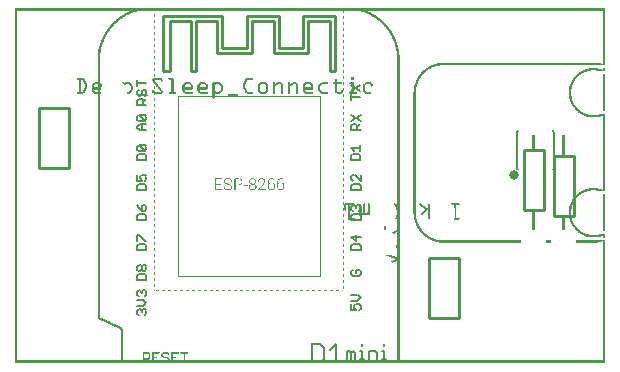
<source format=gto>
G04 MADE WITH FRITZING*
G04 WWW.FRITZING.ORG*
G04 DOUBLE SIDED*
G04 HOLES PLATED*
G04 CONTOUR ON CENTER OF CONTOUR VECTOR*
%ASAXBY*%
%FSLAX23Y23*%
%MOIN*%
%OFA0B0*%
%SFA1.0B1.0*%
%ADD10C,0.031874X-0.016126*%
%ADD11R,0.477764X0.602764X0.472208X0.597208*%
%ADD12C,0.002778*%
%ADD13C,0.005000*%
%ADD14C,0.010000*%
%ADD15C,0.005556*%
%ADD16C,0.006944*%
%ADD17R,0.001000X0.001000*%
%LNSILK1*%
G90*
G70*
G54D10*
X1664Y627D03*
G54D12*
X542Y890D02*
X1017Y890D01*
X1017Y290D01*
X542Y290D01*
X542Y890D01*
D02*
G54D13*
X1676Y646D02*
X1672Y646D01*
D02*
X1672Y646D02*
X1672Y772D01*
D02*
X1672Y772D02*
X1676Y772D01*
D02*
X1794Y646D02*
X1798Y646D01*
G54D14*
D02*
X80Y849D02*
X80Y649D01*
D02*
X80Y649D02*
X180Y649D01*
D02*
X180Y649D02*
X180Y849D01*
D02*
X180Y849D02*
X80Y849D01*
D02*
X1380Y349D02*
X1380Y149D01*
D02*
X1380Y149D02*
X1480Y149D01*
D02*
X1480Y149D02*
X1480Y349D01*
D02*
X1480Y349D02*
X1380Y349D01*
D02*
X1863Y690D02*
X1863Y490D01*
D02*
X1863Y490D02*
X1797Y490D01*
D02*
X1797Y490D02*
X1797Y690D01*
D02*
X1797Y690D02*
X1863Y690D01*
D02*
X1697Y509D02*
X1697Y709D01*
D02*
X1697Y709D02*
X1763Y709D01*
D02*
X1763Y709D02*
X1763Y509D01*
D02*
X1763Y509D02*
X1697Y509D01*
X1066Y973D02*
X1049Y973D01*
X1049Y1140D01*
X978Y1140D01*
X978Y1033D01*
X862Y1033D01*
X862Y1140D01*
X789Y1140D01*
X789Y1033D01*
X674Y1033D01*
X674Y1140D01*
X603Y1140D01*
X603Y973D01*
X586Y973D01*
X586Y1140D01*
X516Y1140D01*
X516Y973D01*
X493Y973D01*
X493Y1157D01*
X691Y1157D01*
X691Y1050D01*
X772Y1050D01*
X772Y1157D01*
X879Y1157D01*
X879Y1050D01*
X961Y1050D01*
X961Y1157D01*
X1066Y1157D01*
X1066Y973D01*
D02*
G54D15*
X438Y858D02*
X407Y858D01*
X407Y858D02*
X407Y873D01*
X407Y873D02*
X412Y878D01*
X412Y879D02*
X422Y879D01*
X423Y879D02*
X427Y874D01*
X427Y873D02*
X427Y858D01*
X427Y868D02*
X437Y878D01*
X412Y910D02*
X407Y905D01*
X407Y905D02*
X407Y896D01*
X407Y895D02*
X412Y890D01*
X412Y889D02*
X417Y889D01*
X417Y889D02*
X422Y894D01*
X423Y895D02*
X423Y904D01*
X423Y905D02*
X427Y910D01*
X427Y910D02*
X432Y910D01*
X433Y910D02*
X438Y905D01*
X438Y905D02*
X438Y896D01*
X438Y895D02*
X433Y890D01*
X438Y932D02*
X407Y932D01*
X407Y921D02*
X407Y941D01*
D02*
X438Y774D02*
X418Y774D01*
X417Y774D02*
X408Y783D01*
X407Y784D02*
X416Y794D01*
X417Y794D02*
X437Y794D01*
X422Y774D02*
X422Y794D01*
X433Y805D02*
X412Y805D01*
X412Y805D02*
X408Y810D01*
X407Y811D02*
X407Y820D01*
X407Y820D02*
X411Y825D01*
X412Y826D02*
X433Y826D01*
X433Y826D02*
X437Y821D01*
X438Y820D02*
X438Y811D01*
X438Y811D02*
X434Y806D01*
X433Y805D02*
X412Y825D01*
D02*
X407Y674D02*
X438Y674D01*
X438Y674D02*
X438Y689D01*
X438Y689D02*
X433Y694D01*
X433Y694D02*
X412Y694D01*
X412Y694D02*
X407Y689D01*
X407Y689D02*
X407Y674D01*
X433Y705D02*
X412Y705D01*
X412Y705D02*
X407Y710D01*
X407Y711D02*
X407Y720D01*
X407Y720D02*
X412Y725D01*
X412Y726D02*
X432Y726D01*
X433Y726D02*
X438Y721D01*
X438Y720D02*
X438Y711D01*
X438Y711D02*
X433Y706D01*
X433Y705D02*
X412Y726D01*
D02*
X407Y574D02*
X438Y574D01*
X438Y574D02*
X438Y589D01*
X438Y589D02*
X433Y594D01*
X433Y594D02*
X412Y594D01*
X412Y594D02*
X407Y589D01*
X407Y589D02*
X407Y574D01*
X407Y626D02*
X407Y606D01*
X407Y605D02*
X422Y605D01*
X422Y605D02*
X417Y615D01*
X416Y616D02*
X416Y620D01*
X416Y620D02*
X421Y625D01*
X422Y626D02*
X432Y626D01*
X433Y626D02*
X438Y621D01*
X438Y620D02*
X438Y611D01*
X438Y611D02*
X433Y606D01*
D02*
X407Y474D02*
X438Y474D01*
X438Y474D02*
X438Y489D01*
X438Y489D02*
X433Y494D01*
X433Y494D02*
X412Y494D01*
X412Y494D02*
X407Y489D01*
X407Y489D02*
X407Y474D01*
X407Y526D02*
X412Y517D01*
X412Y516D02*
X422Y506D01*
X423Y505D02*
X432Y505D01*
X433Y505D02*
X438Y510D01*
X438Y511D02*
X438Y520D01*
X438Y520D02*
X433Y525D01*
X433Y526D02*
X428Y526D01*
X427Y526D02*
X423Y521D01*
X423Y520D02*
X423Y505D01*
D02*
X407Y374D02*
X438Y374D01*
X438Y374D02*
X438Y389D01*
X438Y389D02*
X433Y394D01*
X433Y394D02*
X412Y394D01*
X412Y394D02*
X407Y389D01*
X407Y389D02*
X407Y374D01*
X407Y405D02*
X407Y425D01*
X407Y426D02*
X412Y426D01*
X412Y426D02*
X432Y406D01*
X433Y405D02*
X438Y405D01*
D02*
X407Y274D02*
X438Y274D01*
X438Y274D02*
X438Y289D01*
X438Y289D02*
X433Y294D01*
X433Y294D02*
X412Y294D01*
X412Y294D02*
X407Y289D01*
X407Y289D02*
X407Y274D01*
X412Y305D02*
X407Y310D01*
X407Y311D02*
X407Y320D01*
X407Y320D02*
X412Y325D01*
X412Y326D02*
X417Y326D01*
X417Y326D02*
X422Y321D01*
X423Y320D02*
X428Y325D01*
X428Y326D02*
X432Y326D01*
X433Y326D02*
X438Y321D01*
X438Y320D02*
X438Y311D01*
X438Y311D02*
X433Y306D01*
X433Y305D02*
X429Y305D01*
X428Y305D02*
X423Y310D01*
X423Y311D02*
X418Y306D01*
X417Y305D02*
X412Y305D01*
X423Y311D02*
X423Y320D01*
D02*
X412Y158D02*
X407Y163D01*
X407Y163D02*
X407Y172D01*
X407Y173D02*
X412Y178D01*
X412Y179D02*
X416Y179D01*
X416Y179D02*
X421Y174D01*
X422Y173D02*
X422Y168D01*
X422Y173D02*
X427Y178D01*
X427Y179D02*
X432Y179D01*
X433Y179D02*
X438Y174D01*
X438Y173D02*
X438Y164D01*
X438Y163D02*
X433Y158D01*
X407Y189D02*
X427Y189D01*
X427Y189D02*
X437Y199D01*
X438Y200D02*
X428Y209D01*
X427Y210D02*
X407Y210D01*
X412Y221D02*
X407Y226D01*
X407Y226D02*
X407Y237D01*
X407Y237D02*
X412Y241D01*
X412Y241D02*
X416Y241D01*
X416Y241D02*
X421Y237D01*
X422Y237D02*
X422Y232D01*
X422Y237D02*
X427Y241D01*
X427Y241D02*
X432Y241D01*
X433Y241D02*
X438Y237D01*
X438Y237D02*
X438Y227D01*
X438Y226D02*
X433Y221D01*
D02*
X1121Y194D02*
X1121Y174D01*
X1121Y174D02*
X1136Y174D01*
X1136Y174D02*
X1131Y183D01*
X1130Y184D02*
X1130Y189D01*
X1130Y189D02*
X1135Y194D01*
X1136Y194D02*
X1146Y194D01*
X1147Y194D02*
X1152Y189D01*
X1152Y189D02*
X1152Y180D01*
X1152Y179D02*
X1147Y174D01*
X1121Y205D02*
X1141Y205D01*
X1141Y205D02*
X1151Y215D01*
X1152Y216D02*
X1142Y225D01*
X1141Y226D02*
X1121Y226D01*
D02*
X1126Y310D02*
X1121Y305D01*
X1121Y305D02*
X1121Y296D01*
X1121Y295D02*
X1126Y290D01*
X1126Y289D02*
X1146Y289D01*
X1147Y289D02*
X1152Y294D01*
X1152Y295D02*
X1152Y304D01*
X1152Y305D02*
X1147Y310D01*
X1147Y310D02*
X1137Y310D01*
X1136Y310D02*
X1136Y300D01*
D02*
X1121Y374D02*
X1152Y374D01*
X1152Y374D02*
X1152Y389D01*
X1152Y389D02*
X1147Y394D01*
X1147Y394D02*
X1126Y394D01*
X1126Y394D02*
X1121Y389D01*
X1121Y389D02*
X1121Y374D01*
X1152Y420D02*
X1121Y420D01*
X1121Y420D02*
X1137Y405D01*
X1137Y405D02*
X1137Y425D01*
D02*
X1121Y474D02*
X1152Y474D01*
X1152Y474D02*
X1152Y489D01*
X1152Y489D02*
X1147Y494D01*
X1147Y494D02*
X1126Y494D01*
X1126Y494D02*
X1121Y489D01*
X1121Y489D02*
X1121Y474D01*
X1126Y505D02*
X1121Y510D01*
X1121Y511D02*
X1121Y520D01*
X1121Y520D02*
X1126Y525D01*
X1126Y526D02*
X1130Y526D01*
X1130Y526D02*
X1135Y521D01*
X1136Y520D02*
X1136Y516D01*
X1136Y520D02*
X1141Y525D01*
X1141Y526D02*
X1146Y526D01*
X1147Y526D02*
X1152Y521D01*
X1152Y520D02*
X1152Y511D01*
X1152Y511D02*
X1147Y506D01*
D02*
X1121Y574D02*
X1152Y574D01*
X1152Y574D02*
X1152Y589D01*
X1152Y589D02*
X1147Y594D01*
X1147Y594D02*
X1126Y594D01*
X1126Y594D02*
X1121Y589D01*
X1121Y589D02*
X1121Y574D01*
X1152Y626D02*
X1152Y606D01*
X1152Y605D02*
X1132Y625D01*
X1131Y626D02*
X1126Y626D01*
X1126Y626D02*
X1121Y621D01*
X1121Y620D02*
X1121Y611D01*
X1121Y611D02*
X1126Y606D01*
D02*
X1121Y674D02*
X1151Y674D01*
X1151Y674D02*
X1151Y689D01*
X1151Y689D02*
X1147Y694D01*
X1147Y694D02*
X1126Y694D01*
X1125Y694D02*
X1121Y689D01*
X1121Y689D02*
X1121Y674D01*
X1131Y705D02*
X1122Y715D01*
X1121Y716D02*
X1151Y716D01*
X1151Y705D02*
X1151Y725D01*
D02*
X1152Y774D02*
X1121Y774D01*
X1121Y774D02*
X1121Y789D01*
X1121Y789D02*
X1126Y794D01*
X1126Y794D02*
X1136Y794D01*
X1137Y794D02*
X1141Y789D01*
X1141Y789D02*
X1141Y774D01*
X1141Y784D02*
X1151Y794D01*
X1121Y805D02*
X1152Y825D01*
X1121Y826D02*
X1152Y806D01*
D02*
X1151Y884D02*
X1121Y884D01*
X1121Y874D02*
X1121Y894D01*
X1121Y905D02*
X1151Y925D01*
X1121Y926D02*
X1151Y906D01*
D02*
G54D16*
X1106Y11D02*
X1106Y39D01*
X1106Y40D02*
X1113Y40D01*
X1113Y40D02*
X1119Y33D01*
X1120Y32D02*
X1120Y11D01*
X1120Y32D02*
X1127Y39D01*
X1127Y40D02*
X1134Y33D01*
X1135Y32D02*
X1135Y11D01*
X1150Y40D02*
X1157Y40D01*
X1157Y40D02*
X1157Y12D01*
X1150Y11D02*
X1165Y11D01*
X1157Y61D02*
X1157Y54D01*
X1180Y11D02*
X1180Y39D01*
X1180Y40D02*
X1201Y40D01*
X1201Y40D02*
X1208Y33D01*
X1208Y32D02*
X1208Y11D01*
X1223Y40D02*
X1230Y40D01*
X1231Y40D02*
X1231Y12D01*
X1223Y11D02*
X1236Y11D01*
X1231Y61D02*
X1231Y54D01*
D02*
G54D17*
X0Y1181D02*
X1967Y1181D01*
X0Y1180D02*
X1967Y1180D01*
X0Y1179D02*
X1967Y1179D01*
X0Y1178D02*
X1967Y1178D01*
X0Y1177D02*
X1967Y1177D01*
X0Y1176D02*
X1967Y1176D01*
X0Y1175D02*
X1967Y1175D01*
X0Y1174D02*
X1967Y1174D01*
X0Y1173D02*
X7Y1173D01*
X387Y1173D02*
X412Y1173D01*
X463Y1173D02*
X465Y1173D01*
X1146Y1173D02*
X1172Y1173D01*
X1960Y1173D02*
X1967Y1173D01*
X0Y1172D02*
X7Y1172D01*
X385Y1172D02*
X408Y1172D01*
X1150Y1172D02*
X1174Y1172D01*
X1960Y1172D02*
X1967Y1172D01*
X0Y1171D02*
X7Y1171D01*
X382Y1171D02*
X405Y1171D01*
X1093Y1171D02*
X1095Y1171D01*
X1154Y1171D02*
X1176Y1171D01*
X1960Y1171D02*
X1967Y1171D01*
X0Y1170D02*
X7Y1170D01*
X380Y1170D02*
X401Y1170D01*
X463Y1170D02*
X465Y1170D01*
X1093Y1170D02*
X1095Y1170D01*
X1157Y1170D02*
X1179Y1170D01*
X1960Y1170D02*
X1967Y1170D01*
X0Y1169D02*
X7Y1169D01*
X378Y1169D02*
X398Y1169D01*
X463Y1169D02*
X465Y1169D01*
X1160Y1169D02*
X1181Y1169D01*
X1960Y1169D02*
X1967Y1169D01*
X0Y1168D02*
X7Y1168D01*
X376Y1168D02*
X395Y1168D01*
X1163Y1168D02*
X1183Y1168D01*
X1960Y1168D02*
X1967Y1168D01*
X0Y1167D02*
X7Y1167D01*
X374Y1167D02*
X393Y1167D01*
X1093Y1167D02*
X1095Y1167D01*
X1166Y1167D02*
X1185Y1167D01*
X1960Y1167D02*
X1967Y1167D01*
X0Y1166D02*
X7Y1166D01*
X372Y1166D02*
X390Y1166D01*
X463Y1166D02*
X465Y1166D01*
X1093Y1166D02*
X1095Y1166D01*
X1168Y1166D02*
X1187Y1166D01*
X1960Y1166D02*
X1967Y1166D01*
X0Y1165D02*
X7Y1165D01*
X370Y1165D02*
X387Y1165D01*
X463Y1165D02*
X465Y1165D01*
X1171Y1165D02*
X1189Y1165D01*
X1960Y1165D02*
X1967Y1165D01*
X0Y1164D02*
X7Y1164D01*
X368Y1164D02*
X385Y1164D01*
X1173Y1164D02*
X1191Y1164D01*
X1960Y1164D02*
X1967Y1164D01*
X0Y1163D02*
X7Y1163D01*
X366Y1163D02*
X383Y1163D01*
X1093Y1163D02*
X1095Y1163D01*
X1175Y1163D02*
X1192Y1163D01*
X1960Y1163D02*
X1967Y1163D01*
X0Y1162D02*
X7Y1162D01*
X365Y1162D02*
X381Y1162D01*
X463Y1162D02*
X465Y1162D01*
X1093Y1162D02*
X1095Y1162D01*
X1177Y1162D02*
X1194Y1162D01*
X1960Y1162D02*
X1967Y1162D01*
X0Y1161D02*
X7Y1161D01*
X363Y1161D02*
X379Y1161D01*
X463Y1161D02*
X465Y1161D01*
X1180Y1161D02*
X1196Y1161D01*
X1960Y1161D02*
X1967Y1161D01*
X0Y1160D02*
X7Y1160D01*
X361Y1160D02*
X377Y1160D01*
X1182Y1160D02*
X1198Y1160D01*
X1960Y1160D02*
X1967Y1160D01*
X0Y1159D02*
X7Y1159D01*
X360Y1159D02*
X375Y1159D01*
X1093Y1159D02*
X1095Y1159D01*
X1183Y1159D02*
X1199Y1159D01*
X1960Y1159D02*
X1967Y1159D01*
X0Y1158D02*
X7Y1158D01*
X358Y1158D02*
X373Y1158D01*
X463Y1158D02*
X465Y1158D01*
X1093Y1158D02*
X1095Y1158D01*
X1185Y1158D02*
X1201Y1158D01*
X1960Y1158D02*
X1967Y1158D01*
X0Y1157D02*
X7Y1157D01*
X357Y1157D02*
X371Y1157D01*
X463Y1157D02*
X465Y1157D01*
X1187Y1157D02*
X1202Y1157D01*
X1960Y1157D02*
X1967Y1157D01*
X0Y1156D02*
X7Y1156D01*
X355Y1156D02*
X369Y1156D01*
X1189Y1156D02*
X1204Y1156D01*
X1960Y1156D02*
X1967Y1156D01*
X0Y1155D02*
X7Y1155D01*
X353Y1155D02*
X367Y1155D01*
X1093Y1155D02*
X1095Y1155D01*
X1191Y1155D02*
X1205Y1155D01*
X1960Y1155D02*
X1967Y1155D01*
X0Y1154D02*
X7Y1154D01*
X352Y1154D02*
X366Y1154D01*
X463Y1154D02*
X465Y1154D01*
X1093Y1154D02*
X1095Y1154D01*
X1192Y1154D02*
X1207Y1154D01*
X1960Y1154D02*
X1967Y1154D01*
X0Y1153D02*
X7Y1153D01*
X351Y1153D02*
X364Y1153D01*
X463Y1153D02*
X465Y1153D01*
X1194Y1153D02*
X1208Y1153D01*
X1960Y1153D02*
X1967Y1153D01*
X0Y1152D02*
X7Y1152D01*
X349Y1152D02*
X362Y1152D01*
X1196Y1152D02*
X1209Y1152D01*
X1960Y1152D02*
X1967Y1152D01*
X0Y1151D02*
X7Y1151D01*
X348Y1151D02*
X361Y1151D01*
X1093Y1151D02*
X1095Y1151D01*
X1197Y1151D02*
X1211Y1151D01*
X1960Y1151D02*
X1967Y1151D01*
X0Y1150D02*
X7Y1150D01*
X347Y1150D02*
X359Y1150D01*
X463Y1150D02*
X465Y1150D01*
X1093Y1150D02*
X1095Y1150D01*
X1199Y1150D02*
X1212Y1150D01*
X1960Y1150D02*
X1967Y1150D01*
X0Y1149D02*
X7Y1149D01*
X345Y1149D02*
X358Y1149D01*
X463Y1149D02*
X465Y1149D01*
X1200Y1149D02*
X1213Y1149D01*
X1960Y1149D02*
X1967Y1149D01*
X0Y1148D02*
X7Y1148D01*
X344Y1148D02*
X356Y1148D01*
X1202Y1148D02*
X1215Y1148D01*
X1960Y1148D02*
X1967Y1148D01*
X0Y1147D02*
X7Y1147D01*
X343Y1147D02*
X355Y1147D01*
X1093Y1147D02*
X1095Y1147D01*
X1203Y1147D02*
X1216Y1147D01*
X1960Y1147D02*
X1967Y1147D01*
X0Y1146D02*
X7Y1146D01*
X341Y1146D02*
X354Y1146D01*
X463Y1146D02*
X465Y1146D01*
X1093Y1146D02*
X1095Y1146D01*
X1205Y1146D02*
X1217Y1146D01*
X1960Y1146D02*
X1967Y1146D01*
X0Y1145D02*
X7Y1145D01*
X340Y1145D02*
X352Y1145D01*
X463Y1145D02*
X465Y1145D01*
X1206Y1145D02*
X1219Y1145D01*
X1960Y1145D02*
X1967Y1145D01*
X0Y1144D02*
X7Y1144D01*
X339Y1144D02*
X351Y1144D01*
X1207Y1144D02*
X1220Y1144D01*
X1960Y1144D02*
X1967Y1144D01*
X0Y1143D02*
X7Y1143D01*
X338Y1143D02*
X349Y1143D01*
X1093Y1143D02*
X1095Y1143D01*
X1209Y1143D02*
X1221Y1143D01*
X1960Y1143D02*
X1967Y1143D01*
X0Y1142D02*
X7Y1142D01*
X337Y1142D02*
X348Y1142D01*
X463Y1142D02*
X465Y1142D01*
X1093Y1142D02*
X1095Y1142D01*
X1210Y1142D02*
X1222Y1142D01*
X1960Y1142D02*
X1967Y1142D01*
X0Y1141D02*
X7Y1141D01*
X336Y1141D02*
X347Y1141D01*
X463Y1141D02*
X465Y1141D01*
X1211Y1141D02*
X1223Y1141D01*
X1960Y1141D02*
X1967Y1141D01*
X0Y1140D02*
X7Y1140D01*
X334Y1140D02*
X346Y1140D01*
X1212Y1140D02*
X1224Y1140D01*
X1960Y1140D02*
X1967Y1140D01*
X0Y1139D02*
X7Y1139D01*
X333Y1139D02*
X344Y1139D01*
X1093Y1139D02*
X1095Y1139D01*
X1214Y1139D02*
X1225Y1139D01*
X1960Y1139D02*
X1967Y1139D01*
X0Y1138D02*
X7Y1138D01*
X332Y1138D02*
X343Y1138D01*
X463Y1138D02*
X465Y1138D01*
X1093Y1138D02*
X1095Y1138D01*
X1215Y1138D02*
X1226Y1138D01*
X1960Y1138D02*
X1967Y1138D01*
X0Y1137D02*
X7Y1137D01*
X331Y1137D02*
X342Y1137D01*
X463Y1137D02*
X465Y1137D01*
X1216Y1137D02*
X1227Y1137D01*
X1960Y1137D02*
X1967Y1137D01*
X0Y1136D02*
X7Y1136D01*
X330Y1136D02*
X341Y1136D01*
X1217Y1136D02*
X1228Y1136D01*
X1960Y1136D02*
X1967Y1136D01*
X0Y1135D02*
X7Y1135D01*
X329Y1135D02*
X340Y1135D01*
X1093Y1135D02*
X1095Y1135D01*
X1218Y1135D02*
X1230Y1135D01*
X1960Y1135D02*
X1967Y1135D01*
X0Y1134D02*
X7Y1134D01*
X328Y1134D02*
X339Y1134D01*
X463Y1134D02*
X465Y1134D01*
X1093Y1134D02*
X1095Y1134D01*
X1220Y1134D02*
X1231Y1134D01*
X1960Y1134D02*
X1967Y1134D01*
X0Y1133D02*
X7Y1133D01*
X327Y1133D02*
X338Y1133D01*
X463Y1133D02*
X465Y1133D01*
X1221Y1133D02*
X1232Y1133D01*
X1960Y1133D02*
X1967Y1133D01*
X0Y1132D02*
X7Y1132D01*
X326Y1132D02*
X336Y1132D01*
X1222Y1132D02*
X1232Y1132D01*
X1960Y1132D02*
X1967Y1132D01*
X0Y1131D02*
X7Y1131D01*
X325Y1131D02*
X335Y1131D01*
X1093Y1131D02*
X1095Y1131D01*
X1223Y1131D02*
X1233Y1131D01*
X1960Y1131D02*
X1967Y1131D01*
X0Y1130D02*
X7Y1130D01*
X324Y1130D02*
X334Y1130D01*
X463Y1130D02*
X465Y1130D01*
X1093Y1130D02*
X1095Y1130D01*
X1224Y1130D02*
X1234Y1130D01*
X1960Y1130D02*
X1967Y1130D01*
X0Y1129D02*
X7Y1129D01*
X323Y1129D02*
X333Y1129D01*
X463Y1129D02*
X465Y1129D01*
X1225Y1129D02*
X1235Y1129D01*
X1960Y1129D02*
X1967Y1129D01*
X0Y1128D02*
X7Y1128D01*
X322Y1128D02*
X332Y1128D01*
X1226Y1128D02*
X1236Y1128D01*
X1960Y1128D02*
X1967Y1128D01*
X0Y1127D02*
X7Y1127D01*
X321Y1127D02*
X331Y1127D01*
X1093Y1127D02*
X1095Y1127D01*
X1227Y1127D02*
X1237Y1127D01*
X1960Y1127D02*
X1967Y1127D01*
X0Y1126D02*
X7Y1126D01*
X321Y1126D02*
X330Y1126D01*
X463Y1126D02*
X465Y1126D01*
X1093Y1126D02*
X1095Y1126D01*
X1228Y1126D02*
X1238Y1126D01*
X1960Y1126D02*
X1967Y1126D01*
X0Y1125D02*
X7Y1125D01*
X320Y1125D02*
X329Y1125D01*
X463Y1125D02*
X465Y1125D01*
X1229Y1125D02*
X1239Y1125D01*
X1960Y1125D02*
X1967Y1125D01*
X0Y1124D02*
X7Y1124D01*
X319Y1124D02*
X329Y1124D01*
X1230Y1124D02*
X1240Y1124D01*
X1960Y1124D02*
X1967Y1124D01*
X0Y1123D02*
X7Y1123D01*
X318Y1123D02*
X328Y1123D01*
X1093Y1123D02*
X1095Y1123D01*
X1231Y1123D02*
X1241Y1123D01*
X1960Y1123D02*
X1967Y1123D01*
X0Y1122D02*
X7Y1122D01*
X317Y1122D02*
X327Y1122D01*
X463Y1122D02*
X465Y1122D01*
X1093Y1122D02*
X1095Y1122D01*
X1232Y1122D02*
X1241Y1122D01*
X1960Y1122D02*
X1967Y1122D01*
X0Y1121D02*
X7Y1121D01*
X316Y1121D02*
X326Y1121D01*
X463Y1121D02*
X465Y1121D01*
X1232Y1121D02*
X1242Y1121D01*
X1960Y1121D02*
X1967Y1121D01*
X0Y1120D02*
X7Y1120D01*
X315Y1120D02*
X325Y1120D01*
X1233Y1120D02*
X1243Y1120D01*
X1960Y1120D02*
X1967Y1120D01*
X0Y1119D02*
X7Y1119D01*
X315Y1119D02*
X324Y1119D01*
X1093Y1119D02*
X1095Y1119D01*
X1234Y1119D02*
X1244Y1119D01*
X1960Y1119D02*
X1967Y1119D01*
X0Y1118D02*
X7Y1118D01*
X314Y1118D02*
X323Y1118D01*
X463Y1118D02*
X465Y1118D01*
X1093Y1118D02*
X1095Y1118D01*
X1235Y1118D02*
X1245Y1118D01*
X1960Y1118D02*
X1967Y1118D01*
X0Y1117D02*
X7Y1117D01*
X313Y1117D02*
X322Y1117D01*
X463Y1117D02*
X465Y1117D01*
X1236Y1117D02*
X1245Y1117D01*
X1960Y1117D02*
X1967Y1117D01*
X0Y1116D02*
X7Y1116D01*
X312Y1116D02*
X321Y1116D01*
X1237Y1116D02*
X1246Y1116D01*
X1960Y1116D02*
X1967Y1116D01*
X0Y1115D02*
X7Y1115D01*
X312Y1115D02*
X321Y1115D01*
X1093Y1115D02*
X1095Y1115D01*
X1237Y1115D02*
X1247Y1115D01*
X1960Y1115D02*
X1967Y1115D01*
X0Y1114D02*
X7Y1114D01*
X311Y1114D02*
X320Y1114D01*
X463Y1114D02*
X465Y1114D01*
X1093Y1114D02*
X1095Y1114D01*
X1238Y1114D02*
X1248Y1114D01*
X1960Y1114D02*
X1967Y1114D01*
X0Y1113D02*
X7Y1113D01*
X310Y1113D02*
X319Y1113D01*
X463Y1113D02*
X465Y1113D01*
X1239Y1113D02*
X1248Y1113D01*
X1960Y1113D02*
X1967Y1113D01*
X0Y1112D02*
X7Y1112D01*
X309Y1112D02*
X318Y1112D01*
X1240Y1112D02*
X1249Y1112D01*
X1960Y1112D02*
X1967Y1112D01*
X0Y1111D02*
X7Y1111D01*
X309Y1111D02*
X318Y1111D01*
X1093Y1111D02*
X1095Y1111D01*
X1241Y1111D02*
X1250Y1111D01*
X1960Y1111D02*
X1967Y1111D01*
X0Y1110D02*
X7Y1110D01*
X308Y1110D02*
X317Y1110D01*
X463Y1110D02*
X465Y1110D01*
X1093Y1110D02*
X1095Y1110D01*
X1241Y1110D02*
X1251Y1110D01*
X1960Y1110D02*
X1967Y1110D01*
X0Y1109D02*
X7Y1109D01*
X307Y1109D02*
X316Y1109D01*
X463Y1109D02*
X465Y1109D01*
X1242Y1109D02*
X1251Y1109D01*
X1960Y1109D02*
X1967Y1109D01*
X0Y1108D02*
X7Y1108D01*
X306Y1108D02*
X315Y1108D01*
X1243Y1108D02*
X1252Y1108D01*
X1960Y1108D02*
X1967Y1108D01*
X0Y1107D02*
X7Y1107D01*
X306Y1107D02*
X315Y1107D01*
X1093Y1107D02*
X1095Y1107D01*
X1244Y1107D02*
X1253Y1107D01*
X1960Y1107D02*
X1967Y1107D01*
X0Y1106D02*
X7Y1106D01*
X305Y1106D02*
X314Y1106D01*
X463Y1106D02*
X465Y1106D01*
X1093Y1106D02*
X1095Y1106D01*
X1244Y1106D02*
X1253Y1106D01*
X1960Y1106D02*
X1967Y1106D01*
X0Y1105D02*
X7Y1105D01*
X305Y1105D02*
X313Y1105D01*
X463Y1105D02*
X465Y1105D01*
X1245Y1105D02*
X1254Y1105D01*
X1960Y1105D02*
X1967Y1105D01*
X0Y1104D02*
X7Y1104D01*
X304Y1104D02*
X312Y1104D01*
X1246Y1104D02*
X1255Y1104D01*
X1960Y1104D02*
X1967Y1104D01*
X0Y1103D02*
X7Y1103D01*
X303Y1103D02*
X312Y1103D01*
X1093Y1103D02*
X1095Y1103D01*
X1246Y1103D02*
X1255Y1103D01*
X1960Y1103D02*
X1967Y1103D01*
X0Y1102D02*
X7Y1102D01*
X303Y1102D02*
X311Y1102D01*
X463Y1102D02*
X465Y1102D01*
X1093Y1102D02*
X1095Y1102D01*
X1247Y1102D02*
X1256Y1102D01*
X1960Y1102D02*
X1967Y1102D01*
X0Y1101D02*
X7Y1101D01*
X302Y1101D02*
X310Y1101D01*
X463Y1101D02*
X465Y1101D01*
X1248Y1101D02*
X1256Y1101D01*
X1960Y1101D02*
X1967Y1101D01*
X0Y1100D02*
X7Y1100D01*
X301Y1100D02*
X310Y1100D01*
X1248Y1100D02*
X1257Y1100D01*
X1960Y1100D02*
X1967Y1100D01*
X0Y1099D02*
X7Y1099D01*
X301Y1099D02*
X309Y1099D01*
X1093Y1099D02*
X1095Y1099D01*
X1249Y1099D02*
X1258Y1099D01*
X1960Y1099D02*
X1967Y1099D01*
X0Y1098D02*
X7Y1098D01*
X300Y1098D02*
X309Y1098D01*
X463Y1098D02*
X465Y1098D01*
X1093Y1098D02*
X1095Y1098D01*
X1250Y1098D02*
X1258Y1098D01*
X1960Y1098D02*
X1967Y1098D01*
X0Y1097D02*
X7Y1097D01*
X300Y1097D02*
X308Y1097D01*
X463Y1097D02*
X465Y1097D01*
X1250Y1097D02*
X1259Y1097D01*
X1960Y1097D02*
X1967Y1097D01*
X0Y1096D02*
X7Y1096D01*
X299Y1096D02*
X307Y1096D01*
X1251Y1096D02*
X1259Y1096D01*
X1960Y1096D02*
X1967Y1096D01*
X0Y1095D02*
X7Y1095D01*
X298Y1095D02*
X307Y1095D01*
X1093Y1095D02*
X1095Y1095D01*
X1251Y1095D02*
X1260Y1095D01*
X1960Y1095D02*
X1967Y1095D01*
X0Y1094D02*
X7Y1094D01*
X298Y1094D02*
X306Y1094D01*
X463Y1094D02*
X465Y1094D01*
X1093Y1094D02*
X1095Y1094D01*
X1252Y1094D02*
X1261Y1094D01*
X1960Y1094D02*
X1967Y1094D01*
X0Y1093D02*
X7Y1093D01*
X297Y1093D02*
X306Y1093D01*
X463Y1093D02*
X465Y1093D01*
X1253Y1093D02*
X1261Y1093D01*
X1960Y1093D02*
X1967Y1093D01*
X0Y1092D02*
X7Y1092D01*
X297Y1092D02*
X305Y1092D01*
X1253Y1092D02*
X1262Y1092D01*
X1960Y1092D02*
X1967Y1092D01*
X0Y1091D02*
X7Y1091D01*
X296Y1091D02*
X304Y1091D01*
X1093Y1091D02*
X1095Y1091D01*
X1254Y1091D02*
X1262Y1091D01*
X1960Y1091D02*
X1967Y1091D01*
X0Y1090D02*
X7Y1090D01*
X296Y1090D02*
X304Y1090D01*
X463Y1090D02*
X465Y1090D01*
X1093Y1090D02*
X1095Y1090D01*
X1254Y1090D02*
X1263Y1090D01*
X1960Y1090D02*
X1967Y1090D01*
X0Y1089D02*
X7Y1089D01*
X295Y1089D02*
X303Y1089D01*
X463Y1089D02*
X465Y1089D01*
X1255Y1089D02*
X1263Y1089D01*
X1960Y1089D02*
X1967Y1089D01*
X0Y1088D02*
X7Y1088D01*
X295Y1088D02*
X303Y1088D01*
X1255Y1088D02*
X1264Y1088D01*
X1960Y1088D02*
X1967Y1088D01*
X0Y1087D02*
X7Y1087D01*
X294Y1087D02*
X302Y1087D01*
X1093Y1087D02*
X1095Y1087D01*
X1256Y1087D02*
X1264Y1087D01*
X1960Y1087D02*
X1967Y1087D01*
X0Y1086D02*
X7Y1086D01*
X294Y1086D02*
X302Y1086D01*
X463Y1086D02*
X465Y1086D01*
X1093Y1086D02*
X1095Y1086D01*
X1256Y1086D02*
X1265Y1086D01*
X1960Y1086D02*
X1967Y1086D01*
X0Y1085D02*
X7Y1085D01*
X293Y1085D02*
X301Y1085D01*
X463Y1085D02*
X465Y1085D01*
X1257Y1085D02*
X1265Y1085D01*
X1960Y1085D02*
X1967Y1085D01*
X0Y1084D02*
X7Y1084D01*
X293Y1084D02*
X301Y1084D01*
X1257Y1084D02*
X1266Y1084D01*
X1960Y1084D02*
X1967Y1084D01*
X0Y1083D02*
X7Y1083D01*
X292Y1083D02*
X300Y1083D01*
X1093Y1083D02*
X1095Y1083D01*
X1258Y1083D02*
X1266Y1083D01*
X1960Y1083D02*
X1967Y1083D01*
X0Y1082D02*
X7Y1082D01*
X292Y1082D02*
X300Y1082D01*
X463Y1082D02*
X465Y1082D01*
X1093Y1082D02*
X1095Y1082D01*
X1258Y1082D02*
X1266Y1082D01*
X1960Y1082D02*
X1967Y1082D01*
X0Y1081D02*
X7Y1081D01*
X291Y1081D02*
X299Y1081D01*
X463Y1081D02*
X465Y1081D01*
X1259Y1081D02*
X1267Y1081D01*
X1960Y1081D02*
X1967Y1081D01*
X0Y1080D02*
X7Y1080D01*
X291Y1080D02*
X299Y1080D01*
X1259Y1080D02*
X1267Y1080D01*
X1960Y1080D02*
X1967Y1080D01*
X0Y1079D02*
X7Y1079D01*
X290Y1079D02*
X298Y1079D01*
X1093Y1079D02*
X1095Y1079D01*
X1260Y1079D02*
X1268Y1079D01*
X1960Y1079D02*
X1967Y1079D01*
X0Y1078D02*
X7Y1078D01*
X290Y1078D02*
X298Y1078D01*
X463Y1078D02*
X465Y1078D01*
X1093Y1078D02*
X1095Y1078D01*
X1260Y1078D02*
X1268Y1078D01*
X1960Y1078D02*
X1967Y1078D01*
X0Y1077D02*
X7Y1077D01*
X290Y1077D02*
X297Y1077D01*
X463Y1077D02*
X465Y1077D01*
X1261Y1077D02*
X1269Y1077D01*
X1960Y1077D02*
X1967Y1077D01*
X0Y1076D02*
X7Y1076D01*
X289Y1076D02*
X297Y1076D01*
X1261Y1076D02*
X1269Y1076D01*
X1960Y1076D02*
X1967Y1076D01*
X0Y1075D02*
X7Y1075D01*
X289Y1075D02*
X296Y1075D01*
X1093Y1075D02*
X1095Y1075D01*
X1262Y1075D02*
X1269Y1075D01*
X1960Y1075D02*
X1967Y1075D01*
X0Y1074D02*
X7Y1074D01*
X288Y1074D02*
X296Y1074D01*
X463Y1074D02*
X465Y1074D01*
X1093Y1074D02*
X1095Y1074D01*
X1262Y1074D02*
X1270Y1074D01*
X1960Y1074D02*
X1967Y1074D01*
X0Y1073D02*
X7Y1073D01*
X288Y1073D02*
X296Y1073D01*
X463Y1073D02*
X465Y1073D01*
X1263Y1073D02*
X1270Y1073D01*
X1960Y1073D02*
X1967Y1073D01*
X0Y1072D02*
X7Y1072D01*
X288Y1072D02*
X295Y1072D01*
X1263Y1072D02*
X1271Y1072D01*
X1960Y1072D02*
X1967Y1072D01*
X0Y1071D02*
X7Y1071D01*
X287Y1071D02*
X295Y1071D01*
X1093Y1071D02*
X1095Y1071D01*
X1263Y1071D02*
X1271Y1071D01*
X1960Y1071D02*
X1967Y1071D01*
X0Y1070D02*
X7Y1070D01*
X287Y1070D02*
X294Y1070D01*
X463Y1070D02*
X465Y1070D01*
X1093Y1070D02*
X1095Y1070D01*
X1264Y1070D02*
X1271Y1070D01*
X1960Y1070D02*
X1967Y1070D01*
X0Y1069D02*
X7Y1069D01*
X286Y1069D02*
X294Y1069D01*
X463Y1069D02*
X465Y1069D01*
X1264Y1069D02*
X1272Y1069D01*
X1960Y1069D02*
X1967Y1069D01*
X0Y1068D02*
X7Y1068D01*
X286Y1068D02*
X294Y1068D01*
X1264Y1068D02*
X1272Y1068D01*
X1960Y1068D02*
X1967Y1068D01*
X0Y1067D02*
X7Y1067D01*
X286Y1067D02*
X293Y1067D01*
X1093Y1067D02*
X1095Y1067D01*
X1265Y1067D02*
X1272Y1067D01*
X1960Y1067D02*
X1967Y1067D01*
X0Y1066D02*
X7Y1066D01*
X285Y1066D02*
X293Y1066D01*
X463Y1066D02*
X465Y1066D01*
X1093Y1066D02*
X1095Y1066D01*
X1265Y1066D02*
X1273Y1066D01*
X1960Y1066D02*
X1967Y1066D01*
X0Y1065D02*
X7Y1065D01*
X285Y1065D02*
X293Y1065D01*
X463Y1065D02*
X465Y1065D01*
X1266Y1065D02*
X1273Y1065D01*
X1960Y1065D02*
X1967Y1065D01*
X0Y1064D02*
X7Y1064D01*
X285Y1064D02*
X292Y1064D01*
X1266Y1064D02*
X1273Y1064D01*
X1960Y1064D02*
X1967Y1064D01*
X0Y1063D02*
X7Y1063D01*
X284Y1063D02*
X292Y1063D01*
X1093Y1063D02*
X1095Y1063D01*
X1266Y1063D02*
X1274Y1063D01*
X1960Y1063D02*
X1967Y1063D01*
X0Y1062D02*
X7Y1062D01*
X284Y1062D02*
X292Y1062D01*
X463Y1062D02*
X465Y1062D01*
X1093Y1062D02*
X1095Y1062D01*
X1267Y1062D02*
X1274Y1062D01*
X1960Y1062D02*
X1967Y1062D01*
X0Y1061D02*
X7Y1061D01*
X284Y1061D02*
X291Y1061D01*
X463Y1061D02*
X465Y1061D01*
X1267Y1061D02*
X1274Y1061D01*
X1960Y1061D02*
X1967Y1061D01*
X0Y1060D02*
X7Y1060D01*
X283Y1060D02*
X291Y1060D01*
X1267Y1060D02*
X1275Y1060D01*
X1960Y1060D02*
X1967Y1060D01*
X0Y1059D02*
X7Y1059D01*
X283Y1059D02*
X291Y1059D01*
X1093Y1059D02*
X1095Y1059D01*
X1268Y1059D02*
X1275Y1059D01*
X1960Y1059D02*
X1967Y1059D01*
X0Y1058D02*
X7Y1058D01*
X283Y1058D02*
X290Y1058D01*
X463Y1058D02*
X465Y1058D01*
X1093Y1058D02*
X1095Y1058D01*
X1268Y1058D02*
X1275Y1058D01*
X1960Y1058D02*
X1967Y1058D01*
X0Y1057D02*
X7Y1057D01*
X283Y1057D02*
X290Y1057D01*
X463Y1057D02*
X465Y1057D01*
X1268Y1057D02*
X1276Y1057D01*
X1960Y1057D02*
X1967Y1057D01*
X0Y1056D02*
X7Y1056D01*
X282Y1056D02*
X290Y1056D01*
X1268Y1056D02*
X1276Y1056D01*
X1960Y1056D02*
X1967Y1056D01*
X0Y1055D02*
X7Y1055D01*
X282Y1055D02*
X289Y1055D01*
X1093Y1055D02*
X1095Y1055D01*
X1269Y1055D02*
X1276Y1055D01*
X1960Y1055D02*
X1967Y1055D01*
X0Y1054D02*
X7Y1054D01*
X282Y1054D02*
X289Y1054D01*
X463Y1054D02*
X465Y1054D01*
X1093Y1054D02*
X1095Y1054D01*
X1269Y1054D02*
X1276Y1054D01*
X1960Y1054D02*
X1967Y1054D01*
X0Y1053D02*
X7Y1053D01*
X281Y1053D02*
X289Y1053D01*
X463Y1053D02*
X465Y1053D01*
X1269Y1053D02*
X1277Y1053D01*
X1960Y1053D02*
X1967Y1053D01*
X0Y1052D02*
X7Y1052D01*
X281Y1052D02*
X289Y1052D01*
X1270Y1052D02*
X1277Y1052D01*
X1960Y1052D02*
X1967Y1052D01*
X0Y1051D02*
X7Y1051D01*
X281Y1051D02*
X288Y1051D01*
X1093Y1051D02*
X1095Y1051D01*
X1270Y1051D02*
X1277Y1051D01*
X1960Y1051D02*
X1967Y1051D01*
X0Y1050D02*
X7Y1050D01*
X281Y1050D02*
X288Y1050D01*
X463Y1050D02*
X465Y1050D01*
X1093Y1050D02*
X1095Y1050D01*
X1270Y1050D02*
X1277Y1050D01*
X1960Y1050D02*
X1967Y1050D01*
X0Y1049D02*
X7Y1049D01*
X281Y1049D02*
X288Y1049D01*
X463Y1049D02*
X465Y1049D01*
X1270Y1049D02*
X1278Y1049D01*
X1960Y1049D02*
X1967Y1049D01*
X0Y1048D02*
X7Y1048D01*
X280Y1048D02*
X288Y1048D01*
X1271Y1048D02*
X1278Y1048D01*
X1960Y1048D02*
X1967Y1048D01*
X0Y1047D02*
X7Y1047D01*
X280Y1047D02*
X287Y1047D01*
X1093Y1047D02*
X1095Y1047D01*
X1271Y1047D02*
X1278Y1047D01*
X1960Y1047D02*
X1967Y1047D01*
X0Y1046D02*
X7Y1046D01*
X280Y1046D02*
X287Y1046D01*
X463Y1046D02*
X465Y1046D01*
X1093Y1046D02*
X1095Y1046D01*
X1271Y1046D02*
X1278Y1046D01*
X1960Y1046D02*
X1967Y1046D01*
X0Y1045D02*
X7Y1045D01*
X280Y1045D02*
X287Y1045D01*
X463Y1045D02*
X465Y1045D01*
X1271Y1045D02*
X1279Y1045D01*
X1960Y1045D02*
X1967Y1045D01*
X0Y1044D02*
X7Y1044D01*
X279Y1044D02*
X287Y1044D01*
X1272Y1044D02*
X1279Y1044D01*
X1960Y1044D02*
X1967Y1044D01*
X0Y1043D02*
X7Y1043D01*
X279Y1043D02*
X286Y1043D01*
X1093Y1043D02*
X1095Y1043D01*
X1272Y1043D02*
X1279Y1043D01*
X1960Y1043D02*
X1967Y1043D01*
X0Y1042D02*
X7Y1042D01*
X279Y1042D02*
X286Y1042D01*
X463Y1042D02*
X465Y1042D01*
X1093Y1042D02*
X1095Y1042D01*
X1272Y1042D02*
X1279Y1042D01*
X1960Y1042D02*
X1967Y1042D01*
X0Y1041D02*
X7Y1041D01*
X279Y1041D02*
X286Y1041D01*
X463Y1041D02*
X465Y1041D01*
X1272Y1041D02*
X1279Y1041D01*
X1960Y1041D02*
X1967Y1041D01*
X0Y1040D02*
X7Y1040D01*
X279Y1040D02*
X286Y1040D01*
X1272Y1040D02*
X1280Y1040D01*
X1960Y1040D02*
X1967Y1040D01*
X0Y1039D02*
X7Y1039D01*
X278Y1039D02*
X286Y1039D01*
X1093Y1039D02*
X1095Y1039D01*
X1273Y1039D02*
X1280Y1039D01*
X1960Y1039D02*
X1967Y1039D01*
X0Y1038D02*
X7Y1038D01*
X278Y1038D02*
X285Y1038D01*
X463Y1038D02*
X465Y1038D01*
X1093Y1038D02*
X1095Y1038D01*
X1273Y1038D02*
X1280Y1038D01*
X1960Y1038D02*
X1967Y1038D01*
X0Y1037D02*
X7Y1037D01*
X278Y1037D02*
X285Y1037D01*
X463Y1037D02*
X465Y1037D01*
X1273Y1037D02*
X1280Y1037D01*
X1960Y1037D02*
X1967Y1037D01*
X0Y1036D02*
X7Y1036D01*
X278Y1036D02*
X285Y1036D01*
X1273Y1036D02*
X1280Y1036D01*
X1960Y1036D02*
X1967Y1036D01*
X0Y1035D02*
X7Y1035D01*
X278Y1035D02*
X285Y1035D01*
X1093Y1035D02*
X1095Y1035D01*
X1273Y1035D02*
X1280Y1035D01*
X1960Y1035D02*
X1967Y1035D01*
X0Y1034D02*
X7Y1034D01*
X278Y1034D02*
X285Y1034D01*
X463Y1034D02*
X465Y1034D01*
X1093Y1034D02*
X1095Y1034D01*
X1273Y1034D02*
X1281Y1034D01*
X1960Y1034D02*
X1967Y1034D01*
X0Y1033D02*
X7Y1033D01*
X278Y1033D02*
X285Y1033D01*
X463Y1033D02*
X465Y1033D01*
X1274Y1033D02*
X1281Y1033D01*
X1960Y1033D02*
X1967Y1033D01*
X0Y1032D02*
X7Y1032D01*
X277Y1032D02*
X284Y1032D01*
X1274Y1032D02*
X1281Y1032D01*
X1960Y1032D02*
X1967Y1032D01*
X0Y1031D02*
X7Y1031D01*
X277Y1031D02*
X284Y1031D01*
X1093Y1031D02*
X1095Y1031D01*
X1274Y1031D02*
X1281Y1031D01*
X1960Y1031D02*
X1967Y1031D01*
X0Y1030D02*
X7Y1030D01*
X277Y1030D02*
X284Y1030D01*
X463Y1030D02*
X465Y1030D01*
X1093Y1030D02*
X1095Y1030D01*
X1274Y1030D02*
X1281Y1030D01*
X1960Y1030D02*
X1967Y1030D01*
X0Y1029D02*
X7Y1029D01*
X277Y1029D02*
X284Y1029D01*
X463Y1029D02*
X465Y1029D01*
X1274Y1029D02*
X1281Y1029D01*
X1960Y1029D02*
X1967Y1029D01*
X0Y1028D02*
X7Y1028D01*
X277Y1028D02*
X284Y1028D01*
X1274Y1028D02*
X1281Y1028D01*
X1960Y1028D02*
X1967Y1028D01*
X0Y1027D02*
X7Y1027D01*
X277Y1027D02*
X284Y1027D01*
X1093Y1027D02*
X1095Y1027D01*
X1274Y1027D02*
X1281Y1027D01*
X1960Y1027D02*
X1967Y1027D01*
X0Y1026D02*
X7Y1026D01*
X277Y1026D02*
X284Y1026D01*
X463Y1026D02*
X465Y1026D01*
X1093Y1026D02*
X1095Y1026D01*
X1274Y1026D02*
X1281Y1026D01*
X1960Y1026D02*
X1967Y1026D01*
X0Y1025D02*
X7Y1025D01*
X277Y1025D02*
X284Y1025D01*
X463Y1025D02*
X465Y1025D01*
X1275Y1025D02*
X1282Y1025D01*
X1960Y1025D02*
X1967Y1025D01*
X0Y1024D02*
X7Y1024D01*
X276Y1024D02*
X284Y1024D01*
X1275Y1024D02*
X1282Y1024D01*
X1960Y1024D02*
X1967Y1024D01*
X0Y1023D02*
X7Y1023D01*
X276Y1023D02*
X283Y1023D01*
X1093Y1023D02*
X1095Y1023D01*
X1275Y1023D02*
X1282Y1023D01*
X1960Y1023D02*
X1967Y1023D01*
X0Y1022D02*
X7Y1022D01*
X276Y1022D02*
X283Y1022D01*
X463Y1022D02*
X465Y1022D01*
X1093Y1022D02*
X1095Y1022D01*
X1275Y1022D02*
X1282Y1022D01*
X1960Y1022D02*
X1967Y1022D01*
X0Y1021D02*
X7Y1021D01*
X276Y1021D02*
X283Y1021D01*
X463Y1021D02*
X465Y1021D01*
X1275Y1021D02*
X1282Y1021D01*
X1960Y1021D02*
X1967Y1021D01*
X0Y1020D02*
X7Y1020D01*
X276Y1020D02*
X283Y1020D01*
X1275Y1020D02*
X1282Y1020D01*
X1960Y1020D02*
X1967Y1020D01*
X0Y1019D02*
X7Y1019D01*
X276Y1019D02*
X283Y1019D01*
X1093Y1019D02*
X1095Y1019D01*
X1275Y1019D02*
X1282Y1019D01*
X1960Y1019D02*
X1967Y1019D01*
X0Y1018D02*
X7Y1018D01*
X276Y1018D02*
X283Y1018D01*
X463Y1018D02*
X465Y1018D01*
X1093Y1018D02*
X1095Y1018D01*
X1275Y1018D02*
X1282Y1018D01*
X1960Y1018D02*
X1967Y1018D01*
X0Y1017D02*
X7Y1017D01*
X276Y1017D02*
X283Y1017D01*
X463Y1017D02*
X465Y1017D01*
X1275Y1017D02*
X1282Y1017D01*
X1960Y1017D02*
X1967Y1017D01*
X0Y1016D02*
X7Y1016D01*
X276Y1016D02*
X283Y1016D01*
X1275Y1016D02*
X1282Y1016D01*
X1960Y1016D02*
X1967Y1016D01*
X0Y1015D02*
X7Y1015D01*
X276Y1015D02*
X283Y1015D01*
X1093Y1015D02*
X1095Y1015D01*
X1275Y1015D02*
X1282Y1015D01*
X1960Y1015D02*
X1967Y1015D01*
X0Y1014D02*
X7Y1014D01*
X276Y1014D02*
X283Y1014D01*
X463Y1014D02*
X465Y1014D01*
X1093Y1014D02*
X1095Y1014D01*
X1275Y1014D02*
X1282Y1014D01*
X1960Y1014D02*
X1967Y1014D01*
X0Y1013D02*
X7Y1013D01*
X276Y1013D02*
X283Y1013D01*
X463Y1013D02*
X465Y1013D01*
X1275Y1013D02*
X1282Y1013D01*
X1960Y1013D02*
X1967Y1013D01*
X0Y1012D02*
X7Y1012D01*
X276Y1012D02*
X283Y1012D01*
X1275Y1012D02*
X1282Y1012D01*
X1960Y1012D02*
X1967Y1012D01*
X0Y1011D02*
X7Y1011D01*
X276Y1011D02*
X283Y1011D01*
X1093Y1011D02*
X1095Y1011D01*
X1275Y1011D02*
X1282Y1011D01*
X1960Y1011D02*
X1967Y1011D01*
X0Y1010D02*
X7Y1010D01*
X276Y1010D02*
X283Y1010D01*
X463Y1010D02*
X465Y1010D01*
X1093Y1010D02*
X1095Y1010D01*
X1275Y1010D02*
X1282Y1010D01*
X1960Y1010D02*
X1967Y1010D01*
X0Y1009D02*
X7Y1009D01*
X276Y1009D02*
X283Y1009D01*
X463Y1009D02*
X465Y1009D01*
X1275Y1009D02*
X1282Y1009D01*
X1960Y1009D02*
X1967Y1009D01*
X0Y1008D02*
X7Y1008D01*
X276Y1008D02*
X283Y1008D01*
X1275Y1008D02*
X1282Y1008D01*
X1960Y1008D02*
X1967Y1008D01*
X0Y1007D02*
X7Y1007D01*
X276Y1007D02*
X283Y1007D01*
X1093Y1007D02*
X1095Y1007D01*
X1275Y1007D02*
X1282Y1007D01*
X1960Y1007D02*
X1967Y1007D01*
X0Y1006D02*
X7Y1006D01*
X276Y1006D02*
X283Y1006D01*
X463Y1006D02*
X465Y1006D01*
X1093Y1006D02*
X1095Y1006D01*
X1275Y1006D02*
X1282Y1006D01*
X1960Y1006D02*
X1967Y1006D01*
X0Y1005D02*
X7Y1005D01*
X276Y1005D02*
X283Y1005D01*
X463Y1005D02*
X465Y1005D01*
X1275Y1005D02*
X1282Y1005D01*
X1960Y1005D02*
X1967Y1005D01*
X0Y1004D02*
X7Y1004D01*
X276Y1004D02*
X283Y1004D01*
X1275Y1004D02*
X1282Y1004D01*
X1960Y1004D02*
X1967Y1004D01*
X0Y1003D02*
X7Y1003D01*
X276Y1003D02*
X283Y1003D01*
X1093Y1003D02*
X1095Y1003D01*
X1275Y1003D02*
X1282Y1003D01*
X1960Y1003D02*
X1967Y1003D01*
X0Y1002D02*
X7Y1002D01*
X276Y1002D02*
X283Y1002D01*
X463Y1002D02*
X465Y1002D01*
X1093Y1002D02*
X1095Y1002D01*
X1275Y1002D02*
X1282Y1002D01*
X1960Y1002D02*
X1967Y1002D01*
X0Y1001D02*
X7Y1001D01*
X276Y1001D02*
X283Y1001D01*
X463Y1001D02*
X465Y1001D01*
X1275Y1001D02*
X1282Y1001D01*
X1960Y1001D02*
X1967Y1001D01*
X0Y1000D02*
X7Y1000D01*
X276Y1000D02*
X283Y1000D01*
X1275Y1000D02*
X1282Y1000D01*
X1960Y1000D02*
X1967Y1000D01*
X0Y999D02*
X7Y999D01*
X276Y999D02*
X283Y999D01*
X1093Y999D02*
X1095Y999D01*
X1275Y999D02*
X1282Y999D01*
X1417Y999D02*
X1941Y999D01*
X1960Y999D02*
X1967Y999D01*
X0Y998D02*
X7Y998D01*
X276Y998D02*
X283Y998D01*
X463Y998D02*
X465Y998D01*
X1093Y998D02*
X1095Y998D01*
X1275Y998D02*
X1282Y998D01*
X1411Y998D02*
X1947Y998D01*
X1960Y998D02*
X1967Y998D01*
X0Y997D02*
X7Y997D01*
X276Y997D02*
X283Y997D01*
X463Y997D02*
X465Y997D01*
X1275Y997D02*
X1282Y997D01*
X1406Y997D02*
X1952Y997D01*
X1960Y997D02*
X1967Y997D01*
X0Y996D02*
X7Y996D01*
X276Y996D02*
X283Y996D01*
X1275Y996D02*
X1282Y996D01*
X1402Y996D02*
X1955Y996D01*
X1960Y996D02*
X1967Y996D01*
X0Y995D02*
X7Y995D01*
X276Y995D02*
X283Y995D01*
X1093Y995D02*
X1095Y995D01*
X1275Y995D02*
X1282Y995D01*
X1399Y995D02*
X1967Y995D01*
X0Y994D02*
X7Y994D01*
X276Y994D02*
X283Y994D01*
X463Y994D02*
X465Y994D01*
X1093Y994D02*
X1095Y994D01*
X1275Y994D02*
X1282Y994D01*
X1396Y994D02*
X1967Y994D01*
X0Y993D02*
X7Y993D01*
X276Y993D02*
X283Y993D01*
X463Y993D02*
X465Y993D01*
X1275Y993D02*
X1282Y993D01*
X1393Y993D02*
X1967Y993D01*
X0Y992D02*
X7Y992D01*
X276Y992D02*
X283Y992D01*
X1275Y992D02*
X1282Y992D01*
X1391Y992D02*
X1967Y992D01*
X0Y991D02*
X7Y991D01*
X276Y991D02*
X283Y991D01*
X1093Y991D02*
X1095Y991D01*
X1275Y991D02*
X1282Y991D01*
X1389Y991D02*
X1416Y991D01*
X0Y990D02*
X7Y990D01*
X276Y990D02*
X283Y990D01*
X463Y990D02*
X465Y990D01*
X1093Y990D02*
X1095Y990D01*
X1275Y990D02*
X1282Y990D01*
X1386Y990D02*
X1410Y990D01*
X0Y989D02*
X7Y989D01*
X276Y989D02*
X283Y989D01*
X463Y989D02*
X465Y989D01*
X1275Y989D02*
X1282Y989D01*
X1384Y989D02*
X1406Y989D01*
X0Y988D02*
X7Y988D01*
X276Y988D02*
X283Y988D01*
X1275Y988D02*
X1282Y988D01*
X1382Y988D02*
X1402Y988D01*
X0Y987D02*
X7Y987D01*
X276Y987D02*
X283Y987D01*
X1093Y987D02*
X1095Y987D01*
X1275Y987D02*
X1282Y987D01*
X1381Y987D02*
X1399Y987D01*
X0Y986D02*
X7Y986D01*
X276Y986D02*
X283Y986D01*
X463Y986D02*
X465Y986D01*
X1093Y986D02*
X1095Y986D01*
X1275Y986D02*
X1282Y986D01*
X1379Y986D02*
X1396Y986D01*
X0Y985D02*
X7Y985D01*
X276Y985D02*
X283Y985D01*
X463Y985D02*
X465Y985D01*
X1275Y985D02*
X1282Y985D01*
X1377Y985D02*
X1394Y985D01*
X0Y984D02*
X7Y984D01*
X276Y984D02*
X283Y984D01*
X1275Y984D02*
X1282Y984D01*
X1376Y984D02*
X1391Y984D01*
X0Y983D02*
X7Y983D01*
X276Y983D02*
X283Y983D01*
X1093Y983D02*
X1095Y983D01*
X1275Y983D02*
X1282Y983D01*
X1374Y983D02*
X1389Y983D01*
X1960Y983D02*
X1967Y983D01*
X0Y982D02*
X7Y982D01*
X276Y982D02*
X283Y982D01*
X463Y982D02*
X465Y982D01*
X1093Y982D02*
X1095Y982D01*
X1275Y982D02*
X1282Y982D01*
X1373Y982D02*
X1387Y982D01*
X1920Y982D02*
X1937Y982D01*
X1960Y982D02*
X1967Y982D01*
X0Y981D02*
X7Y981D01*
X276Y981D02*
X283Y981D01*
X463Y981D02*
X465Y981D01*
X1275Y981D02*
X1282Y981D01*
X1371Y981D02*
X1385Y981D01*
X1914Y981D02*
X1944Y981D01*
X1960Y981D02*
X1967Y981D01*
X0Y980D02*
X7Y980D01*
X276Y980D02*
X283Y980D01*
X1275Y980D02*
X1282Y980D01*
X1370Y980D02*
X1383Y980D01*
X1910Y980D02*
X1948Y980D01*
X1960Y980D02*
X1967Y980D01*
X0Y979D02*
X7Y979D01*
X276Y979D02*
X283Y979D01*
X1093Y979D02*
X1095Y979D01*
X1275Y979D02*
X1282Y979D01*
X1369Y979D02*
X1382Y979D01*
X1906Y979D02*
X1952Y979D01*
X1960Y979D02*
X1967Y979D01*
X0Y978D02*
X7Y978D01*
X276Y978D02*
X283Y978D01*
X463Y978D02*
X465Y978D01*
X1093Y978D02*
X1095Y978D01*
X1275Y978D02*
X1282Y978D01*
X1367Y978D02*
X1380Y978D01*
X1903Y978D02*
X1955Y978D01*
X1960Y978D02*
X1967Y978D01*
X0Y977D02*
X7Y977D01*
X276Y977D02*
X283Y977D01*
X463Y977D02*
X465Y977D01*
X1275Y977D02*
X1282Y977D01*
X1366Y977D02*
X1378Y977D01*
X1900Y977D02*
X1958Y977D01*
X1960Y977D02*
X1967Y977D01*
X0Y976D02*
X7Y976D01*
X276Y976D02*
X283Y976D01*
X1275Y976D02*
X1282Y976D01*
X1365Y976D02*
X1377Y976D01*
X1897Y976D02*
X1967Y976D01*
X0Y975D02*
X7Y975D01*
X276Y975D02*
X283Y975D01*
X1093Y975D02*
X1095Y975D01*
X1275Y975D02*
X1282Y975D01*
X1363Y975D02*
X1375Y975D01*
X1895Y975D02*
X1967Y975D01*
X0Y974D02*
X7Y974D01*
X276Y974D02*
X283Y974D01*
X463Y974D02*
X465Y974D01*
X1093Y974D02*
X1095Y974D01*
X1275Y974D02*
X1282Y974D01*
X1362Y974D02*
X1374Y974D01*
X1893Y974D02*
X1920Y974D01*
X1938Y974D02*
X1967Y974D01*
X0Y973D02*
X7Y973D01*
X276Y973D02*
X283Y973D01*
X463Y973D02*
X465Y973D01*
X1275Y973D02*
X1282Y973D01*
X1361Y973D02*
X1373Y973D01*
X1891Y973D02*
X1913Y973D01*
X1944Y973D02*
X1967Y973D01*
X0Y972D02*
X7Y972D01*
X276Y972D02*
X283Y972D01*
X1275Y972D02*
X1282Y972D01*
X1360Y972D02*
X1371Y972D01*
X1889Y972D02*
X1909Y972D01*
X1948Y972D02*
X1968Y972D01*
X0Y971D02*
X7Y971D01*
X276Y971D02*
X283Y971D01*
X1093Y971D02*
X1095Y971D01*
X1275Y971D02*
X1282Y971D01*
X1359Y971D02*
X1370Y971D01*
X1887Y971D02*
X1905Y971D01*
X0Y970D02*
X7Y970D01*
X276Y970D02*
X283Y970D01*
X463Y970D02*
X465Y970D01*
X1093Y970D02*
X1095Y970D01*
X1275Y970D02*
X1282Y970D01*
X1358Y970D02*
X1369Y970D01*
X1886Y970D02*
X1903Y970D01*
X0Y969D02*
X7Y969D01*
X276Y969D02*
X283Y969D01*
X463Y969D02*
X465Y969D01*
X1275Y969D02*
X1282Y969D01*
X1357Y969D02*
X1368Y969D01*
X1884Y969D02*
X1900Y969D01*
X0Y968D02*
X7Y968D01*
X276Y968D02*
X283Y968D01*
X1275Y968D02*
X1282Y968D01*
X1356Y968D02*
X1367Y968D01*
X1883Y968D02*
X1898Y968D01*
X0Y967D02*
X7Y967D01*
X276Y967D02*
X283Y967D01*
X1093Y967D02*
X1095Y967D01*
X1275Y967D02*
X1282Y967D01*
X1355Y967D02*
X1366Y967D01*
X1881Y967D02*
X1896Y967D01*
X0Y966D02*
X7Y966D01*
X276Y966D02*
X283Y966D01*
X463Y966D02*
X465Y966D01*
X1093Y966D02*
X1095Y966D01*
X1275Y966D02*
X1282Y966D01*
X1354Y966D02*
X1365Y966D01*
X1880Y966D02*
X1894Y966D01*
X0Y965D02*
X7Y965D01*
X276Y965D02*
X283Y965D01*
X463Y965D02*
X465Y965D01*
X1275Y965D02*
X1282Y965D01*
X1354Y965D02*
X1363Y965D01*
X1879Y965D02*
X1892Y965D01*
X0Y964D02*
X7Y964D01*
X276Y964D02*
X283Y964D01*
X1275Y964D02*
X1282Y964D01*
X1353Y964D02*
X1363Y964D01*
X1877Y964D02*
X1890Y964D01*
X0Y963D02*
X7Y963D01*
X276Y963D02*
X283Y963D01*
X1093Y963D02*
X1095Y963D01*
X1275Y963D02*
X1282Y963D01*
X1352Y963D02*
X1362Y963D01*
X1876Y963D02*
X1888Y963D01*
X1967Y963D02*
X1967Y963D01*
X0Y962D02*
X7Y962D01*
X276Y962D02*
X283Y962D01*
X463Y962D02*
X465Y962D01*
X1093Y962D02*
X1095Y962D01*
X1275Y962D02*
X1282Y962D01*
X1351Y962D02*
X1361Y962D01*
X1875Y962D02*
X1887Y962D01*
X1960Y962D02*
X1967Y962D01*
X0Y961D02*
X7Y961D01*
X276Y961D02*
X283Y961D01*
X463Y961D02*
X465Y961D01*
X1275Y961D02*
X1282Y961D01*
X1350Y961D02*
X1360Y961D01*
X1874Y961D02*
X1885Y961D01*
X1960Y961D02*
X1967Y961D01*
X0Y960D02*
X7Y960D01*
X276Y960D02*
X283Y960D01*
X1275Y960D02*
X1282Y960D01*
X1350Y960D02*
X1359Y960D01*
X1873Y960D02*
X1884Y960D01*
X1960Y960D02*
X1967Y960D01*
X0Y959D02*
X7Y959D01*
X276Y959D02*
X283Y959D01*
X1093Y959D02*
X1095Y959D01*
X1275Y959D02*
X1282Y959D01*
X1349Y959D02*
X1358Y959D01*
X1872Y959D02*
X1883Y959D01*
X1960Y959D02*
X1967Y959D01*
X0Y958D02*
X7Y958D01*
X276Y958D02*
X283Y958D01*
X463Y958D02*
X465Y958D01*
X1093Y958D02*
X1095Y958D01*
X1275Y958D02*
X1282Y958D01*
X1348Y958D02*
X1357Y958D01*
X1871Y958D02*
X1881Y958D01*
X1960Y958D02*
X1967Y958D01*
X0Y957D02*
X7Y957D01*
X276Y957D02*
X283Y957D01*
X463Y957D02*
X465Y957D01*
X1275Y957D02*
X1282Y957D01*
X1348Y957D02*
X1356Y957D01*
X1870Y957D02*
X1880Y957D01*
X1960Y957D02*
X1967Y957D01*
X0Y956D02*
X7Y956D01*
X276Y956D02*
X283Y956D01*
X1275Y956D02*
X1282Y956D01*
X1347Y956D02*
X1356Y956D01*
X1869Y956D02*
X1879Y956D01*
X1960Y956D02*
X1967Y956D01*
X0Y955D02*
X7Y955D01*
X276Y955D02*
X283Y955D01*
X1093Y955D02*
X1095Y955D01*
X1275Y955D02*
X1282Y955D01*
X1346Y955D02*
X1355Y955D01*
X1868Y955D02*
X1878Y955D01*
X1960Y955D02*
X1967Y955D01*
X0Y954D02*
X7Y954D01*
X276Y954D02*
X283Y954D01*
X463Y954D02*
X465Y954D01*
X1093Y954D02*
X1095Y954D01*
X1275Y954D02*
X1282Y954D01*
X1345Y954D02*
X1354Y954D01*
X1867Y954D02*
X1877Y954D01*
X1960Y954D02*
X1967Y954D01*
X0Y953D02*
X7Y953D01*
X276Y953D02*
X283Y953D01*
X463Y953D02*
X465Y953D01*
X1275Y953D02*
X1282Y953D01*
X1345Y953D02*
X1353Y953D01*
X1866Y953D02*
X1876Y953D01*
X1960Y953D02*
X1967Y953D01*
X0Y952D02*
X7Y952D01*
X276Y952D02*
X283Y952D01*
X1123Y952D02*
X1129Y952D01*
X1275Y952D02*
X1282Y952D01*
X1344Y952D02*
X1353Y952D01*
X1865Y952D02*
X1875Y952D01*
X1960Y952D02*
X1967Y952D01*
X0Y951D02*
X7Y951D01*
X276Y951D02*
X283Y951D01*
X1093Y951D02*
X1095Y951D01*
X1122Y951D02*
X1130Y951D01*
X1275Y951D02*
X1282Y951D01*
X1344Y951D02*
X1352Y951D01*
X1864Y951D02*
X1874Y951D01*
X1960Y951D02*
X1967Y951D01*
X0Y950D02*
X7Y950D01*
X276Y950D02*
X283Y950D01*
X463Y950D02*
X465Y950D01*
X1093Y950D02*
X1095Y950D01*
X1122Y950D02*
X1131Y950D01*
X1275Y950D02*
X1282Y950D01*
X1343Y950D02*
X1351Y950D01*
X1864Y950D02*
X1873Y950D01*
X1960Y950D02*
X1967Y950D01*
X0Y949D02*
X7Y949D01*
X209Y949D02*
X226Y949D01*
X276Y949D02*
X283Y949D01*
X463Y949D02*
X486Y949D01*
X514Y949D02*
X527Y949D01*
X774Y949D02*
X792Y949D01*
X1121Y949D02*
X1131Y949D01*
X1275Y949D02*
X1282Y949D01*
X1343Y949D02*
X1351Y949D01*
X1863Y949D02*
X1872Y949D01*
X1960Y949D02*
X1967Y949D01*
X0Y948D02*
X7Y948D01*
X208Y948D02*
X228Y948D01*
X276Y948D02*
X283Y948D01*
X462Y948D02*
X488Y948D01*
X513Y948D02*
X528Y948D01*
X772Y948D02*
X793Y948D01*
X1121Y948D02*
X1131Y948D01*
X1275Y948D02*
X1282Y948D01*
X1342Y948D02*
X1350Y948D01*
X1862Y948D02*
X1871Y948D01*
X1960Y948D02*
X1967Y948D01*
X0Y947D02*
X7Y947D01*
X208Y947D02*
X230Y947D01*
X276Y947D02*
X283Y947D01*
X461Y947D02*
X489Y947D01*
X512Y947D02*
X528Y947D01*
X771Y947D02*
X793Y947D01*
X1093Y947D02*
X1095Y947D01*
X1121Y947D02*
X1131Y947D01*
X1275Y947D02*
X1282Y947D01*
X1341Y947D02*
X1349Y947D01*
X1861Y947D02*
X1870Y947D01*
X1960Y947D02*
X1967Y947D01*
X0Y946D02*
X7Y946D01*
X208Y946D02*
X231Y946D01*
X276Y946D02*
X283Y946D01*
X460Y946D02*
X490Y946D01*
X512Y946D02*
X528Y946D01*
X770Y946D02*
X793Y946D01*
X1069Y946D02*
X1072Y946D01*
X1093Y946D02*
X1095Y946D01*
X1121Y946D02*
X1131Y946D01*
X1275Y946D02*
X1282Y946D01*
X1341Y946D02*
X1349Y946D01*
X1861Y946D02*
X1870Y946D01*
X1960Y946D02*
X1967Y946D01*
X0Y945D02*
X7Y945D01*
X208Y945D02*
X232Y945D01*
X276Y945D02*
X283Y945D01*
X459Y945D02*
X491Y945D01*
X512Y945D02*
X529Y945D01*
X769Y945D02*
X793Y945D01*
X1068Y945D02*
X1073Y945D01*
X1122Y945D02*
X1131Y945D01*
X1275Y945D02*
X1282Y945D01*
X1340Y945D02*
X1348Y945D01*
X1860Y945D02*
X1869Y945D01*
X1960Y945D02*
X1967Y945D01*
X0Y944D02*
X7Y944D01*
X208Y944D02*
X232Y944D01*
X276Y944D02*
X283Y944D01*
X459Y944D02*
X491Y944D01*
X513Y944D02*
X529Y944D01*
X768Y944D02*
X792Y944D01*
X1068Y944D02*
X1074Y944D01*
X1122Y944D02*
X1130Y944D01*
X1275Y944D02*
X1282Y944D01*
X1340Y944D02*
X1348Y944D01*
X1860Y944D02*
X1868Y944D01*
X1960Y944D02*
X1967Y944D01*
X0Y943D02*
X7Y943D01*
X210Y943D02*
X233Y943D01*
X276Y943D02*
X283Y943D01*
X459Y943D02*
X492Y943D01*
X514Y943D02*
X529Y943D01*
X768Y943D02*
X791Y943D01*
X1068Y943D02*
X1074Y943D01*
X1093Y943D02*
X1095Y943D01*
X1123Y943D02*
X1129Y943D01*
X1275Y943D02*
X1282Y943D01*
X1339Y943D02*
X1347Y943D01*
X1859Y943D02*
X1867Y943D01*
X1960Y943D02*
X1967Y943D01*
X0Y942D02*
X7Y942D01*
X214Y942D02*
X220Y942D01*
X226Y942D02*
X233Y942D01*
X276Y942D02*
X283Y942D01*
X459Y942D02*
X465Y942D01*
X485Y942D02*
X492Y942D01*
X522Y942D02*
X529Y942D01*
X767Y942D02*
X775Y942D01*
X1068Y942D02*
X1074Y942D01*
X1093Y942D02*
X1095Y942D01*
X1275Y942D02*
X1282Y942D01*
X1339Y942D02*
X1347Y942D01*
X1858Y942D02*
X1867Y942D01*
X1960Y942D02*
X1967Y942D01*
X0Y941D02*
X7Y941D01*
X214Y941D02*
X220Y941D01*
X227Y941D02*
X234Y941D01*
X276Y941D02*
X283Y941D01*
X459Y941D02*
X465Y941D01*
X486Y941D02*
X492Y941D01*
X522Y941D02*
X529Y941D01*
X767Y941D02*
X774Y941D01*
X1068Y941D02*
X1074Y941D01*
X1275Y941D02*
X1282Y941D01*
X1338Y941D02*
X1346Y941D01*
X1858Y941D02*
X1866Y941D01*
X1960Y941D02*
X1967Y941D01*
X0Y940D02*
X7Y940D01*
X214Y940D02*
X220Y940D01*
X227Y940D02*
X234Y940D01*
X276Y940D02*
X283Y940D01*
X459Y940D02*
X466Y940D01*
X486Y940D02*
X492Y940D01*
X522Y940D02*
X529Y940D01*
X766Y940D02*
X773Y940D01*
X1068Y940D02*
X1074Y940D01*
X1275Y940D02*
X1282Y940D01*
X1338Y940D02*
X1346Y940D01*
X1857Y940D02*
X1865Y940D01*
X1960Y940D02*
X1967Y940D01*
X0Y939D02*
X7Y939D01*
X214Y939D02*
X220Y939D01*
X228Y939D02*
X235Y939D01*
X276Y939D02*
X283Y939D01*
X459Y939D02*
X466Y939D01*
X486Y939D02*
X492Y939D01*
X522Y939D02*
X529Y939D01*
X766Y939D02*
X773Y939D01*
X1068Y939D02*
X1074Y939D01*
X1093Y939D02*
X1095Y939D01*
X1275Y939D02*
X1282Y939D01*
X1338Y939D02*
X1345Y939D01*
X1857Y939D02*
X1865Y939D01*
X1960Y939D02*
X1967Y939D01*
X0Y938D02*
X7Y938D01*
X214Y938D02*
X220Y938D01*
X228Y938D02*
X235Y938D01*
X276Y938D02*
X283Y938D01*
X460Y938D02*
X467Y938D01*
X487Y938D02*
X491Y938D01*
X522Y938D02*
X529Y938D01*
X765Y938D02*
X772Y938D01*
X1068Y938D02*
X1074Y938D01*
X1093Y938D02*
X1095Y938D01*
X1275Y938D02*
X1282Y938D01*
X1337Y938D02*
X1345Y938D01*
X1856Y938D02*
X1864Y938D01*
X1960Y938D02*
X1967Y938D01*
X0Y937D02*
X7Y937D01*
X214Y937D02*
X220Y937D01*
X229Y937D02*
X236Y937D01*
X276Y937D02*
X283Y937D01*
X460Y937D02*
X468Y937D01*
X488Y937D02*
X490Y937D01*
X522Y937D02*
X529Y937D01*
X765Y937D02*
X772Y937D01*
X1068Y937D02*
X1074Y937D01*
X1275Y937D02*
X1282Y937D01*
X1337Y937D02*
X1344Y937D01*
X1856Y937D02*
X1863Y937D01*
X1960Y937D02*
X1967Y937D01*
X0Y936D02*
X7Y936D01*
X214Y936D02*
X220Y936D01*
X229Y936D02*
X236Y936D01*
X276Y936D02*
X283Y936D01*
X360Y936D02*
X362Y936D01*
X372Y936D02*
X378Y936D01*
X461Y936D02*
X469Y936D01*
X522Y936D02*
X529Y936D01*
X661Y936D02*
X663Y936D01*
X673Y936D02*
X679Y936D01*
X764Y936D02*
X771Y936D01*
X1068Y936D02*
X1074Y936D01*
X1275Y936D02*
X1282Y936D01*
X1336Y936D02*
X1344Y936D01*
X1855Y936D02*
X1863Y936D01*
X1960Y936D02*
X1967Y936D01*
X0Y935D02*
X7Y935D01*
X214Y935D02*
X220Y935D01*
X230Y935D02*
X237Y935D01*
X276Y935D02*
X283Y935D01*
X359Y935D02*
X363Y935D01*
X370Y935D02*
X380Y935D01*
X462Y935D02*
X470Y935D01*
X522Y935D02*
X529Y935D01*
X660Y935D02*
X665Y935D01*
X671Y935D02*
X681Y935D01*
X764Y935D02*
X771Y935D01*
X1067Y935D02*
X1074Y935D01*
X1093Y935D02*
X1095Y935D01*
X1275Y935D02*
X1282Y935D01*
X1336Y935D02*
X1343Y935D01*
X1855Y935D02*
X1862Y935D01*
X1960Y935D02*
X1967Y935D01*
X0Y934D02*
X7Y934D01*
X214Y934D02*
X220Y934D01*
X230Y934D02*
X237Y934D01*
X266Y934D02*
X283Y934D01*
X358Y934D02*
X364Y934D01*
X368Y934D02*
X382Y934D01*
X462Y934D02*
X470Y934D01*
X522Y934D02*
X529Y934D01*
X568Y934D02*
X584Y934D01*
X618Y934D02*
X634Y934D01*
X660Y934D02*
X665Y934D01*
X669Y934D02*
X683Y934D01*
X763Y934D02*
X770Y934D01*
X819Y934D02*
X835Y934D01*
X861Y934D02*
X865Y934D01*
X875Y934D02*
X887Y934D01*
X912Y934D02*
X915Y934D01*
X926Y934D02*
X937Y934D01*
X969Y934D02*
X985Y934D01*
X1023Y934D02*
X1043Y934D01*
X1062Y934D02*
X1090Y934D01*
X1093Y934D02*
X1095Y934D01*
X1116Y934D02*
X1130Y934D01*
X1170Y934D02*
X1186Y934D01*
X1275Y934D02*
X1282Y934D01*
X1336Y934D02*
X1343Y934D01*
X1854Y934D02*
X1862Y934D01*
X1960Y934D02*
X1967Y934D01*
X0Y933D02*
X7Y933D01*
X214Y933D02*
X220Y933D01*
X231Y933D02*
X238Y933D01*
X265Y933D02*
X284Y933D01*
X358Y933D02*
X364Y933D01*
X367Y933D02*
X383Y933D01*
X463Y933D02*
X471Y933D01*
X522Y933D02*
X529Y933D01*
X566Y933D02*
X586Y933D01*
X616Y933D02*
X636Y933D01*
X659Y933D02*
X665Y933D01*
X668Y933D02*
X684Y933D01*
X763Y933D02*
X770Y933D01*
X817Y933D02*
X836Y933D01*
X861Y933D02*
X866Y933D01*
X873Y933D02*
X888Y933D01*
X911Y933D02*
X916Y933D01*
X924Y933D02*
X939Y933D01*
X967Y933D02*
X987Y933D01*
X1021Y933D02*
X1044Y933D01*
X1061Y933D02*
X1090Y933D01*
X1115Y933D02*
X1130Y933D01*
X1168Y933D02*
X1188Y933D01*
X1275Y933D02*
X1282Y933D01*
X1335Y933D02*
X1343Y933D01*
X1854Y933D02*
X1861Y933D01*
X1960Y933D02*
X1967Y933D01*
X0Y932D02*
X7Y932D01*
X214Y932D02*
X220Y932D01*
X231Y932D02*
X238Y932D01*
X263Y932D02*
X286Y932D01*
X359Y932D02*
X364Y932D01*
X366Y932D02*
X384Y932D01*
X464Y932D02*
X472Y932D01*
X522Y932D02*
X529Y932D01*
X565Y932D02*
X587Y932D01*
X615Y932D02*
X637Y932D01*
X659Y932D02*
X665Y932D01*
X667Y932D02*
X685Y932D01*
X763Y932D02*
X769Y932D01*
X816Y932D02*
X838Y932D01*
X860Y932D02*
X866Y932D01*
X872Y932D02*
X890Y932D01*
X910Y932D02*
X916Y932D01*
X922Y932D02*
X940Y932D01*
X966Y932D02*
X988Y932D01*
X1019Y932D02*
X1044Y932D01*
X1061Y932D02*
X1091Y932D01*
X1115Y932D02*
X1131Y932D01*
X1167Y932D02*
X1189Y932D01*
X1275Y932D02*
X1282Y932D01*
X1335Y932D02*
X1342Y932D01*
X1853Y932D02*
X1861Y932D01*
X1960Y932D02*
X1967Y932D01*
X0Y931D02*
X7Y931D01*
X214Y931D02*
X220Y931D01*
X232Y931D02*
X239Y931D01*
X262Y931D02*
X287Y931D01*
X361Y931D02*
X385Y931D01*
X465Y931D02*
X473Y931D01*
X522Y931D02*
X529Y931D01*
X563Y931D02*
X588Y931D01*
X614Y931D02*
X638Y931D01*
X659Y931D02*
X687Y931D01*
X762Y931D02*
X769Y931D01*
X814Y931D02*
X839Y931D01*
X860Y931D02*
X866Y931D01*
X870Y931D02*
X890Y931D01*
X910Y931D02*
X916Y931D01*
X920Y931D02*
X941Y931D01*
X965Y931D02*
X990Y931D01*
X1018Y931D02*
X1044Y931D01*
X1061Y931D02*
X1091Y931D01*
X1093Y931D02*
X1095Y931D01*
X1115Y931D02*
X1131Y931D01*
X1166Y931D02*
X1190Y931D01*
X1275Y931D02*
X1282Y931D01*
X1334Y931D02*
X1342Y931D01*
X1853Y931D02*
X1860Y931D01*
X1960Y931D02*
X1967Y931D01*
X0Y930D02*
X7Y930D01*
X214Y930D02*
X220Y930D01*
X232Y930D02*
X239Y930D01*
X261Y930D02*
X288Y930D01*
X361Y930D02*
X387Y930D01*
X463Y930D02*
X473Y930D01*
X522Y930D02*
X529Y930D01*
X562Y930D02*
X589Y930D01*
X613Y930D02*
X639Y930D01*
X659Y930D02*
X688Y930D01*
X762Y930D02*
X768Y930D01*
X813Y930D02*
X840Y930D01*
X860Y930D02*
X866Y930D01*
X869Y930D02*
X891Y930D01*
X910Y930D02*
X916Y930D01*
X919Y930D02*
X941Y930D01*
X964Y930D02*
X991Y930D01*
X1017Y930D02*
X1044Y930D01*
X1061Y930D02*
X1091Y930D01*
X1093Y930D02*
X1095Y930D01*
X1115Y930D02*
X1131Y930D01*
X1165Y930D02*
X1191Y930D01*
X1275Y930D02*
X1282Y930D01*
X1334Y930D02*
X1342Y930D01*
X1852Y930D02*
X1860Y930D01*
X1960Y930D02*
X1967Y930D01*
X0Y929D02*
X7Y929D01*
X214Y929D02*
X220Y929D01*
X233Y929D02*
X240Y929D01*
X260Y929D02*
X289Y929D01*
X362Y929D02*
X372Y929D01*
X378Y929D02*
X388Y929D01*
X463Y929D02*
X474Y929D01*
X522Y929D02*
X529Y929D01*
X561Y929D02*
X590Y929D01*
X612Y929D02*
X640Y929D01*
X659Y929D02*
X674Y929D01*
X679Y929D02*
X689Y929D01*
X761Y929D02*
X768Y929D01*
X812Y929D02*
X841Y929D01*
X860Y929D02*
X892Y929D01*
X910Y929D02*
X942Y929D01*
X963Y929D02*
X992Y929D01*
X1016Y929D02*
X1043Y929D01*
X1062Y929D02*
X1090Y929D01*
X1116Y929D02*
X1131Y929D01*
X1164Y929D02*
X1192Y929D01*
X1275Y929D02*
X1282Y929D01*
X1334Y929D02*
X1341Y929D01*
X1852Y929D02*
X1859Y929D01*
X1960Y929D02*
X1967Y929D01*
X0Y928D02*
X7Y928D01*
X214Y928D02*
X220Y928D01*
X233Y928D02*
X240Y928D01*
X260Y928D02*
X290Y928D01*
X363Y928D02*
X371Y928D01*
X379Y928D02*
X389Y928D01*
X467Y928D02*
X475Y928D01*
X522Y928D02*
X529Y928D01*
X561Y928D02*
X591Y928D01*
X611Y928D02*
X641Y928D01*
X659Y928D02*
X672Y928D01*
X680Y928D02*
X690Y928D01*
X761Y928D02*
X767Y928D01*
X812Y928D02*
X842Y928D01*
X860Y928D02*
X892Y928D01*
X910Y928D02*
X942Y928D01*
X962Y928D02*
X992Y928D01*
X1015Y928D02*
X1041Y928D01*
X1064Y928D02*
X1088Y928D01*
X1117Y928D02*
X1131Y928D01*
X1163Y928D02*
X1193Y928D01*
X1275Y928D02*
X1282Y928D01*
X1334Y928D02*
X1341Y928D01*
X1852Y928D02*
X1859Y928D01*
X1960Y928D02*
X1967Y928D01*
X0Y927D02*
X7Y927D01*
X214Y927D02*
X220Y927D01*
X234Y927D02*
X240Y927D01*
X259Y927D02*
X267Y927D01*
X276Y927D02*
X290Y927D01*
X364Y927D02*
X370Y927D01*
X380Y927D02*
X389Y927D01*
X468Y927D02*
X476Y927D01*
X522Y927D02*
X529Y927D01*
X560Y927D02*
X569Y927D01*
X583Y927D02*
X591Y927D01*
X610Y927D02*
X619Y927D01*
X633Y927D02*
X642Y927D01*
X659Y927D02*
X671Y927D01*
X681Y927D02*
X691Y927D01*
X760Y927D02*
X767Y927D01*
X811Y927D02*
X819Y927D01*
X834Y927D02*
X842Y927D01*
X860Y927D02*
X876Y927D01*
X886Y927D02*
X892Y927D01*
X910Y927D02*
X926Y927D01*
X936Y927D02*
X943Y927D01*
X962Y927D02*
X970Y927D01*
X985Y927D02*
X993Y927D01*
X1014Y927D02*
X1024Y927D01*
X1068Y927D02*
X1074Y927D01*
X1093Y927D02*
X1095Y927D01*
X1125Y927D02*
X1131Y927D01*
X1162Y927D02*
X1171Y927D01*
X1185Y927D02*
X1194Y927D01*
X1275Y927D02*
X1282Y927D01*
X1333Y927D02*
X1341Y927D01*
X1851Y927D02*
X1859Y927D01*
X1960Y927D02*
X1967Y927D01*
X0Y926D02*
X7Y926D01*
X214Y926D02*
X220Y926D01*
X234Y926D02*
X241Y926D01*
X259Y926D02*
X266Y926D01*
X276Y926D02*
X291Y926D01*
X365Y926D02*
X369Y926D01*
X381Y926D02*
X390Y926D01*
X463Y926D02*
X465Y926D01*
X469Y926D02*
X477Y926D01*
X522Y926D02*
X529Y926D01*
X560Y926D02*
X567Y926D01*
X584Y926D02*
X592Y926D01*
X610Y926D02*
X617Y926D01*
X635Y926D02*
X642Y926D01*
X659Y926D02*
X670Y926D01*
X683Y926D02*
X691Y926D01*
X760Y926D02*
X766Y926D01*
X811Y926D02*
X818Y926D01*
X835Y926D02*
X843Y926D01*
X860Y926D02*
X874Y926D01*
X886Y926D02*
X893Y926D01*
X910Y926D02*
X925Y926D01*
X936Y926D02*
X943Y926D01*
X961Y926D02*
X969Y926D01*
X986Y926D02*
X993Y926D01*
X1013Y926D02*
X1023Y926D01*
X1068Y926D02*
X1074Y926D01*
X1093Y926D02*
X1095Y926D01*
X1125Y926D02*
X1131Y926D01*
X1162Y926D02*
X1170Y926D01*
X1187Y926D02*
X1193Y926D01*
X1275Y926D02*
X1282Y926D01*
X1333Y926D02*
X1340Y926D01*
X1851Y926D02*
X1858Y926D01*
X1960Y926D02*
X1967Y926D01*
X0Y925D02*
X7Y925D01*
X214Y925D02*
X220Y925D01*
X235Y925D02*
X241Y925D01*
X258Y925D02*
X265Y925D01*
X276Y925D02*
X291Y925D01*
X365Y925D02*
X368Y925D01*
X383Y925D02*
X391Y925D01*
X463Y925D02*
X465Y925D01*
X469Y925D02*
X477Y925D01*
X522Y925D02*
X529Y925D01*
X559Y925D02*
X566Y925D01*
X585Y925D02*
X592Y925D01*
X610Y925D02*
X616Y925D01*
X635Y925D02*
X642Y925D01*
X659Y925D02*
X669Y925D01*
X684Y925D02*
X692Y925D01*
X760Y925D02*
X766Y925D01*
X810Y925D02*
X817Y925D01*
X836Y925D02*
X843Y925D01*
X860Y925D02*
X873Y925D01*
X887Y925D02*
X893Y925D01*
X910Y925D02*
X923Y925D01*
X937Y925D02*
X943Y925D01*
X961Y925D02*
X968Y925D01*
X987Y925D02*
X994Y925D01*
X1012Y925D02*
X1021Y925D01*
X1068Y925D02*
X1074Y925D01*
X1125Y925D02*
X1131Y925D01*
X1162Y925D02*
X1169Y925D01*
X1188Y925D02*
X1193Y925D01*
X1275Y925D02*
X1282Y925D01*
X1333Y925D02*
X1340Y925D01*
X1851Y925D02*
X1858Y925D01*
X1960Y925D02*
X1967Y925D01*
X0Y924D02*
X7Y924D01*
X214Y924D02*
X220Y924D01*
X235Y924D02*
X241Y924D01*
X258Y924D02*
X264Y924D01*
X276Y924D02*
X283Y924D01*
X285Y924D02*
X291Y924D01*
X366Y924D02*
X367Y924D01*
X384Y924D02*
X391Y924D01*
X470Y924D02*
X478Y924D01*
X522Y924D02*
X529Y924D01*
X559Y924D02*
X565Y924D01*
X586Y924D02*
X592Y924D01*
X609Y924D02*
X616Y924D01*
X636Y924D02*
X643Y924D01*
X659Y924D02*
X668Y924D01*
X685Y924D02*
X692Y924D01*
X760Y924D02*
X766Y924D01*
X810Y924D02*
X816Y924D01*
X837Y924D02*
X843Y924D01*
X860Y924D02*
X871Y924D01*
X887Y924D02*
X893Y924D01*
X910Y924D02*
X922Y924D01*
X937Y924D02*
X943Y924D01*
X961Y924D02*
X967Y924D01*
X988Y924D02*
X994Y924D01*
X1012Y924D02*
X1020Y924D01*
X1068Y924D02*
X1074Y924D01*
X1125Y924D02*
X1131Y924D01*
X1161Y924D02*
X1168Y924D01*
X1188Y924D02*
X1192Y924D01*
X1275Y924D02*
X1282Y924D01*
X1332Y924D02*
X1340Y924D01*
X1850Y924D02*
X1858Y924D01*
X1960Y924D02*
X1967Y924D01*
X0Y923D02*
X7Y923D01*
X214Y923D02*
X220Y923D01*
X235Y923D02*
X241Y923D01*
X258Y923D02*
X264Y923D01*
X276Y923D02*
X283Y923D01*
X285Y923D02*
X291Y923D01*
X385Y923D02*
X391Y923D01*
X471Y923D02*
X479Y923D01*
X522Y923D02*
X529Y923D01*
X559Y923D02*
X565Y923D01*
X586Y923D02*
X592Y923D01*
X609Y923D02*
X615Y923D01*
X637Y923D02*
X643Y923D01*
X659Y923D02*
X667Y923D01*
X686Y923D02*
X693Y923D01*
X760Y923D02*
X766Y923D01*
X810Y923D02*
X816Y923D01*
X837Y923D02*
X843Y923D01*
X860Y923D02*
X870Y923D01*
X887Y923D02*
X893Y923D01*
X910Y923D02*
X920Y923D01*
X937Y923D02*
X943Y923D01*
X961Y923D02*
X967Y923D01*
X988Y923D02*
X994Y923D01*
X1011Y923D02*
X1019Y923D01*
X1068Y923D02*
X1074Y923D01*
X1093Y923D02*
X1095Y923D01*
X1125Y923D02*
X1131Y923D01*
X1161Y923D02*
X1167Y923D01*
X1189Y923D02*
X1191Y923D01*
X1275Y923D02*
X1282Y923D01*
X1332Y923D02*
X1339Y923D01*
X1850Y923D02*
X1857Y923D01*
X1960Y923D02*
X1967Y923D01*
X0Y922D02*
X7Y922D01*
X214Y922D02*
X220Y922D01*
X235Y922D02*
X241Y922D01*
X258Y922D02*
X264Y922D01*
X276Y922D02*
X283Y922D01*
X285Y922D02*
X291Y922D01*
X385Y922D02*
X392Y922D01*
X463Y922D02*
X465Y922D01*
X472Y922D02*
X480Y922D01*
X522Y922D02*
X529Y922D01*
X559Y922D02*
X565Y922D01*
X586Y922D02*
X593Y922D01*
X609Y922D02*
X615Y922D01*
X637Y922D02*
X643Y922D01*
X659Y922D02*
X666Y922D01*
X687Y922D02*
X693Y922D01*
X760Y922D02*
X766Y922D01*
X810Y922D02*
X816Y922D01*
X837Y922D02*
X843Y922D01*
X860Y922D02*
X868Y922D01*
X887Y922D02*
X893Y922D01*
X910Y922D02*
X918Y922D01*
X937Y922D02*
X943Y922D01*
X960Y922D02*
X966Y922D01*
X988Y922D02*
X994Y922D01*
X1011Y922D02*
X1018Y922D01*
X1068Y922D02*
X1074Y922D01*
X1093Y922D02*
X1095Y922D01*
X1125Y922D02*
X1131Y922D01*
X1161Y922D02*
X1167Y922D01*
X1189Y922D02*
X1191Y922D01*
X1275Y922D02*
X1282Y922D01*
X1332Y922D02*
X1339Y922D01*
X1850Y922D02*
X1857Y922D01*
X1960Y922D02*
X1967Y922D01*
X0Y921D02*
X7Y921D01*
X214Y921D02*
X220Y921D01*
X235Y921D02*
X241Y921D01*
X258Y921D02*
X264Y921D01*
X276Y921D02*
X283Y921D01*
X285Y921D02*
X290Y921D01*
X386Y921D02*
X392Y921D01*
X463Y921D02*
X465Y921D01*
X472Y921D02*
X480Y921D01*
X522Y921D02*
X529Y921D01*
X559Y921D02*
X565Y921D01*
X586Y921D02*
X593Y921D01*
X609Y921D02*
X615Y921D01*
X637Y921D02*
X643Y921D01*
X659Y921D02*
X666Y921D01*
X687Y921D02*
X693Y921D01*
X760Y921D02*
X766Y921D01*
X810Y921D02*
X816Y921D01*
X837Y921D02*
X843Y921D01*
X860Y921D02*
X867Y921D01*
X887Y921D02*
X893Y921D01*
X910Y921D02*
X917Y921D01*
X937Y921D02*
X943Y921D01*
X960Y921D02*
X966Y921D01*
X988Y921D02*
X994Y921D01*
X1011Y921D02*
X1017Y921D01*
X1068Y921D02*
X1074Y921D01*
X1125Y921D02*
X1131Y921D01*
X1161Y921D02*
X1167Y921D01*
X1189Y921D02*
X1190Y921D01*
X1275Y921D02*
X1282Y921D01*
X1332Y921D02*
X1339Y921D01*
X1849Y921D02*
X1857Y921D01*
X1960Y921D02*
X1967Y921D01*
X0Y920D02*
X7Y920D01*
X214Y920D02*
X220Y920D01*
X235Y920D02*
X241Y920D01*
X258Y920D02*
X264Y920D01*
X276Y920D02*
X283Y920D01*
X285Y920D02*
X290Y920D01*
X386Y920D02*
X392Y920D01*
X473Y920D02*
X481Y920D01*
X522Y920D02*
X529Y920D01*
X559Y920D02*
X565Y920D01*
X586Y920D02*
X593Y920D01*
X609Y920D02*
X615Y920D01*
X637Y920D02*
X643Y920D01*
X659Y920D02*
X665Y920D01*
X687Y920D02*
X693Y920D01*
X760Y920D02*
X766Y920D01*
X810Y920D02*
X816Y920D01*
X837Y920D02*
X843Y920D01*
X860Y920D02*
X866Y920D01*
X887Y920D02*
X893Y920D01*
X910Y920D02*
X916Y920D01*
X937Y920D02*
X943Y920D01*
X960Y920D02*
X966Y920D01*
X988Y920D02*
X994Y920D01*
X1011Y920D02*
X1017Y920D01*
X1068Y920D02*
X1074Y920D01*
X1125Y920D02*
X1131Y920D01*
X1161Y920D02*
X1167Y920D01*
X1189Y920D02*
X1190Y920D01*
X1275Y920D02*
X1282Y920D01*
X1332Y920D02*
X1339Y920D01*
X1849Y920D02*
X1856Y920D01*
X1960Y920D02*
X1967Y920D01*
X0Y919D02*
X7Y919D01*
X214Y919D02*
X220Y919D01*
X234Y919D02*
X241Y919D01*
X258Y919D02*
X264Y919D01*
X276Y919D02*
X283Y919D01*
X285Y919D02*
X289Y919D01*
X386Y919D02*
X392Y919D01*
X474Y919D02*
X482Y919D01*
X522Y919D02*
X529Y919D01*
X559Y919D02*
X565Y919D01*
X586Y919D02*
X593Y919D01*
X609Y919D02*
X615Y919D01*
X637Y919D02*
X643Y919D01*
X659Y919D02*
X665Y919D01*
X687Y919D02*
X693Y919D01*
X760Y919D02*
X766Y919D01*
X810Y919D02*
X816Y919D01*
X837Y919D02*
X843Y919D01*
X860Y919D02*
X866Y919D01*
X887Y919D02*
X893Y919D01*
X910Y919D02*
X916Y919D01*
X937Y919D02*
X943Y919D01*
X960Y919D02*
X966Y919D01*
X988Y919D02*
X994Y919D01*
X1011Y919D02*
X1017Y919D01*
X1068Y919D02*
X1074Y919D01*
X1093Y919D02*
X1095Y919D01*
X1125Y919D02*
X1131Y919D01*
X1161Y919D02*
X1167Y919D01*
X1189Y919D02*
X1189Y919D01*
X1275Y919D02*
X1282Y919D01*
X1331Y919D02*
X1338Y919D01*
X1849Y919D02*
X1856Y919D01*
X1960Y919D02*
X1967Y919D01*
X0Y918D02*
X7Y918D01*
X214Y918D02*
X220Y918D01*
X234Y918D02*
X240Y918D01*
X258Y918D02*
X264Y918D01*
X276Y918D02*
X283Y918D01*
X285Y918D02*
X289Y918D01*
X386Y918D02*
X392Y918D01*
X463Y918D02*
X465Y918D01*
X475Y918D02*
X483Y918D01*
X522Y918D02*
X529Y918D01*
X559Y918D02*
X565Y918D01*
X586Y918D02*
X593Y918D01*
X609Y918D02*
X615Y918D01*
X637Y918D02*
X643Y918D01*
X659Y918D02*
X665Y918D01*
X687Y918D02*
X693Y918D01*
X760Y918D02*
X767Y918D01*
X810Y918D02*
X816Y918D01*
X837Y918D02*
X843Y918D01*
X860Y918D02*
X866Y918D01*
X887Y918D02*
X893Y918D01*
X910Y918D02*
X916Y918D01*
X937Y918D02*
X943Y918D01*
X960Y918D02*
X966Y918D01*
X988Y918D02*
X994Y918D01*
X1011Y918D02*
X1017Y918D01*
X1068Y918D02*
X1074Y918D01*
X1093Y918D02*
X1095Y918D01*
X1125Y918D02*
X1131Y918D01*
X1161Y918D02*
X1167Y918D01*
X1189Y918D02*
X1189Y918D01*
X1275Y918D02*
X1282Y918D01*
X1331Y918D02*
X1338Y918D01*
X1849Y918D02*
X1856Y918D01*
X1960Y918D02*
X1967Y918D01*
X0Y917D02*
X7Y917D01*
X214Y917D02*
X220Y917D01*
X233Y917D02*
X240Y917D01*
X258Y917D02*
X288Y917D01*
X386Y917D02*
X392Y917D01*
X463Y917D02*
X465Y917D01*
X476Y917D02*
X484Y917D01*
X522Y917D02*
X529Y917D01*
X559Y917D02*
X593Y917D01*
X609Y917D02*
X643Y917D01*
X659Y917D02*
X665Y917D01*
X687Y917D02*
X693Y917D01*
X761Y917D02*
X767Y917D01*
X810Y917D02*
X816Y917D01*
X837Y917D02*
X843Y917D01*
X860Y917D02*
X866Y917D01*
X887Y917D02*
X893Y917D01*
X910Y917D02*
X916Y917D01*
X937Y917D02*
X943Y917D01*
X960Y917D02*
X994Y917D01*
X1011Y917D02*
X1017Y917D01*
X1068Y917D02*
X1074Y917D01*
X1125Y917D02*
X1131Y917D01*
X1161Y917D02*
X1167Y917D01*
X1275Y917D02*
X1282Y917D01*
X1331Y917D02*
X1338Y917D01*
X1848Y917D02*
X1856Y917D01*
X1960Y917D02*
X1967Y917D01*
X0Y916D02*
X7Y916D01*
X214Y916D02*
X220Y916D01*
X233Y916D02*
X240Y916D01*
X258Y916D02*
X288Y916D01*
X386Y916D02*
X392Y916D01*
X476Y916D02*
X484Y916D01*
X522Y916D02*
X529Y916D01*
X559Y916D02*
X593Y916D01*
X609Y916D02*
X643Y916D01*
X659Y916D02*
X665Y916D01*
X687Y916D02*
X693Y916D01*
X761Y916D02*
X768Y916D01*
X810Y916D02*
X816Y916D01*
X837Y916D02*
X843Y916D01*
X860Y916D02*
X866Y916D01*
X887Y916D02*
X893Y916D01*
X910Y916D02*
X916Y916D01*
X937Y916D02*
X943Y916D01*
X960Y916D02*
X994Y916D01*
X1011Y916D02*
X1017Y916D01*
X1068Y916D02*
X1074Y916D01*
X1125Y916D02*
X1131Y916D01*
X1161Y916D02*
X1167Y916D01*
X1275Y916D02*
X1282Y916D01*
X1331Y916D02*
X1338Y916D01*
X1848Y916D02*
X1855Y916D01*
X1960Y916D02*
X1967Y916D01*
X0Y915D02*
X7Y915D01*
X214Y915D02*
X220Y915D01*
X232Y915D02*
X239Y915D01*
X258Y915D02*
X288Y915D01*
X386Y915D02*
X392Y915D01*
X477Y915D02*
X485Y915D01*
X522Y915D02*
X529Y915D01*
X559Y915D02*
X593Y915D01*
X609Y915D02*
X643Y915D01*
X659Y915D02*
X665Y915D01*
X687Y915D02*
X693Y915D01*
X762Y915D02*
X768Y915D01*
X810Y915D02*
X816Y915D01*
X837Y915D02*
X843Y915D01*
X860Y915D02*
X866Y915D01*
X887Y915D02*
X893Y915D01*
X910Y915D02*
X916Y915D01*
X937Y915D02*
X943Y915D01*
X960Y915D02*
X994Y915D01*
X1011Y915D02*
X1017Y915D01*
X1068Y915D02*
X1074Y915D01*
X1093Y915D02*
X1095Y915D01*
X1125Y915D02*
X1131Y915D01*
X1161Y915D02*
X1167Y915D01*
X1275Y915D02*
X1282Y915D01*
X1331Y915D02*
X1338Y915D01*
X1848Y915D02*
X1855Y915D01*
X1960Y915D02*
X1967Y915D01*
X0Y914D02*
X7Y914D01*
X214Y914D02*
X220Y914D01*
X232Y914D02*
X239Y914D01*
X258Y914D02*
X287Y914D01*
X386Y914D02*
X392Y914D01*
X463Y914D02*
X465Y914D01*
X478Y914D02*
X486Y914D01*
X522Y914D02*
X529Y914D01*
X559Y914D02*
X593Y914D01*
X609Y914D02*
X643Y914D01*
X659Y914D02*
X665Y914D01*
X687Y914D02*
X693Y914D01*
X762Y914D02*
X769Y914D01*
X810Y914D02*
X816Y914D01*
X837Y914D02*
X843Y914D01*
X860Y914D02*
X866Y914D01*
X887Y914D02*
X893Y914D01*
X910Y914D02*
X916Y914D01*
X937Y914D02*
X943Y914D01*
X960Y914D02*
X994Y914D01*
X1011Y914D02*
X1017Y914D01*
X1068Y914D02*
X1074Y914D01*
X1093Y914D02*
X1095Y914D01*
X1125Y914D02*
X1131Y914D01*
X1161Y914D02*
X1167Y914D01*
X1275Y914D02*
X1282Y914D01*
X1330Y914D02*
X1337Y914D01*
X1848Y914D02*
X1855Y914D01*
X1960Y914D02*
X1967Y914D01*
X0Y913D02*
X7Y913D01*
X214Y913D02*
X220Y913D01*
X231Y913D02*
X238Y913D01*
X258Y913D02*
X287Y913D01*
X386Y913D02*
X392Y913D01*
X463Y913D02*
X465Y913D01*
X479Y913D02*
X487Y913D01*
X522Y913D02*
X529Y913D01*
X559Y913D02*
X592Y913D01*
X609Y913D02*
X643Y913D01*
X659Y913D02*
X665Y913D01*
X687Y913D02*
X693Y913D01*
X763Y913D02*
X769Y913D01*
X810Y913D02*
X816Y913D01*
X837Y913D02*
X843Y913D01*
X860Y913D02*
X866Y913D01*
X887Y913D02*
X893Y913D01*
X910Y913D02*
X916Y913D01*
X937Y913D02*
X943Y913D01*
X960Y913D02*
X994Y913D01*
X1011Y913D02*
X1017Y913D01*
X1068Y913D02*
X1074Y913D01*
X1125Y913D02*
X1131Y913D01*
X1161Y913D02*
X1167Y913D01*
X1275Y913D02*
X1282Y913D01*
X1330Y913D02*
X1337Y913D01*
X1848Y913D02*
X1855Y913D01*
X1960Y913D02*
X1967Y913D01*
X0Y912D02*
X7Y912D01*
X214Y912D02*
X220Y912D01*
X231Y912D02*
X238Y912D01*
X258Y912D02*
X287Y912D01*
X386Y912D02*
X392Y912D01*
X479Y912D02*
X487Y912D01*
X522Y912D02*
X529Y912D01*
X559Y912D02*
X592Y912D01*
X609Y912D02*
X642Y912D01*
X659Y912D02*
X665Y912D01*
X687Y912D02*
X693Y912D01*
X763Y912D02*
X770Y912D01*
X810Y912D02*
X816Y912D01*
X837Y912D02*
X843Y912D01*
X860Y912D02*
X866Y912D01*
X887Y912D02*
X893Y912D01*
X910Y912D02*
X916Y912D01*
X937Y912D02*
X943Y912D01*
X960Y912D02*
X994Y912D01*
X1011Y912D02*
X1017Y912D01*
X1068Y912D02*
X1074Y912D01*
X1125Y912D02*
X1131Y912D01*
X1161Y912D02*
X1167Y912D01*
X1275Y912D02*
X1282Y912D01*
X1330Y912D02*
X1337Y912D01*
X1848Y912D02*
X1855Y912D01*
X1960Y912D02*
X1967Y912D01*
X0Y911D02*
X7Y911D01*
X214Y911D02*
X220Y911D01*
X230Y911D02*
X237Y911D01*
X258Y911D02*
X286Y911D01*
X386Y911D02*
X392Y911D01*
X480Y911D02*
X488Y911D01*
X522Y911D02*
X529Y911D01*
X559Y911D02*
X591Y911D01*
X609Y911D02*
X641Y911D01*
X659Y911D02*
X665Y911D01*
X687Y911D02*
X693Y911D01*
X764Y911D02*
X770Y911D01*
X810Y911D02*
X816Y911D01*
X837Y911D02*
X843Y911D01*
X860Y911D02*
X866Y911D01*
X887Y911D02*
X893Y911D01*
X910Y911D02*
X916Y911D01*
X937Y911D02*
X943Y911D01*
X960Y911D02*
X993Y911D01*
X1011Y911D02*
X1017Y911D01*
X1068Y911D02*
X1074Y911D01*
X1093Y911D02*
X1095Y911D01*
X1125Y911D02*
X1131Y911D01*
X1161Y911D02*
X1167Y911D01*
X1275Y911D02*
X1282Y911D01*
X1330Y911D02*
X1337Y911D01*
X1847Y911D02*
X1854Y911D01*
X1960Y911D02*
X1967Y911D01*
X0Y910D02*
X7Y910D01*
X214Y910D02*
X220Y910D01*
X230Y910D02*
X237Y910D01*
X258Y910D02*
X264Y910D01*
X276Y910D02*
X283Y910D01*
X386Y910D02*
X392Y910D01*
X463Y910D02*
X465Y910D01*
X481Y910D02*
X489Y910D01*
X522Y910D02*
X529Y910D01*
X559Y910D02*
X565Y910D01*
X609Y910D02*
X615Y910D01*
X659Y910D02*
X665Y910D01*
X687Y910D02*
X693Y910D01*
X764Y910D02*
X771Y910D01*
X810Y910D02*
X816Y910D01*
X837Y910D02*
X843Y910D01*
X860Y910D02*
X866Y910D01*
X887Y910D02*
X893Y910D01*
X910Y910D02*
X916Y910D01*
X937Y910D02*
X943Y910D01*
X960Y910D02*
X967Y910D01*
X1011Y910D02*
X1017Y910D01*
X1068Y910D02*
X1074Y910D01*
X1093Y910D02*
X1095Y910D01*
X1125Y910D02*
X1131Y910D01*
X1161Y910D02*
X1167Y910D01*
X1275Y910D02*
X1282Y910D01*
X1330Y910D02*
X1337Y910D01*
X1847Y910D02*
X1854Y910D01*
X1960Y910D02*
X1967Y910D01*
X0Y909D02*
X7Y909D01*
X214Y909D02*
X220Y909D01*
X229Y909D02*
X236Y909D01*
X258Y909D02*
X264Y909D01*
X276Y909D02*
X283Y909D01*
X386Y909D02*
X392Y909D01*
X463Y909D02*
X465Y909D01*
X482Y909D02*
X490Y909D01*
X522Y909D02*
X529Y909D01*
X559Y909D02*
X565Y909D01*
X609Y909D02*
X615Y909D01*
X659Y909D02*
X666Y909D01*
X687Y909D02*
X693Y909D01*
X765Y909D02*
X771Y909D01*
X810Y909D02*
X816Y909D01*
X837Y909D02*
X843Y909D01*
X860Y909D02*
X866Y909D01*
X887Y909D02*
X893Y909D01*
X910Y909D02*
X916Y909D01*
X937Y909D02*
X943Y909D01*
X960Y909D02*
X966Y909D01*
X1011Y909D02*
X1017Y909D01*
X1068Y909D02*
X1074Y909D01*
X1125Y909D02*
X1131Y909D01*
X1161Y909D02*
X1167Y909D01*
X1275Y909D02*
X1282Y909D01*
X1330Y909D02*
X1337Y909D01*
X1847Y909D02*
X1854Y909D01*
X1960Y909D02*
X1967Y909D01*
X0Y908D02*
X7Y908D01*
X214Y908D02*
X220Y908D01*
X229Y908D02*
X236Y908D01*
X258Y908D02*
X264Y908D01*
X276Y908D02*
X283Y908D01*
X385Y908D02*
X392Y908D01*
X461Y908D02*
X463Y908D01*
X483Y908D02*
X490Y908D01*
X522Y908D02*
X529Y908D01*
X559Y908D02*
X565Y908D01*
X609Y908D02*
X615Y908D01*
X659Y908D02*
X666Y908D01*
X686Y908D02*
X693Y908D01*
X765Y908D02*
X772Y908D01*
X810Y908D02*
X816Y908D01*
X837Y908D02*
X843Y908D01*
X860Y908D02*
X866Y908D01*
X887Y908D02*
X893Y908D01*
X910Y908D02*
X916Y908D01*
X938Y908D02*
X943Y908D01*
X960Y908D02*
X967Y908D01*
X1011Y908D02*
X1018Y908D01*
X1068Y908D02*
X1074Y908D01*
X1090Y908D02*
X1092Y908D01*
X1125Y908D02*
X1131Y908D01*
X1161Y908D02*
X1167Y908D01*
X1275Y908D02*
X1282Y908D01*
X1330Y908D02*
X1337Y908D01*
X1847Y908D02*
X1854Y908D01*
X1960Y908D02*
X1967Y908D01*
X0Y907D02*
X7Y907D01*
X214Y907D02*
X220Y907D01*
X228Y907D02*
X235Y907D01*
X258Y907D02*
X264Y907D01*
X276Y907D02*
X283Y907D01*
X384Y907D02*
X391Y907D01*
X459Y907D02*
X464Y907D01*
X483Y907D02*
X491Y907D01*
X522Y907D02*
X529Y907D01*
X559Y907D02*
X565Y907D01*
X609Y907D02*
X615Y907D01*
X659Y907D02*
X667Y907D01*
X686Y907D02*
X693Y907D01*
X766Y907D02*
X772Y907D01*
X810Y907D02*
X816Y907D01*
X837Y907D02*
X843Y907D01*
X860Y907D02*
X866Y907D01*
X887Y907D02*
X893Y907D01*
X910Y907D02*
X916Y907D01*
X938Y907D02*
X944Y907D01*
X961Y907D02*
X967Y907D01*
X1011Y907D02*
X1020Y907D01*
X1068Y907D02*
X1074Y907D01*
X1089Y907D02*
X1095Y907D01*
X1125Y907D02*
X1131Y907D01*
X1161Y907D02*
X1168Y907D01*
X1275Y907D02*
X1282Y907D01*
X1330Y907D02*
X1337Y907D01*
X1847Y907D02*
X1854Y907D01*
X1960Y907D02*
X1967Y907D01*
X0Y906D02*
X7Y906D01*
X214Y906D02*
X220Y906D01*
X228Y906D02*
X235Y906D01*
X258Y906D02*
X265Y906D01*
X276Y906D02*
X283Y906D01*
X383Y906D02*
X391Y906D01*
X459Y906D02*
X465Y906D01*
X484Y906D02*
X492Y906D01*
X522Y906D02*
X529Y906D01*
X559Y906D02*
X566Y906D01*
X609Y906D02*
X616Y906D01*
X659Y906D02*
X669Y906D01*
X685Y906D02*
X692Y906D01*
X766Y906D02*
X773Y906D01*
X810Y906D02*
X817Y906D01*
X837Y906D02*
X843Y906D01*
X860Y906D02*
X866Y906D01*
X887Y906D02*
X893Y906D01*
X910Y906D02*
X916Y906D01*
X938Y906D02*
X944Y906D01*
X961Y906D02*
X967Y906D01*
X1012Y906D02*
X1021Y906D01*
X1068Y906D02*
X1074Y906D01*
X1089Y906D02*
X1095Y906D01*
X1125Y906D02*
X1131Y906D01*
X1161Y906D02*
X1168Y906D01*
X1275Y906D02*
X1282Y906D01*
X1330Y906D02*
X1337Y906D01*
X1847Y906D02*
X1854Y906D01*
X1960Y906D02*
X1967Y906D01*
X0Y905D02*
X7Y905D01*
X214Y905D02*
X220Y905D01*
X227Y905D02*
X234Y905D01*
X258Y905D02*
X265Y905D01*
X276Y905D02*
X283Y905D01*
X382Y905D02*
X391Y905D01*
X459Y905D02*
X465Y905D01*
X485Y905D02*
X492Y905D01*
X522Y905D02*
X529Y905D01*
X559Y905D02*
X567Y905D01*
X610Y905D02*
X617Y905D01*
X659Y905D02*
X670Y905D01*
X683Y905D02*
X692Y905D01*
X767Y905D02*
X773Y905D01*
X810Y905D02*
X818Y905D01*
X836Y905D02*
X843Y905D01*
X860Y905D02*
X866Y905D01*
X887Y905D02*
X893Y905D01*
X910Y905D02*
X916Y905D01*
X938Y905D02*
X944Y905D01*
X961Y905D02*
X968Y905D01*
X1013Y905D02*
X1022Y905D01*
X1068Y905D02*
X1074Y905D01*
X1088Y905D02*
X1094Y905D01*
X1125Y905D02*
X1131Y905D01*
X1162Y905D02*
X1169Y905D01*
X1275Y905D02*
X1282Y905D01*
X1330Y905D02*
X1337Y905D01*
X1847Y905D02*
X1854Y905D01*
X1960Y905D02*
X1967Y905D01*
X0Y904D02*
X7Y904D01*
X214Y904D02*
X220Y904D01*
X227Y904D02*
X234Y904D01*
X259Y904D02*
X267Y904D01*
X276Y904D02*
X283Y904D01*
X381Y904D02*
X390Y904D01*
X459Y904D02*
X465Y904D01*
X486Y904D02*
X492Y904D01*
X522Y904D02*
X529Y904D01*
X560Y904D02*
X568Y904D01*
X610Y904D02*
X618Y904D01*
X659Y904D02*
X671Y904D01*
X682Y904D02*
X691Y904D01*
X767Y904D02*
X774Y904D01*
X811Y904D02*
X819Y904D01*
X835Y904D02*
X843Y904D01*
X860Y904D02*
X866Y904D01*
X887Y904D02*
X893Y904D01*
X910Y904D02*
X916Y904D01*
X938Y904D02*
X944Y904D01*
X961Y904D02*
X969Y904D01*
X1013Y904D02*
X1023Y904D01*
X1068Y904D02*
X1074Y904D01*
X1088Y904D02*
X1094Y904D01*
X1125Y904D02*
X1131Y904D01*
X1162Y904D02*
X1170Y904D01*
X1275Y904D02*
X1282Y904D01*
X1330Y904D02*
X1337Y904D01*
X1847Y904D02*
X1854Y904D01*
X1960Y904D02*
X1967Y904D01*
X0Y903D02*
X7Y903D01*
X214Y903D02*
X220Y903D01*
X226Y903D02*
X233Y903D01*
X259Y903D02*
X268Y903D01*
X276Y903D02*
X283Y903D01*
X380Y903D02*
X389Y903D01*
X459Y903D02*
X466Y903D01*
X486Y903D02*
X492Y903D01*
X522Y903D02*
X529Y903D01*
X560Y903D02*
X569Y903D01*
X610Y903D02*
X619Y903D01*
X659Y903D02*
X672Y903D01*
X681Y903D02*
X690Y903D01*
X768Y903D02*
X775Y903D01*
X811Y903D02*
X820Y903D01*
X833Y903D02*
X842Y903D01*
X860Y903D02*
X866Y903D01*
X888Y903D02*
X893Y903D01*
X910Y903D02*
X916Y903D01*
X938Y903D02*
X944Y903D01*
X962Y903D02*
X971Y903D01*
X1014Y903D02*
X1024Y903D01*
X1068Y903D02*
X1075Y903D01*
X1087Y903D02*
X1095Y903D01*
X1125Y903D02*
X1131Y903D01*
X1163Y903D02*
X1171Y903D01*
X1185Y903D02*
X1185Y903D01*
X1275Y903D02*
X1282Y903D01*
X1329Y903D02*
X1336Y903D01*
X1847Y903D02*
X1854Y903D01*
X1960Y903D02*
X1967Y903D01*
X0Y902D02*
X7Y902D01*
X209Y902D02*
X233Y902D01*
X260Y902D02*
X285Y902D01*
X379Y902D02*
X388Y902D01*
X459Y902D02*
X492Y902D01*
X514Y902D02*
X537Y902D01*
X561Y902D02*
X591Y902D01*
X611Y902D02*
X641Y902D01*
X659Y902D02*
X673Y902D01*
X680Y902D02*
X690Y902D01*
X768Y902D02*
X791Y902D01*
X812Y902D02*
X841Y902D01*
X860Y902D02*
X866Y902D01*
X888Y902D02*
X893Y902D01*
X910Y902D02*
X916Y902D01*
X938Y902D02*
X944Y902D01*
X962Y902D02*
X992Y902D01*
X1016Y902D02*
X1042Y902D01*
X1069Y902D02*
X1095Y902D01*
X1116Y902D02*
X1139Y902D01*
X1163Y902D02*
X1185Y902D01*
X1275Y902D02*
X1282Y902D01*
X1329Y902D02*
X1336Y902D01*
X1847Y902D02*
X1854Y902D01*
X1960Y902D02*
X1967Y902D01*
X0Y901D02*
X7Y901D01*
X208Y901D02*
X232Y901D01*
X261Y901D02*
X285Y901D01*
X374Y901D02*
X387Y901D01*
X459Y901D02*
X492Y901D01*
X513Y901D02*
X538Y901D01*
X562Y901D02*
X592Y901D01*
X612Y901D02*
X642Y901D01*
X659Y901D02*
X688Y901D01*
X769Y901D02*
X793Y901D01*
X813Y901D02*
X841Y901D01*
X860Y901D02*
X866Y901D01*
X888Y901D02*
X894Y901D01*
X910Y901D02*
X916Y901D01*
X938Y901D02*
X944Y901D01*
X963Y901D02*
X993Y901D01*
X1017Y901D02*
X1044Y901D01*
X1069Y901D02*
X1093Y901D01*
X1115Y901D02*
X1140Y901D01*
X1164Y901D02*
X1185Y901D01*
X1275Y901D02*
X1282Y901D01*
X1329Y901D02*
X1336Y901D01*
X1847Y901D02*
X1854Y901D01*
X1960Y901D02*
X1967Y901D01*
X0Y900D02*
X7Y900D01*
X208Y900D02*
X232Y900D01*
X262Y900D02*
X285Y900D01*
X374Y900D02*
X386Y900D01*
X460Y900D02*
X491Y900D01*
X512Y900D02*
X539Y900D01*
X563Y900D02*
X592Y900D01*
X613Y900D02*
X642Y900D01*
X659Y900D02*
X687Y900D01*
X769Y900D02*
X793Y900D01*
X814Y900D02*
X840Y900D01*
X860Y900D02*
X866Y900D01*
X888Y900D02*
X894Y900D01*
X910Y900D02*
X916Y900D01*
X938Y900D02*
X944Y900D01*
X964Y900D02*
X994Y900D01*
X1018Y900D02*
X1044Y900D01*
X1070Y900D02*
X1093Y900D01*
X1115Y900D02*
X1141Y900D01*
X1165Y900D02*
X1185Y900D01*
X1275Y900D02*
X1282Y900D01*
X1329Y900D02*
X1336Y900D01*
X1847Y900D02*
X1854Y900D01*
X1960Y900D02*
X1967Y900D01*
X0Y899D02*
X7Y899D01*
X208Y899D02*
X231Y899D01*
X263Y899D02*
X285Y899D01*
X374Y899D02*
X385Y899D01*
X461Y899D02*
X491Y899D01*
X512Y899D02*
X539Y899D01*
X564Y899D02*
X592Y899D01*
X614Y899D02*
X643Y899D01*
X659Y899D02*
X686Y899D01*
X770Y899D02*
X793Y899D01*
X815Y899D02*
X838Y899D01*
X860Y899D02*
X866Y899D01*
X888Y899D02*
X894Y899D01*
X910Y899D02*
X916Y899D01*
X938Y899D02*
X944Y899D01*
X965Y899D02*
X994Y899D01*
X1019Y899D02*
X1044Y899D01*
X1070Y899D02*
X1095Y899D01*
X1114Y899D02*
X1141Y899D01*
X1166Y899D02*
X1185Y899D01*
X1275Y899D02*
X1282Y899D01*
X1329Y899D02*
X1336Y899D01*
X1847Y899D02*
X1854Y899D01*
X1960Y899D02*
X1967Y899D01*
X0Y898D02*
X7Y898D01*
X208Y898D02*
X230Y898D01*
X264Y898D02*
X285Y898D01*
X373Y898D02*
X384Y898D01*
X462Y898D02*
X490Y898D01*
X512Y898D02*
X539Y898D01*
X565Y898D02*
X592Y898D01*
X615Y898D02*
X643Y898D01*
X659Y898D02*
X665Y898D01*
X668Y898D02*
X685Y898D01*
X771Y898D02*
X793Y898D01*
X816Y898D02*
X837Y898D01*
X860Y898D02*
X866Y898D01*
X888Y898D02*
X893Y898D01*
X910Y898D02*
X916Y898D01*
X938Y898D02*
X944Y898D01*
X967Y898D02*
X994Y898D01*
X1020Y898D02*
X1044Y898D01*
X1071Y898D02*
X1091Y898D01*
X1093Y898D02*
X1095Y898D01*
X1115Y898D02*
X1141Y898D01*
X1167Y898D02*
X1185Y898D01*
X1275Y898D02*
X1282Y898D01*
X1329Y898D02*
X1336Y898D01*
X1847Y898D02*
X1854Y898D01*
X1960Y898D02*
X1967Y898D01*
X0Y897D02*
X7Y897D01*
X208Y897D02*
X228Y897D01*
X265Y897D02*
X285Y897D01*
X373Y897D02*
X383Y897D01*
X463Y897D02*
X489Y897D01*
X513Y897D02*
X538Y897D01*
X566Y897D02*
X592Y897D01*
X617Y897D02*
X642Y897D01*
X659Y897D02*
X665Y897D01*
X669Y897D02*
X684Y897D01*
X773Y897D02*
X793Y897D01*
X818Y897D02*
X836Y897D01*
X861Y897D02*
X865Y897D01*
X888Y897D02*
X893Y897D01*
X911Y897D02*
X916Y897D01*
X939Y897D02*
X943Y897D01*
X968Y897D02*
X993Y897D01*
X1022Y897D02*
X1044Y897D01*
X1073Y897D02*
X1089Y897D01*
X1115Y897D02*
X1140Y897D01*
X1169Y897D02*
X1185Y897D01*
X1275Y897D02*
X1282Y897D01*
X1329Y897D02*
X1336Y897D01*
X1847Y897D02*
X1854Y897D01*
X1960Y897D02*
X1967Y897D01*
X0Y896D02*
X7Y896D01*
X209Y896D02*
X226Y896D01*
X267Y896D02*
X285Y896D01*
X373Y896D02*
X381Y896D01*
X465Y896D02*
X487Y896D01*
X514Y896D02*
X537Y896D01*
X569Y896D02*
X591Y896D01*
X619Y896D02*
X641Y896D01*
X659Y896D02*
X665Y896D01*
X670Y896D02*
X683Y896D01*
X775Y896D02*
X791Y896D01*
X820Y896D02*
X834Y896D01*
X862Y896D02*
X864Y896D01*
X889Y896D02*
X892Y896D01*
X912Y896D02*
X914Y896D01*
X940Y896D02*
X942Y896D01*
X970Y896D02*
X992Y896D01*
X1024Y896D02*
X1042Y896D01*
X1075Y896D02*
X1087Y896D01*
X1116Y896D02*
X1139Y896D01*
X1171Y896D02*
X1185Y896D01*
X1275Y896D02*
X1282Y896D01*
X1329Y896D02*
X1336Y896D01*
X1847Y896D02*
X1854Y896D01*
X1960Y896D02*
X1967Y896D01*
X0Y895D02*
X7Y895D01*
X276Y895D02*
X283Y895D01*
X373Y895D02*
X380Y895D01*
X410Y895D02*
X440Y895D01*
X659Y895D02*
X665Y895D01*
X672Y895D02*
X681Y895D01*
X711Y895D02*
X741Y895D01*
X1093Y895D02*
X1095Y895D01*
X1275Y895D02*
X1282Y895D01*
X1329Y895D02*
X1336Y895D01*
X1847Y895D02*
X1854Y895D01*
X1960Y895D02*
X1967Y895D01*
X0Y894D02*
X7Y894D01*
X276Y894D02*
X283Y894D01*
X409Y894D02*
X441Y894D01*
X463Y894D02*
X465Y894D01*
X659Y894D02*
X665Y894D01*
X710Y894D02*
X742Y894D01*
X1093Y894D02*
X1095Y894D01*
X1275Y894D02*
X1282Y894D01*
X1329Y894D02*
X1336Y894D01*
X1847Y894D02*
X1854Y894D01*
X1960Y894D02*
X1967Y894D01*
X0Y893D02*
X7Y893D01*
X276Y893D02*
X283Y893D01*
X409Y893D02*
X442Y893D01*
X463Y893D02*
X465Y893D01*
X659Y893D02*
X665Y893D01*
X710Y893D02*
X743Y893D01*
X1275Y893D02*
X1282Y893D01*
X1329Y893D02*
X1336Y893D01*
X1847Y893D02*
X1854Y893D01*
X1960Y893D02*
X1967Y893D01*
X0Y892D02*
X7Y892D01*
X276Y892D02*
X283Y892D01*
X408Y892D02*
X442Y892D01*
X659Y892D02*
X665Y892D01*
X710Y892D02*
X743Y892D01*
X1275Y892D02*
X1282Y892D01*
X1329Y892D02*
X1336Y892D01*
X1847Y892D02*
X1854Y892D01*
X1960Y892D02*
X1967Y892D01*
X0Y891D02*
X7Y891D01*
X276Y891D02*
X283Y891D01*
X409Y891D02*
X442Y891D01*
X659Y891D02*
X665Y891D01*
X710Y891D02*
X743Y891D01*
X1093Y891D02*
X1095Y891D01*
X1275Y891D02*
X1282Y891D01*
X1329Y891D02*
X1336Y891D01*
X1847Y891D02*
X1854Y891D01*
X1960Y891D02*
X1967Y891D01*
X0Y890D02*
X7Y890D01*
X276Y890D02*
X283Y890D01*
X409Y890D02*
X441Y890D01*
X463Y890D02*
X465Y890D01*
X659Y890D02*
X665Y890D01*
X710Y890D02*
X742Y890D01*
X1093Y890D02*
X1095Y890D01*
X1275Y890D02*
X1282Y890D01*
X1329Y890D02*
X1336Y890D01*
X1847Y890D02*
X1854Y890D01*
X1960Y890D02*
X1967Y890D01*
X0Y889D02*
X7Y889D01*
X276Y889D02*
X283Y889D01*
X410Y889D02*
X440Y889D01*
X463Y889D02*
X465Y889D01*
X659Y889D02*
X665Y889D01*
X711Y889D02*
X741Y889D01*
X1275Y889D02*
X1282Y889D01*
X1329Y889D02*
X1336Y889D01*
X1847Y889D02*
X1854Y889D01*
X1960Y889D02*
X1967Y889D01*
X0Y888D02*
X7Y888D01*
X276Y888D02*
X283Y888D01*
X659Y888D02*
X665Y888D01*
X1275Y888D02*
X1282Y888D01*
X1329Y888D02*
X1336Y888D01*
X1848Y888D02*
X1855Y888D01*
X1960Y888D02*
X1967Y888D01*
X0Y887D02*
X7Y887D01*
X276Y887D02*
X283Y887D01*
X659Y887D02*
X665Y887D01*
X1093Y887D02*
X1095Y887D01*
X1275Y887D02*
X1282Y887D01*
X1329Y887D02*
X1336Y887D01*
X1848Y887D02*
X1855Y887D01*
X1960Y887D02*
X1967Y887D01*
X0Y886D02*
X7Y886D01*
X276Y886D02*
X283Y886D01*
X463Y886D02*
X465Y886D01*
X659Y886D02*
X665Y886D01*
X1093Y886D02*
X1095Y886D01*
X1275Y886D02*
X1282Y886D01*
X1329Y886D02*
X1336Y886D01*
X1848Y886D02*
X1855Y886D01*
X1960Y886D02*
X1967Y886D01*
X0Y885D02*
X7Y885D01*
X276Y885D02*
X283Y885D01*
X463Y885D02*
X465Y885D01*
X659Y885D02*
X665Y885D01*
X1275Y885D02*
X1282Y885D01*
X1329Y885D02*
X1336Y885D01*
X1848Y885D02*
X1855Y885D01*
X1960Y885D02*
X1967Y885D01*
X0Y884D02*
X7Y884D01*
X276Y884D02*
X283Y884D01*
X659Y884D02*
X665Y884D01*
X1275Y884D02*
X1282Y884D01*
X1329Y884D02*
X1336Y884D01*
X1848Y884D02*
X1855Y884D01*
X1960Y884D02*
X1967Y884D01*
X0Y883D02*
X7Y883D01*
X276Y883D02*
X283Y883D01*
X660Y883D02*
X665Y883D01*
X1093Y883D02*
X1095Y883D01*
X1275Y883D02*
X1282Y883D01*
X1329Y883D02*
X1336Y883D01*
X1848Y883D02*
X1855Y883D01*
X1960Y883D02*
X1967Y883D01*
X0Y882D02*
X7Y882D01*
X276Y882D02*
X283Y882D01*
X463Y882D02*
X465Y882D01*
X660Y882D02*
X664Y882D01*
X1093Y882D02*
X1095Y882D01*
X1275Y882D02*
X1282Y882D01*
X1329Y882D02*
X1336Y882D01*
X1849Y882D02*
X1856Y882D01*
X1960Y882D02*
X1967Y882D01*
X0Y881D02*
X7Y881D01*
X276Y881D02*
X283Y881D01*
X463Y881D02*
X465Y881D01*
X662Y881D02*
X663Y881D01*
X1275Y881D02*
X1282Y881D01*
X1329Y881D02*
X1336Y881D01*
X1849Y881D02*
X1856Y881D01*
X1960Y881D02*
X1967Y881D01*
X0Y880D02*
X7Y880D01*
X276Y880D02*
X283Y880D01*
X1275Y880D02*
X1282Y880D01*
X1329Y880D02*
X1336Y880D01*
X1849Y880D02*
X1856Y880D01*
X1960Y880D02*
X1967Y880D01*
X0Y879D02*
X7Y879D01*
X276Y879D02*
X283Y879D01*
X1093Y879D02*
X1095Y879D01*
X1275Y879D02*
X1282Y879D01*
X1329Y879D02*
X1336Y879D01*
X1849Y879D02*
X1856Y879D01*
X1960Y879D02*
X1967Y879D01*
X0Y878D02*
X7Y878D01*
X276Y878D02*
X283Y878D01*
X463Y878D02*
X465Y878D01*
X1093Y878D02*
X1095Y878D01*
X1275Y878D02*
X1282Y878D01*
X1329Y878D02*
X1336Y878D01*
X1850Y878D02*
X1857Y878D01*
X1960Y878D02*
X1967Y878D01*
X0Y877D02*
X7Y877D01*
X276Y877D02*
X283Y877D01*
X463Y877D02*
X465Y877D01*
X1275Y877D02*
X1282Y877D01*
X1329Y877D02*
X1336Y877D01*
X1850Y877D02*
X1857Y877D01*
X1960Y877D02*
X1967Y877D01*
X0Y876D02*
X7Y876D01*
X276Y876D02*
X283Y876D01*
X1275Y876D02*
X1282Y876D01*
X1329Y876D02*
X1336Y876D01*
X1850Y876D02*
X1857Y876D01*
X1960Y876D02*
X1967Y876D01*
X0Y875D02*
X7Y875D01*
X276Y875D02*
X283Y875D01*
X1093Y875D02*
X1095Y875D01*
X1275Y875D02*
X1282Y875D01*
X1329Y875D02*
X1336Y875D01*
X1850Y875D02*
X1858Y875D01*
X1960Y875D02*
X1967Y875D01*
X0Y874D02*
X7Y874D01*
X276Y874D02*
X283Y874D01*
X463Y874D02*
X465Y874D01*
X1093Y874D02*
X1095Y874D01*
X1275Y874D02*
X1282Y874D01*
X1329Y874D02*
X1336Y874D01*
X1851Y874D02*
X1858Y874D01*
X1960Y874D02*
X1967Y874D01*
X0Y873D02*
X7Y873D01*
X276Y873D02*
X283Y873D01*
X463Y873D02*
X465Y873D01*
X1275Y873D02*
X1282Y873D01*
X1329Y873D02*
X1336Y873D01*
X1851Y873D02*
X1859Y873D01*
X1960Y873D02*
X1967Y873D01*
X0Y872D02*
X7Y872D01*
X276Y872D02*
X283Y872D01*
X1275Y872D02*
X1282Y872D01*
X1329Y872D02*
X1336Y872D01*
X1852Y872D02*
X1859Y872D01*
X1960Y872D02*
X1967Y872D01*
X0Y871D02*
X7Y871D01*
X276Y871D02*
X283Y871D01*
X1093Y871D02*
X1095Y871D01*
X1275Y871D02*
X1282Y871D01*
X1329Y871D02*
X1336Y871D01*
X1852Y871D02*
X1859Y871D01*
X1960Y871D02*
X1967Y871D01*
X0Y870D02*
X7Y870D01*
X276Y870D02*
X283Y870D01*
X463Y870D02*
X465Y870D01*
X1093Y870D02*
X1095Y870D01*
X1275Y870D02*
X1282Y870D01*
X1329Y870D02*
X1336Y870D01*
X1852Y870D02*
X1860Y870D01*
X1960Y870D02*
X1967Y870D01*
X0Y869D02*
X7Y869D01*
X276Y869D02*
X283Y869D01*
X463Y869D02*
X465Y869D01*
X1275Y869D02*
X1282Y869D01*
X1329Y869D02*
X1336Y869D01*
X1853Y869D02*
X1860Y869D01*
X1960Y869D02*
X1967Y869D01*
X0Y868D02*
X7Y868D01*
X276Y868D02*
X283Y868D01*
X1275Y868D02*
X1282Y868D01*
X1329Y868D02*
X1336Y868D01*
X1853Y868D02*
X1861Y868D01*
X1960Y868D02*
X1967Y868D01*
X0Y867D02*
X7Y867D01*
X276Y867D02*
X283Y867D01*
X1093Y867D02*
X1095Y867D01*
X1275Y867D02*
X1282Y867D01*
X1329Y867D02*
X1336Y867D01*
X1853Y867D02*
X1861Y867D01*
X1960Y867D02*
X1967Y867D01*
X0Y866D02*
X7Y866D01*
X276Y866D02*
X283Y866D01*
X463Y866D02*
X465Y866D01*
X1093Y866D02*
X1095Y866D01*
X1275Y866D02*
X1282Y866D01*
X1329Y866D02*
X1336Y866D01*
X1854Y866D02*
X1862Y866D01*
X1960Y866D02*
X1967Y866D01*
X0Y865D02*
X7Y865D01*
X276Y865D02*
X283Y865D01*
X463Y865D02*
X465Y865D01*
X1275Y865D02*
X1282Y865D01*
X1329Y865D02*
X1336Y865D01*
X1854Y865D02*
X1862Y865D01*
X1960Y865D02*
X1967Y865D01*
X0Y864D02*
X7Y864D01*
X276Y864D02*
X283Y864D01*
X1275Y864D02*
X1282Y864D01*
X1329Y864D02*
X1336Y864D01*
X1855Y864D02*
X1863Y864D01*
X1960Y864D02*
X1967Y864D01*
X0Y863D02*
X7Y863D01*
X276Y863D02*
X283Y863D01*
X1093Y863D02*
X1095Y863D01*
X1275Y863D02*
X1282Y863D01*
X1329Y863D02*
X1336Y863D01*
X1855Y863D02*
X1863Y863D01*
X1960Y863D02*
X1967Y863D01*
X0Y862D02*
X7Y862D01*
X276Y862D02*
X283Y862D01*
X463Y862D02*
X465Y862D01*
X1093Y862D02*
X1095Y862D01*
X1275Y862D02*
X1282Y862D01*
X1329Y862D02*
X1336Y862D01*
X1856Y862D02*
X1864Y862D01*
X1960Y862D02*
X1967Y862D01*
X0Y861D02*
X7Y861D01*
X276Y861D02*
X283Y861D01*
X463Y861D02*
X465Y861D01*
X1275Y861D02*
X1282Y861D01*
X1329Y861D02*
X1336Y861D01*
X1856Y861D02*
X1864Y861D01*
X1960Y861D02*
X1967Y861D01*
X0Y860D02*
X7Y860D01*
X276Y860D02*
X283Y860D01*
X1275Y860D02*
X1282Y860D01*
X1329Y860D02*
X1336Y860D01*
X1857Y860D02*
X1865Y860D01*
X1960Y860D02*
X1967Y860D01*
X0Y859D02*
X7Y859D01*
X276Y859D02*
X283Y859D01*
X1093Y859D02*
X1095Y859D01*
X1275Y859D02*
X1282Y859D01*
X1329Y859D02*
X1336Y859D01*
X1857Y859D02*
X1866Y859D01*
X1960Y859D02*
X1967Y859D01*
X0Y858D02*
X7Y858D01*
X276Y858D02*
X283Y858D01*
X463Y858D02*
X465Y858D01*
X1093Y858D02*
X1095Y858D01*
X1275Y858D02*
X1282Y858D01*
X1329Y858D02*
X1336Y858D01*
X1858Y858D02*
X1866Y858D01*
X1960Y858D02*
X1967Y858D01*
X0Y857D02*
X7Y857D01*
X276Y857D02*
X283Y857D01*
X463Y857D02*
X465Y857D01*
X1275Y857D02*
X1282Y857D01*
X1329Y857D02*
X1336Y857D01*
X1859Y857D02*
X1867Y857D01*
X1960Y857D02*
X1967Y857D01*
X0Y856D02*
X7Y856D01*
X276Y856D02*
X283Y856D01*
X1275Y856D02*
X1282Y856D01*
X1329Y856D02*
X1336Y856D01*
X1859Y856D02*
X1868Y856D01*
X1960Y856D02*
X1967Y856D01*
X0Y855D02*
X7Y855D01*
X276Y855D02*
X283Y855D01*
X1093Y855D02*
X1095Y855D01*
X1275Y855D02*
X1282Y855D01*
X1329Y855D02*
X1336Y855D01*
X1860Y855D02*
X1869Y855D01*
X1960Y855D02*
X1967Y855D01*
X0Y854D02*
X7Y854D01*
X276Y854D02*
X283Y854D01*
X463Y854D02*
X465Y854D01*
X1093Y854D02*
X1095Y854D01*
X1275Y854D02*
X1282Y854D01*
X1329Y854D02*
X1336Y854D01*
X1860Y854D02*
X1869Y854D01*
X1960Y854D02*
X1967Y854D01*
X0Y853D02*
X7Y853D01*
X276Y853D02*
X283Y853D01*
X463Y853D02*
X465Y853D01*
X1275Y853D02*
X1282Y853D01*
X1329Y853D02*
X1336Y853D01*
X1861Y853D02*
X1870Y853D01*
X1960Y853D02*
X1967Y853D01*
X0Y852D02*
X7Y852D01*
X276Y852D02*
X283Y852D01*
X1275Y852D02*
X1282Y852D01*
X1329Y852D02*
X1336Y852D01*
X1862Y852D02*
X1871Y852D01*
X1960Y852D02*
X1967Y852D01*
X0Y851D02*
X7Y851D01*
X112Y851D02*
X113Y851D01*
X276Y851D02*
X283Y851D01*
X1093Y851D02*
X1095Y851D01*
X1275Y851D02*
X1282Y851D01*
X1329Y851D02*
X1336Y851D01*
X1863Y851D02*
X1872Y851D01*
X1960Y851D02*
X1967Y851D01*
X0Y850D02*
X7Y850D01*
X111Y850D02*
X114Y850D01*
X276Y850D02*
X283Y850D01*
X463Y850D02*
X465Y850D01*
X1093Y850D02*
X1095Y850D01*
X1275Y850D02*
X1282Y850D01*
X1329Y850D02*
X1336Y850D01*
X1863Y850D02*
X1873Y850D01*
X1960Y850D02*
X1967Y850D01*
X0Y849D02*
X7Y849D01*
X110Y849D02*
X115Y849D01*
X276Y849D02*
X283Y849D01*
X463Y849D02*
X465Y849D01*
X1275Y849D02*
X1282Y849D01*
X1329Y849D02*
X1336Y849D01*
X1864Y849D02*
X1874Y849D01*
X1960Y849D02*
X1967Y849D01*
X0Y848D02*
X7Y848D01*
X109Y848D02*
X115Y848D01*
X276Y848D02*
X283Y848D01*
X1275Y848D02*
X1282Y848D01*
X1329Y848D02*
X1336Y848D01*
X1865Y848D02*
X1874Y848D01*
X1960Y848D02*
X1967Y848D01*
X0Y847D02*
X7Y847D01*
X108Y847D02*
X115Y847D01*
X276Y847D02*
X283Y847D01*
X1093Y847D02*
X1095Y847D01*
X1275Y847D02*
X1282Y847D01*
X1329Y847D02*
X1336Y847D01*
X1866Y847D02*
X1875Y847D01*
X1960Y847D02*
X1967Y847D01*
X0Y846D02*
X7Y846D01*
X107Y846D02*
X114Y846D01*
X276Y846D02*
X283Y846D01*
X463Y846D02*
X465Y846D01*
X1093Y846D02*
X1095Y846D01*
X1275Y846D02*
X1282Y846D01*
X1329Y846D02*
X1336Y846D01*
X1867Y846D02*
X1876Y846D01*
X1960Y846D02*
X1967Y846D01*
X0Y845D02*
X7Y845D01*
X106Y845D02*
X113Y845D01*
X276Y845D02*
X283Y845D01*
X463Y845D02*
X465Y845D01*
X1275Y845D02*
X1282Y845D01*
X1329Y845D02*
X1336Y845D01*
X1867Y845D02*
X1878Y845D01*
X1960Y845D02*
X1967Y845D01*
X0Y844D02*
X7Y844D01*
X105Y844D02*
X112Y844D01*
X276Y844D02*
X283Y844D01*
X1275Y844D02*
X1282Y844D01*
X1329Y844D02*
X1336Y844D01*
X1868Y844D02*
X1879Y844D01*
X1960Y844D02*
X1967Y844D01*
X0Y843D02*
X7Y843D01*
X276Y843D02*
X283Y843D01*
X1093Y843D02*
X1095Y843D01*
X1275Y843D02*
X1282Y843D01*
X1329Y843D02*
X1336Y843D01*
X1869Y843D02*
X1880Y843D01*
X1960Y843D02*
X1967Y843D01*
X0Y842D02*
X7Y842D01*
X276Y842D02*
X283Y842D01*
X463Y842D02*
X465Y842D01*
X1093Y842D02*
X1095Y842D01*
X1275Y842D02*
X1282Y842D01*
X1329Y842D02*
X1336Y842D01*
X1870Y842D02*
X1881Y842D01*
X1960Y842D02*
X1967Y842D01*
X0Y841D02*
X7Y841D01*
X276Y841D02*
X283Y841D01*
X463Y841D02*
X465Y841D01*
X1275Y841D02*
X1282Y841D01*
X1329Y841D02*
X1336Y841D01*
X1871Y841D02*
X1882Y841D01*
X1960Y841D02*
X1967Y841D01*
X0Y840D02*
X7Y840D01*
X276Y840D02*
X283Y840D01*
X1275Y840D02*
X1282Y840D01*
X1329Y840D02*
X1336Y840D01*
X1872Y840D02*
X1884Y840D01*
X1960Y840D02*
X1967Y840D01*
X0Y839D02*
X7Y839D01*
X276Y839D02*
X283Y839D01*
X1093Y839D02*
X1095Y839D01*
X1275Y839D02*
X1282Y839D01*
X1329Y839D02*
X1336Y839D01*
X1873Y839D02*
X1885Y839D01*
X1960Y839D02*
X1967Y839D01*
X0Y838D02*
X7Y838D01*
X276Y838D02*
X283Y838D01*
X463Y838D02*
X465Y838D01*
X1093Y838D02*
X1095Y838D01*
X1275Y838D02*
X1282Y838D01*
X1329Y838D02*
X1336Y838D01*
X1874Y838D02*
X1886Y838D01*
X1960Y838D02*
X1967Y838D01*
X0Y837D02*
X7Y837D01*
X276Y837D02*
X283Y837D01*
X463Y837D02*
X465Y837D01*
X1275Y837D02*
X1282Y837D01*
X1329Y837D02*
X1336Y837D01*
X1876Y837D02*
X1888Y837D01*
X0Y836D02*
X7Y836D01*
X276Y836D02*
X283Y836D01*
X1275Y836D02*
X1282Y836D01*
X1329Y836D02*
X1336Y836D01*
X1877Y836D02*
X1889Y836D01*
X0Y835D02*
X7Y835D01*
X276Y835D02*
X283Y835D01*
X1093Y835D02*
X1095Y835D01*
X1275Y835D02*
X1282Y835D01*
X1329Y835D02*
X1336Y835D01*
X1878Y835D02*
X1891Y835D01*
X0Y834D02*
X7Y834D01*
X276Y834D02*
X283Y834D01*
X463Y834D02*
X465Y834D01*
X1093Y834D02*
X1095Y834D01*
X1275Y834D02*
X1282Y834D01*
X1329Y834D02*
X1336Y834D01*
X1879Y834D02*
X1893Y834D01*
X0Y833D02*
X7Y833D01*
X276Y833D02*
X283Y833D01*
X463Y833D02*
X465Y833D01*
X1275Y833D02*
X1282Y833D01*
X1329Y833D02*
X1336Y833D01*
X1881Y833D02*
X1895Y833D01*
X0Y832D02*
X7Y832D01*
X276Y832D02*
X283Y832D01*
X1275Y832D02*
X1282Y832D01*
X1329Y832D02*
X1336Y832D01*
X1882Y832D02*
X1897Y832D01*
X0Y831D02*
X7Y831D01*
X276Y831D02*
X283Y831D01*
X1093Y831D02*
X1095Y831D01*
X1275Y831D02*
X1282Y831D01*
X1329Y831D02*
X1336Y831D01*
X1883Y831D02*
X1899Y831D01*
X0Y830D02*
X7Y830D01*
X276Y830D02*
X283Y830D01*
X463Y830D02*
X465Y830D01*
X1093Y830D02*
X1095Y830D01*
X1275Y830D02*
X1282Y830D01*
X1329Y830D02*
X1336Y830D01*
X1885Y830D02*
X1902Y830D01*
X0Y829D02*
X7Y829D01*
X276Y829D02*
X283Y829D01*
X463Y829D02*
X465Y829D01*
X1275Y829D02*
X1282Y829D01*
X1329Y829D02*
X1336Y829D01*
X1887Y829D02*
X1904Y829D01*
X0Y828D02*
X7Y828D01*
X276Y828D02*
X283Y828D01*
X1275Y828D02*
X1282Y828D01*
X1329Y828D02*
X1336Y828D01*
X1888Y828D02*
X1907Y828D01*
X0Y827D02*
X7Y827D01*
X276Y827D02*
X283Y827D01*
X1093Y827D02*
X1095Y827D01*
X1275Y827D02*
X1282Y827D01*
X1329Y827D02*
X1336Y827D01*
X1890Y827D02*
X1911Y827D01*
X1946Y827D02*
X1967Y827D01*
X0Y826D02*
X7Y826D01*
X276Y826D02*
X283Y826D01*
X463Y826D02*
X465Y826D01*
X1093Y826D02*
X1095Y826D01*
X1275Y826D02*
X1282Y826D01*
X1329Y826D02*
X1336Y826D01*
X1892Y826D02*
X1917Y826D01*
X1941Y826D02*
X1967Y826D01*
X0Y825D02*
X7Y825D01*
X276Y825D02*
X283Y825D01*
X463Y825D02*
X465Y825D01*
X1275Y825D02*
X1282Y825D01*
X1329Y825D02*
X1336Y825D01*
X1894Y825D02*
X1967Y825D01*
X0Y824D02*
X7Y824D01*
X85Y824D02*
X85Y824D01*
X276Y824D02*
X283Y824D01*
X1275Y824D02*
X1282Y824D01*
X1329Y824D02*
X1336Y824D01*
X1896Y824D02*
X1967Y824D01*
X0Y823D02*
X7Y823D01*
X84Y823D02*
X85Y823D01*
X276Y823D02*
X283Y823D01*
X1093Y823D02*
X1095Y823D01*
X1275Y823D02*
X1282Y823D01*
X1329Y823D02*
X1336Y823D01*
X1899Y823D02*
X1967Y823D01*
X0Y822D02*
X7Y822D01*
X83Y822D02*
X85Y822D01*
X276Y822D02*
X283Y822D01*
X463Y822D02*
X465Y822D01*
X1093Y822D02*
X1095Y822D01*
X1275Y822D02*
X1282Y822D01*
X1329Y822D02*
X1336Y822D01*
X1902Y822D02*
X1956Y822D01*
X1960Y822D02*
X1967Y822D01*
X0Y821D02*
X7Y821D01*
X82Y821D02*
X85Y821D01*
X276Y821D02*
X283Y821D01*
X463Y821D02*
X465Y821D01*
X1275Y821D02*
X1282Y821D01*
X1329Y821D02*
X1336Y821D01*
X1904Y821D02*
X1953Y821D01*
X1960Y821D02*
X1967Y821D01*
X0Y820D02*
X7Y820D01*
X81Y820D02*
X85Y820D01*
X276Y820D02*
X283Y820D01*
X1275Y820D02*
X1282Y820D01*
X1329Y820D02*
X1336Y820D01*
X1908Y820D02*
X1950Y820D01*
X1960Y820D02*
X1967Y820D01*
X0Y819D02*
X7Y819D01*
X80Y819D02*
X85Y819D01*
X276Y819D02*
X283Y819D01*
X1093Y819D02*
X1095Y819D01*
X1275Y819D02*
X1282Y819D01*
X1329Y819D02*
X1336Y819D01*
X1912Y819D02*
X1946Y819D01*
X1960Y819D02*
X1967Y819D01*
X0Y818D02*
X7Y818D01*
X79Y818D02*
X85Y818D01*
X276Y818D02*
X283Y818D01*
X463Y818D02*
X465Y818D01*
X1093Y818D02*
X1095Y818D01*
X1275Y818D02*
X1282Y818D01*
X1329Y818D02*
X1336Y818D01*
X1918Y818D02*
X1940Y818D01*
X1960Y818D02*
X1967Y818D01*
X0Y817D02*
X7Y817D01*
X78Y817D02*
X85Y817D01*
X276Y817D02*
X283Y817D01*
X463Y817D02*
X465Y817D01*
X1275Y817D02*
X1282Y817D01*
X1329Y817D02*
X1336Y817D01*
X1960Y817D02*
X1967Y817D01*
X0Y816D02*
X7Y816D01*
X79Y816D02*
X84Y816D01*
X276Y816D02*
X283Y816D01*
X1275Y816D02*
X1282Y816D01*
X1329Y816D02*
X1336Y816D01*
X1960Y816D02*
X1967Y816D01*
X0Y815D02*
X7Y815D01*
X80Y815D02*
X83Y815D01*
X276Y815D02*
X283Y815D01*
X1093Y815D02*
X1095Y815D01*
X1275Y815D02*
X1282Y815D01*
X1329Y815D02*
X1336Y815D01*
X1960Y815D02*
X1967Y815D01*
X0Y814D02*
X7Y814D01*
X81Y814D02*
X82Y814D01*
X276Y814D02*
X283Y814D01*
X463Y814D02*
X465Y814D01*
X1093Y814D02*
X1095Y814D01*
X1275Y814D02*
X1282Y814D01*
X1329Y814D02*
X1336Y814D01*
X1960Y814D02*
X1967Y814D01*
X0Y813D02*
X7Y813D01*
X276Y813D02*
X283Y813D01*
X463Y813D02*
X465Y813D01*
X1275Y813D02*
X1282Y813D01*
X1329Y813D02*
X1336Y813D01*
X1960Y813D02*
X1967Y813D01*
X0Y812D02*
X7Y812D01*
X276Y812D02*
X283Y812D01*
X1275Y812D02*
X1282Y812D01*
X1329Y812D02*
X1336Y812D01*
X1960Y812D02*
X1967Y812D01*
X0Y811D02*
X7Y811D01*
X276Y811D02*
X283Y811D01*
X1093Y811D02*
X1095Y811D01*
X1275Y811D02*
X1282Y811D01*
X1329Y811D02*
X1336Y811D01*
X1960Y811D02*
X1967Y811D01*
X0Y810D02*
X7Y810D01*
X276Y810D02*
X283Y810D01*
X463Y810D02*
X465Y810D01*
X1093Y810D02*
X1095Y810D01*
X1275Y810D02*
X1282Y810D01*
X1329Y810D02*
X1336Y810D01*
X1960Y810D02*
X1967Y810D01*
X0Y809D02*
X7Y809D01*
X276Y809D02*
X283Y809D01*
X463Y809D02*
X465Y809D01*
X1275Y809D02*
X1282Y809D01*
X1329Y809D02*
X1336Y809D01*
X1960Y809D02*
X1967Y809D01*
X0Y808D02*
X7Y808D01*
X276Y808D02*
X283Y808D01*
X1275Y808D02*
X1282Y808D01*
X1329Y808D02*
X1336Y808D01*
X1960Y808D02*
X1967Y808D01*
X0Y807D02*
X7Y807D01*
X276Y807D02*
X283Y807D01*
X1093Y807D02*
X1095Y807D01*
X1275Y807D02*
X1282Y807D01*
X1329Y807D02*
X1336Y807D01*
X1960Y807D02*
X1967Y807D01*
X0Y806D02*
X7Y806D01*
X276Y806D02*
X283Y806D01*
X463Y806D02*
X465Y806D01*
X1093Y806D02*
X1095Y806D01*
X1275Y806D02*
X1282Y806D01*
X1329Y806D02*
X1336Y806D01*
X1960Y806D02*
X1967Y806D01*
X0Y805D02*
X7Y805D01*
X276Y805D02*
X283Y805D01*
X463Y805D02*
X465Y805D01*
X1275Y805D02*
X1282Y805D01*
X1329Y805D02*
X1336Y805D01*
X1960Y805D02*
X1967Y805D01*
X0Y804D02*
X7Y804D01*
X276Y804D02*
X283Y804D01*
X1275Y804D02*
X1282Y804D01*
X1329Y804D02*
X1336Y804D01*
X1960Y804D02*
X1967Y804D01*
X0Y803D02*
X7Y803D01*
X276Y803D02*
X283Y803D01*
X1093Y803D02*
X1095Y803D01*
X1275Y803D02*
X1282Y803D01*
X1329Y803D02*
X1336Y803D01*
X1960Y803D02*
X1967Y803D01*
X0Y802D02*
X7Y802D01*
X276Y802D02*
X283Y802D01*
X463Y802D02*
X465Y802D01*
X1093Y802D02*
X1095Y802D01*
X1275Y802D02*
X1282Y802D01*
X1329Y802D02*
X1336Y802D01*
X1960Y802D02*
X1967Y802D01*
X0Y801D02*
X7Y801D01*
X276Y801D02*
X283Y801D01*
X463Y801D02*
X465Y801D01*
X1275Y801D02*
X1282Y801D01*
X1329Y801D02*
X1336Y801D01*
X1960Y801D02*
X1967Y801D01*
X0Y800D02*
X7Y800D01*
X276Y800D02*
X283Y800D01*
X1275Y800D02*
X1282Y800D01*
X1329Y800D02*
X1336Y800D01*
X1960Y800D02*
X1967Y800D01*
X0Y799D02*
X7Y799D01*
X276Y799D02*
X283Y799D01*
X1093Y799D02*
X1095Y799D01*
X1275Y799D02*
X1282Y799D01*
X1329Y799D02*
X1336Y799D01*
X1960Y799D02*
X1967Y799D01*
X0Y798D02*
X7Y798D01*
X276Y798D02*
X283Y798D01*
X463Y798D02*
X465Y798D01*
X1093Y798D02*
X1095Y798D01*
X1275Y798D02*
X1282Y798D01*
X1329Y798D02*
X1336Y798D01*
X1960Y798D02*
X1967Y798D01*
X0Y797D02*
X7Y797D01*
X276Y797D02*
X283Y797D01*
X463Y797D02*
X465Y797D01*
X1275Y797D02*
X1282Y797D01*
X1329Y797D02*
X1336Y797D01*
X1960Y797D02*
X1967Y797D01*
X0Y796D02*
X7Y796D01*
X276Y796D02*
X283Y796D01*
X1275Y796D02*
X1282Y796D01*
X1329Y796D02*
X1336Y796D01*
X1960Y796D02*
X1967Y796D01*
X0Y795D02*
X7Y795D01*
X276Y795D02*
X283Y795D01*
X1093Y795D02*
X1095Y795D01*
X1275Y795D02*
X1282Y795D01*
X1329Y795D02*
X1336Y795D01*
X1960Y795D02*
X1967Y795D01*
X0Y794D02*
X7Y794D01*
X276Y794D02*
X283Y794D01*
X463Y794D02*
X465Y794D01*
X1093Y794D02*
X1095Y794D01*
X1275Y794D02*
X1282Y794D01*
X1329Y794D02*
X1336Y794D01*
X1960Y794D02*
X1967Y794D01*
X0Y793D02*
X7Y793D01*
X276Y793D02*
X283Y793D01*
X463Y793D02*
X465Y793D01*
X1275Y793D02*
X1282Y793D01*
X1329Y793D02*
X1336Y793D01*
X1960Y793D02*
X1967Y793D01*
X0Y792D02*
X7Y792D01*
X276Y792D02*
X283Y792D01*
X1275Y792D02*
X1282Y792D01*
X1329Y792D02*
X1336Y792D01*
X1960Y792D02*
X1967Y792D01*
X0Y791D02*
X7Y791D01*
X276Y791D02*
X283Y791D01*
X1093Y791D02*
X1095Y791D01*
X1275Y791D02*
X1282Y791D01*
X1329Y791D02*
X1336Y791D01*
X1960Y791D02*
X1967Y791D01*
X0Y790D02*
X7Y790D01*
X276Y790D02*
X283Y790D01*
X463Y790D02*
X465Y790D01*
X1093Y790D02*
X1095Y790D01*
X1275Y790D02*
X1282Y790D01*
X1329Y790D02*
X1336Y790D01*
X1960Y790D02*
X1967Y790D01*
X0Y789D02*
X7Y789D01*
X276Y789D02*
X283Y789D01*
X463Y789D02*
X465Y789D01*
X1275Y789D02*
X1282Y789D01*
X1329Y789D02*
X1336Y789D01*
X1960Y789D02*
X1967Y789D01*
X0Y788D02*
X7Y788D01*
X276Y788D02*
X283Y788D01*
X1275Y788D02*
X1282Y788D01*
X1329Y788D02*
X1336Y788D01*
X1960Y788D02*
X1967Y788D01*
X0Y787D02*
X7Y787D01*
X276Y787D02*
X283Y787D01*
X1093Y787D02*
X1095Y787D01*
X1275Y787D02*
X1282Y787D01*
X1329Y787D02*
X1336Y787D01*
X1960Y787D02*
X1967Y787D01*
X0Y786D02*
X7Y786D01*
X276Y786D02*
X283Y786D01*
X463Y786D02*
X465Y786D01*
X1093Y786D02*
X1095Y786D01*
X1275Y786D02*
X1282Y786D01*
X1329Y786D02*
X1336Y786D01*
X1960Y786D02*
X1967Y786D01*
X0Y785D02*
X7Y785D01*
X276Y785D02*
X283Y785D01*
X463Y785D02*
X465Y785D01*
X1275Y785D02*
X1282Y785D01*
X1329Y785D02*
X1336Y785D01*
X1960Y785D02*
X1967Y785D01*
X0Y784D02*
X7Y784D01*
X276Y784D02*
X283Y784D01*
X1275Y784D02*
X1282Y784D01*
X1329Y784D02*
X1336Y784D01*
X1960Y784D02*
X1967Y784D01*
X0Y783D02*
X7Y783D01*
X276Y783D02*
X283Y783D01*
X1093Y783D02*
X1095Y783D01*
X1275Y783D02*
X1282Y783D01*
X1329Y783D02*
X1336Y783D01*
X1960Y783D02*
X1967Y783D01*
X0Y782D02*
X7Y782D01*
X276Y782D02*
X283Y782D01*
X463Y782D02*
X465Y782D01*
X1093Y782D02*
X1095Y782D01*
X1275Y782D02*
X1282Y782D01*
X1329Y782D02*
X1336Y782D01*
X1960Y782D02*
X1967Y782D01*
X0Y781D02*
X7Y781D01*
X276Y781D02*
X283Y781D01*
X463Y781D02*
X465Y781D01*
X1275Y781D02*
X1282Y781D01*
X1329Y781D02*
X1336Y781D01*
X1960Y781D02*
X1967Y781D01*
X0Y780D02*
X7Y780D01*
X276Y780D02*
X283Y780D01*
X1275Y780D02*
X1282Y780D01*
X1329Y780D02*
X1336Y780D01*
X1960Y780D02*
X1967Y780D01*
X0Y779D02*
X7Y779D01*
X276Y779D02*
X283Y779D01*
X1093Y779D02*
X1095Y779D01*
X1275Y779D02*
X1282Y779D01*
X1329Y779D02*
X1336Y779D01*
X1960Y779D02*
X1967Y779D01*
X0Y778D02*
X7Y778D01*
X276Y778D02*
X283Y778D01*
X463Y778D02*
X465Y778D01*
X1093Y778D02*
X1095Y778D01*
X1275Y778D02*
X1282Y778D01*
X1329Y778D02*
X1336Y778D01*
X1960Y778D02*
X1967Y778D01*
X0Y777D02*
X7Y777D01*
X276Y777D02*
X283Y777D01*
X463Y777D02*
X465Y777D01*
X1275Y777D02*
X1282Y777D01*
X1329Y777D02*
X1336Y777D01*
X1960Y777D02*
X1967Y777D01*
X0Y776D02*
X7Y776D01*
X276Y776D02*
X283Y776D01*
X1275Y776D02*
X1282Y776D01*
X1329Y776D02*
X1336Y776D01*
X1960Y776D02*
X1967Y776D01*
X0Y775D02*
X7Y775D01*
X276Y775D02*
X283Y775D01*
X1093Y775D02*
X1095Y775D01*
X1275Y775D02*
X1282Y775D01*
X1329Y775D02*
X1336Y775D01*
X1792Y775D02*
X1794Y775D01*
X1960Y775D02*
X1967Y775D01*
X0Y774D02*
X7Y774D01*
X276Y774D02*
X283Y774D01*
X463Y774D02*
X465Y774D01*
X1093Y774D02*
X1095Y774D01*
X1275Y774D02*
X1282Y774D01*
X1329Y774D02*
X1336Y774D01*
X1791Y774D02*
X1795Y774D01*
X1960Y774D02*
X1967Y774D01*
X0Y773D02*
X7Y773D01*
X276Y773D02*
X283Y773D01*
X463Y773D02*
X465Y773D01*
X1275Y773D02*
X1282Y773D01*
X1329Y773D02*
X1336Y773D01*
X1791Y773D02*
X1795Y773D01*
X1960Y773D02*
X1967Y773D01*
X0Y772D02*
X7Y772D01*
X276Y772D02*
X283Y772D01*
X1275Y772D02*
X1282Y772D01*
X1329Y772D02*
X1336Y772D01*
X1791Y772D02*
X1796Y772D01*
X1960Y772D02*
X1967Y772D01*
X0Y771D02*
X7Y771D01*
X276Y771D02*
X283Y771D01*
X1093Y771D02*
X1095Y771D01*
X1275Y771D02*
X1282Y771D01*
X1329Y771D02*
X1336Y771D01*
X1792Y771D02*
X1797Y771D01*
X1960Y771D02*
X1967Y771D01*
X0Y770D02*
X7Y770D01*
X276Y770D02*
X283Y770D01*
X463Y770D02*
X465Y770D01*
X1093Y770D02*
X1095Y770D01*
X1275Y770D02*
X1282Y770D01*
X1329Y770D02*
X1336Y770D01*
X1795Y770D02*
X1798Y770D01*
X1960Y770D02*
X1967Y770D01*
X0Y769D02*
X7Y769D01*
X276Y769D02*
X283Y769D01*
X463Y769D02*
X465Y769D01*
X1275Y769D02*
X1282Y769D01*
X1329Y769D02*
X1336Y769D01*
X1795Y769D02*
X1799Y769D01*
X1960Y769D02*
X1967Y769D01*
X0Y768D02*
X7Y768D01*
X276Y768D02*
X283Y768D01*
X1275Y768D02*
X1282Y768D01*
X1329Y768D02*
X1336Y768D01*
X1795Y768D02*
X1799Y768D01*
X1960Y768D02*
X1967Y768D01*
X0Y767D02*
X7Y767D01*
X276Y767D02*
X283Y767D01*
X1093Y767D02*
X1095Y767D01*
X1275Y767D02*
X1282Y767D01*
X1329Y767D02*
X1336Y767D01*
X1795Y767D02*
X1799Y767D01*
X1960Y767D02*
X1967Y767D01*
X0Y766D02*
X7Y766D01*
X276Y766D02*
X283Y766D01*
X463Y766D02*
X465Y766D01*
X1093Y766D02*
X1095Y766D01*
X1275Y766D02*
X1282Y766D01*
X1329Y766D02*
X1336Y766D01*
X1795Y766D02*
X1799Y766D01*
X1960Y766D02*
X1967Y766D01*
X0Y765D02*
X7Y765D01*
X276Y765D02*
X283Y765D01*
X463Y765D02*
X465Y765D01*
X1275Y765D02*
X1282Y765D01*
X1329Y765D02*
X1336Y765D01*
X1795Y765D02*
X1799Y765D01*
X1960Y765D02*
X1967Y765D01*
X0Y764D02*
X7Y764D01*
X276Y764D02*
X283Y764D01*
X1275Y764D02*
X1282Y764D01*
X1329Y764D02*
X1336Y764D01*
X1795Y764D02*
X1799Y764D01*
X1960Y764D02*
X1967Y764D01*
X0Y763D02*
X7Y763D01*
X276Y763D02*
X283Y763D01*
X1093Y763D02*
X1095Y763D01*
X1275Y763D02*
X1282Y763D01*
X1329Y763D02*
X1336Y763D01*
X1795Y763D02*
X1799Y763D01*
X1960Y763D02*
X1967Y763D01*
X0Y762D02*
X7Y762D01*
X276Y762D02*
X283Y762D01*
X463Y762D02*
X465Y762D01*
X1093Y762D02*
X1095Y762D01*
X1275Y762D02*
X1282Y762D01*
X1329Y762D02*
X1336Y762D01*
X1795Y762D02*
X1799Y762D01*
X1960Y762D02*
X1967Y762D01*
X0Y761D02*
X7Y761D01*
X276Y761D02*
X283Y761D01*
X463Y761D02*
X465Y761D01*
X1275Y761D02*
X1282Y761D01*
X1329Y761D02*
X1336Y761D01*
X1795Y761D02*
X1799Y761D01*
X1960Y761D02*
X1967Y761D01*
X0Y760D02*
X7Y760D01*
X276Y760D02*
X283Y760D01*
X1275Y760D02*
X1282Y760D01*
X1329Y760D02*
X1336Y760D01*
X1795Y760D02*
X1799Y760D01*
X1960Y760D02*
X1967Y760D01*
X0Y759D02*
X7Y759D01*
X276Y759D02*
X283Y759D01*
X1093Y759D02*
X1095Y759D01*
X1275Y759D02*
X1282Y759D01*
X1329Y759D02*
X1336Y759D01*
X1795Y759D02*
X1799Y759D01*
X1960Y759D02*
X1967Y759D01*
X0Y758D02*
X7Y758D01*
X276Y758D02*
X283Y758D01*
X463Y758D02*
X465Y758D01*
X1093Y758D02*
X1095Y758D01*
X1275Y758D02*
X1282Y758D01*
X1329Y758D02*
X1336Y758D01*
X1795Y758D02*
X1799Y758D01*
X1960Y758D02*
X1967Y758D01*
X0Y757D02*
X7Y757D01*
X276Y757D02*
X283Y757D01*
X463Y757D02*
X465Y757D01*
X1275Y757D02*
X1282Y757D01*
X1329Y757D02*
X1336Y757D01*
X1724Y757D02*
X1733Y757D01*
X1795Y757D02*
X1799Y757D01*
X1824Y757D02*
X1833Y757D01*
X1960Y757D02*
X1967Y757D01*
X0Y756D02*
X7Y756D01*
X276Y756D02*
X283Y756D01*
X1275Y756D02*
X1282Y756D01*
X1329Y756D02*
X1336Y756D01*
X1724Y756D02*
X1733Y756D01*
X1795Y756D02*
X1799Y756D01*
X1824Y756D02*
X1833Y756D01*
X1960Y756D02*
X1967Y756D01*
X0Y755D02*
X7Y755D01*
X276Y755D02*
X283Y755D01*
X1093Y755D02*
X1095Y755D01*
X1275Y755D02*
X1282Y755D01*
X1329Y755D02*
X1336Y755D01*
X1724Y755D02*
X1733Y755D01*
X1795Y755D02*
X1799Y755D01*
X1824Y755D02*
X1833Y755D01*
X1960Y755D02*
X1967Y755D01*
X0Y754D02*
X7Y754D01*
X276Y754D02*
X283Y754D01*
X463Y754D02*
X465Y754D01*
X1093Y754D02*
X1095Y754D01*
X1275Y754D02*
X1282Y754D01*
X1329Y754D02*
X1336Y754D01*
X1724Y754D02*
X1733Y754D01*
X1795Y754D02*
X1799Y754D01*
X1824Y754D02*
X1833Y754D01*
X1960Y754D02*
X1967Y754D01*
X0Y753D02*
X7Y753D01*
X276Y753D02*
X283Y753D01*
X463Y753D02*
X465Y753D01*
X1275Y753D02*
X1282Y753D01*
X1329Y753D02*
X1336Y753D01*
X1724Y753D02*
X1733Y753D01*
X1795Y753D02*
X1799Y753D01*
X1824Y753D02*
X1833Y753D01*
X1960Y753D02*
X1967Y753D01*
X0Y752D02*
X7Y752D01*
X276Y752D02*
X283Y752D01*
X1275Y752D02*
X1282Y752D01*
X1329Y752D02*
X1336Y752D01*
X1724Y752D02*
X1733Y752D01*
X1795Y752D02*
X1799Y752D01*
X1824Y752D02*
X1833Y752D01*
X1960Y752D02*
X1967Y752D01*
X0Y751D02*
X7Y751D01*
X276Y751D02*
X283Y751D01*
X1093Y751D02*
X1095Y751D01*
X1275Y751D02*
X1282Y751D01*
X1329Y751D02*
X1336Y751D01*
X1724Y751D02*
X1733Y751D01*
X1795Y751D02*
X1799Y751D01*
X1824Y751D02*
X1833Y751D01*
X1960Y751D02*
X1967Y751D01*
X0Y750D02*
X7Y750D01*
X276Y750D02*
X283Y750D01*
X463Y750D02*
X465Y750D01*
X1093Y750D02*
X1095Y750D01*
X1275Y750D02*
X1282Y750D01*
X1329Y750D02*
X1336Y750D01*
X1724Y750D02*
X1733Y750D01*
X1795Y750D02*
X1799Y750D01*
X1824Y750D02*
X1833Y750D01*
X1960Y750D02*
X1967Y750D01*
X0Y749D02*
X7Y749D01*
X276Y749D02*
X283Y749D01*
X463Y749D02*
X465Y749D01*
X1275Y749D02*
X1282Y749D01*
X1329Y749D02*
X1336Y749D01*
X1724Y749D02*
X1733Y749D01*
X1795Y749D02*
X1799Y749D01*
X1824Y749D02*
X1833Y749D01*
X1960Y749D02*
X1967Y749D01*
X0Y748D02*
X7Y748D01*
X276Y748D02*
X283Y748D01*
X1275Y748D02*
X1282Y748D01*
X1329Y748D02*
X1336Y748D01*
X1724Y748D02*
X1733Y748D01*
X1795Y748D02*
X1799Y748D01*
X1824Y748D02*
X1833Y748D01*
X1960Y748D02*
X1967Y748D01*
X0Y747D02*
X7Y747D01*
X276Y747D02*
X283Y747D01*
X1093Y747D02*
X1095Y747D01*
X1275Y747D02*
X1282Y747D01*
X1329Y747D02*
X1336Y747D01*
X1724Y747D02*
X1733Y747D01*
X1795Y747D02*
X1799Y747D01*
X1824Y747D02*
X1833Y747D01*
X1960Y747D02*
X1967Y747D01*
X0Y746D02*
X7Y746D01*
X276Y746D02*
X283Y746D01*
X463Y746D02*
X465Y746D01*
X1093Y746D02*
X1095Y746D01*
X1275Y746D02*
X1282Y746D01*
X1329Y746D02*
X1336Y746D01*
X1724Y746D02*
X1733Y746D01*
X1795Y746D02*
X1799Y746D01*
X1824Y746D02*
X1833Y746D01*
X1960Y746D02*
X1967Y746D01*
X0Y745D02*
X7Y745D01*
X276Y745D02*
X283Y745D01*
X463Y745D02*
X465Y745D01*
X1275Y745D02*
X1282Y745D01*
X1329Y745D02*
X1336Y745D01*
X1724Y745D02*
X1733Y745D01*
X1795Y745D02*
X1799Y745D01*
X1824Y745D02*
X1833Y745D01*
X1960Y745D02*
X1967Y745D01*
X0Y744D02*
X7Y744D01*
X276Y744D02*
X283Y744D01*
X1275Y744D02*
X1282Y744D01*
X1329Y744D02*
X1336Y744D01*
X1724Y744D02*
X1733Y744D01*
X1795Y744D02*
X1799Y744D01*
X1824Y744D02*
X1833Y744D01*
X1960Y744D02*
X1967Y744D01*
X0Y743D02*
X7Y743D01*
X276Y743D02*
X283Y743D01*
X1093Y743D02*
X1095Y743D01*
X1275Y743D02*
X1282Y743D01*
X1329Y743D02*
X1336Y743D01*
X1724Y743D02*
X1733Y743D01*
X1795Y743D02*
X1799Y743D01*
X1824Y743D02*
X1833Y743D01*
X1960Y743D02*
X1967Y743D01*
X0Y742D02*
X7Y742D01*
X276Y742D02*
X283Y742D01*
X463Y742D02*
X465Y742D01*
X1093Y742D02*
X1095Y742D01*
X1275Y742D02*
X1282Y742D01*
X1329Y742D02*
X1336Y742D01*
X1724Y742D02*
X1733Y742D01*
X1795Y742D02*
X1799Y742D01*
X1824Y742D02*
X1833Y742D01*
X1960Y742D02*
X1967Y742D01*
X0Y741D02*
X7Y741D01*
X276Y741D02*
X283Y741D01*
X463Y741D02*
X465Y741D01*
X1275Y741D02*
X1282Y741D01*
X1329Y741D02*
X1336Y741D01*
X1724Y741D02*
X1733Y741D01*
X1795Y741D02*
X1799Y741D01*
X1824Y741D02*
X1833Y741D01*
X1960Y741D02*
X1967Y741D01*
X0Y740D02*
X7Y740D01*
X276Y740D02*
X283Y740D01*
X1275Y740D02*
X1282Y740D01*
X1329Y740D02*
X1336Y740D01*
X1724Y740D02*
X1733Y740D01*
X1795Y740D02*
X1799Y740D01*
X1824Y740D02*
X1833Y740D01*
X1960Y740D02*
X1967Y740D01*
X0Y739D02*
X7Y739D01*
X276Y739D02*
X283Y739D01*
X1093Y739D02*
X1095Y739D01*
X1275Y739D02*
X1282Y739D01*
X1329Y739D02*
X1336Y739D01*
X1724Y739D02*
X1733Y739D01*
X1795Y739D02*
X1799Y739D01*
X1824Y739D02*
X1833Y739D01*
X1960Y739D02*
X1967Y739D01*
X0Y738D02*
X7Y738D01*
X276Y738D02*
X283Y738D01*
X463Y738D02*
X465Y738D01*
X1093Y738D02*
X1095Y738D01*
X1275Y738D02*
X1282Y738D01*
X1329Y738D02*
X1336Y738D01*
X1724Y738D02*
X1733Y738D01*
X1795Y738D02*
X1799Y738D01*
X1824Y738D02*
X1833Y738D01*
X1960Y738D02*
X1967Y738D01*
X0Y737D02*
X7Y737D01*
X276Y737D02*
X283Y737D01*
X463Y737D02*
X465Y737D01*
X1275Y737D02*
X1282Y737D01*
X1329Y737D02*
X1336Y737D01*
X1724Y737D02*
X1733Y737D01*
X1795Y737D02*
X1799Y737D01*
X1824Y737D02*
X1833Y737D01*
X1960Y737D02*
X1967Y737D01*
X0Y736D02*
X7Y736D01*
X276Y736D02*
X283Y736D01*
X1275Y736D02*
X1282Y736D01*
X1329Y736D02*
X1336Y736D01*
X1724Y736D02*
X1733Y736D01*
X1795Y736D02*
X1799Y736D01*
X1824Y736D02*
X1833Y736D01*
X1960Y736D02*
X1967Y736D01*
X0Y735D02*
X7Y735D01*
X276Y735D02*
X283Y735D01*
X1093Y735D02*
X1095Y735D01*
X1275Y735D02*
X1282Y735D01*
X1329Y735D02*
X1336Y735D01*
X1724Y735D02*
X1733Y735D01*
X1795Y735D02*
X1799Y735D01*
X1824Y735D02*
X1833Y735D01*
X1960Y735D02*
X1967Y735D01*
X0Y734D02*
X7Y734D01*
X276Y734D02*
X283Y734D01*
X463Y734D02*
X465Y734D01*
X1093Y734D02*
X1095Y734D01*
X1275Y734D02*
X1282Y734D01*
X1329Y734D02*
X1336Y734D01*
X1724Y734D02*
X1733Y734D01*
X1795Y734D02*
X1799Y734D01*
X1824Y734D02*
X1833Y734D01*
X1960Y734D02*
X1967Y734D01*
X0Y733D02*
X7Y733D01*
X276Y733D02*
X283Y733D01*
X463Y733D02*
X465Y733D01*
X1275Y733D02*
X1282Y733D01*
X1329Y733D02*
X1336Y733D01*
X1724Y733D02*
X1733Y733D01*
X1795Y733D02*
X1799Y733D01*
X1824Y733D02*
X1833Y733D01*
X1960Y733D02*
X1967Y733D01*
X0Y732D02*
X7Y732D01*
X276Y732D02*
X283Y732D01*
X1275Y732D02*
X1282Y732D01*
X1329Y732D02*
X1336Y732D01*
X1724Y732D02*
X1733Y732D01*
X1795Y732D02*
X1799Y732D01*
X1824Y732D02*
X1833Y732D01*
X1960Y732D02*
X1967Y732D01*
X0Y731D02*
X7Y731D01*
X276Y731D02*
X283Y731D01*
X1093Y731D02*
X1095Y731D01*
X1275Y731D02*
X1282Y731D01*
X1329Y731D02*
X1336Y731D01*
X1724Y731D02*
X1733Y731D01*
X1795Y731D02*
X1799Y731D01*
X1824Y731D02*
X1833Y731D01*
X1960Y731D02*
X1967Y731D01*
X0Y730D02*
X7Y730D01*
X276Y730D02*
X283Y730D01*
X463Y730D02*
X465Y730D01*
X1093Y730D02*
X1095Y730D01*
X1275Y730D02*
X1282Y730D01*
X1329Y730D02*
X1336Y730D01*
X1724Y730D02*
X1733Y730D01*
X1795Y730D02*
X1799Y730D01*
X1824Y730D02*
X1833Y730D01*
X1960Y730D02*
X1967Y730D01*
X0Y729D02*
X7Y729D01*
X276Y729D02*
X283Y729D01*
X463Y729D02*
X465Y729D01*
X1275Y729D02*
X1282Y729D01*
X1329Y729D02*
X1336Y729D01*
X1724Y729D02*
X1733Y729D01*
X1795Y729D02*
X1799Y729D01*
X1824Y729D02*
X1833Y729D01*
X1960Y729D02*
X1967Y729D01*
X0Y728D02*
X7Y728D01*
X276Y728D02*
X283Y728D01*
X1275Y728D02*
X1282Y728D01*
X1329Y728D02*
X1336Y728D01*
X1724Y728D02*
X1733Y728D01*
X1795Y728D02*
X1799Y728D01*
X1824Y728D02*
X1833Y728D01*
X1960Y728D02*
X1967Y728D01*
X0Y727D02*
X7Y727D01*
X276Y727D02*
X283Y727D01*
X1093Y727D02*
X1095Y727D01*
X1275Y727D02*
X1282Y727D01*
X1329Y727D02*
X1336Y727D01*
X1724Y727D02*
X1733Y727D01*
X1795Y727D02*
X1799Y727D01*
X1824Y727D02*
X1833Y727D01*
X1960Y727D02*
X1967Y727D01*
X0Y726D02*
X7Y726D01*
X276Y726D02*
X283Y726D01*
X463Y726D02*
X465Y726D01*
X1093Y726D02*
X1095Y726D01*
X1275Y726D02*
X1282Y726D01*
X1329Y726D02*
X1336Y726D01*
X1724Y726D02*
X1733Y726D01*
X1795Y726D02*
X1799Y726D01*
X1824Y726D02*
X1833Y726D01*
X1960Y726D02*
X1967Y726D01*
X0Y725D02*
X7Y725D01*
X276Y725D02*
X283Y725D01*
X463Y725D02*
X465Y725D01*
X1275Y725D02*
X1282Y725D01*
X1329Y725D02*
X1336Y725D01*
X1724Y725D02*
X1733Y725D01*
X1795Y725D02*
X1799Y725D01*
X1824Y725D02*
X1833Y725D01*
X1960Y725D02*
X1967Y725D01*
X0Y724D02*
X7Y724D01*
X276Y724D02*
X283Y724D01*
X1275Y724D02*
X1282Y724D01*
X1329Y724D02*
X1336Y724D01*
X1724Y724D02*
X1733Y724D01*
X1795Y724D02*
X1799Y724D01*
X1824Y724D02*
X1833Y724D01*
X1960Y724D02*
X1967Y724D01*
X0Y723D02*
X7Y723D01*
X276Y723D02*
X283Y723D01*
X1093Y723D02*
X1095Y723D01*
X1275Y723D02*
X1282Y723D01*
X1329Y723D02*
X1336Y723D01*
X1724Y723D02*
X1733Y723D01*
X1795Y723D02*
X1799Y723D01*
X1824Y723D02*
X1833Y723D01*
X1960Y723D02*
X1967Y723D01*
X0Y722D02*
X7Y722D01*
X276Y722D02*
X283Y722D01*
X463Y722D02*
X465Y722D01*
X1093Y722D02*
X1095Y722D01*
X1275Y722D02*
X1282Y722D01*
X1329Y722D02*
X1336Y722D01*
X1724Y722D02*
X1733Y722D01*
X1795Y722D02*
X1799Y722D01*
X1824Y722D02*
X1833Y722D01*
X1960Y722D02*
X1967Y722D01*
X0Y721D02*
X7Y721D01*
X276Y721D02*
X283Y721D01*
X463Y721D02*
X465Y721D01*
X1275Y721D02*
X1282Y721D01*
X1329Y721D02*
X1336Y721D01*
X1724Y721D02*
X1733Y721D01*
X1795Y721D02*
X1799Y721D01*
X1824Y721D02*
X1833Y721D01*
X1960Y721D02*
X1967Y721D01*
X0Y720D02*
X7Y720D01*
X276Y720D02*
X283Y720D01*
X1275Y720D02*
X1282Y720D01*
X1329Y720D02*
X1336Y720D01*
X1724Y720D02*
X1733Y720D01*
X1795Y720D02*
X1799Y720D01*
X1824Y720D02*
X1833Y720D01*
X1960Y720D02*
X1967Y720D01*
X0Y719D02*
X7Y719D01*
X276Y719D02*
X283Y719D01*
X1093Y719D02*
X1095Y719D01*
X1275Y719D02*
X1282Y719D01*
X1329Y719D02*
X1336Y719D01*
X1724Y719D02*
X1733Y719D01*
X1795Y719D02*
X1799Y719D01*
X1824Y719D02*
X1833Y719D01*
X1960Y719D02*
X1967Y719D01*
X0Y718D02*
X7Y718D01*
X276Y718D02*
X283Y718D01*
X463Y718D02*
X465Y718D01*
X1093Y718D02*
X1095Y718D01*
X1275Y718D02*
X1282Y718D01*
X1329Y718D02*
X1336Y718D01*
X1724Y718D02*
X1733Y718D01*
X1795Y718D02*
X1799Y718D01*
X1824Y718D02*
X1833Y718D01*
X1960Y718D02*
X1967Y718D01*
X0Y717D02*
X7Y717D01*
X276Y717D02*
X283Y717D01*
X463Y717D02*
X465Y717D01*
X1275Y717D02*
X1282Y717D01*
X1329Y717D02*
X1336Y717D01*
X1724Y717D02*
X1733Y717D01*
X1795Y717D02*
X1799Y717D01*
X1824Y717D02*
X1833Y717D01*
X1960Y717D02*
X1967Y717D01*
X0Y716D02*
X7Y716D01*
X276Y716D02*
X283Y716D01*
X1275Y716D02*
X1282Y716D01*
X1329Y716D02*
X1336Y716D01*
X1724Y716D02*
X1733Y716D01*
X1795Y716D02*
X1799Y716D01*
X1824Y716D02*
X1833Y716D01*
X1960Y716D02*
X1967Y716D01*
X0Y715D02*
X7Y715D01*
X276Y715D02*
X283Y715D01*
X1093Y715D02*
X1095Y715D01*
X1275Y715D02*
X1282Y715D01*
X1329Y715D02*
X1336Y715D01*
X1724Y715D02*
X1733Y715D01*
X1795Y715D02*
X1799Y715D01*
X1824Y715D02*
X1833Y715D01*
X1960Y715D02*
X1967Y715D01*
X0Y714D02*
X7Y714D01*
X276Y714D02*
X283Y714D01*
X463Y714D02*
X465Y714D01*
X1093Y714D02*
X1095Y714D01*
X1275Y714D02*
X1282Y714D01*
X1329Y714D02*
X1336Y714D01*
X1724Y714D02*
X1733Y714D01*
X1795Y714D02*
X1799Y714D01*
X1824Y714D02*
X1833Y714D01*
X1960Y714D02*
X1967Y714D01*
X0Y713D02*
X7Y713D01*
X276Y713D02*
X283Y713D01*
X463Y713D02*
X465Y713D01*
X1275Y713D02*
X1282Y713D01*
X1329Y713D02*
X1336Y713D01*
X1724Y713D02*
X1733Y713D01*
X1795Y713D02*
X1799Y713D01*
X1824Y713D02*
X1833Y713D01*
X1960Y713D02*
X1967Y713D01*
X0Y712D02*
X7Y712D01*
X276Y712D02*
X283Y712D01*
X1275Y712D02*
X1282Y712D01*
X1329Y712D02*
X1336Y712D01*
X1724Y712D02*
X1733Y712D01*
X1795Y712D02*
X1799Y712D01*
X1824Y712D02*
X1833Y712D01*
X1960Y712D02*
X1967Y712D01*
X0Y711D02*
X7Y711D01*
X276Y711D02*
X283Y711D01*
X1093Y711D02*
X1095Y711D01*
X1275Y711D02*
X1282Y711D01*
X1329Y711D02*
X1336Y711D01*
X1724Y711D02*
X1733Y711D01*
X1795Y711D02*
X1799Y711D01*
X1824Y711D02*
X1833Y711D01*
X1960Y711D02*
X1967Y711D01*
X0Y710D02*
X7Y710D01*
X276Y710D02*
X283Y710D01*
X463Y710D02*
X465Y710D01*
X1093Y710D02*
X1095Y710D01*
X1275Y710D02*
X1282Y710D01*
X1329Y710D02*
X1336Y710D01*
X1724Y710D02*
X1733Y710D01*
X1795Y710D02*
X1799Y710D01*
X1824Y710D02*
X1833Y710D01*
X1960Y710D02*
X1967Y710D01*
X0Y709D02*
X7Y709D01*
X276Y709D02*
X283Y709D01*
X463Y709D02*
X465Y709D01*
X1275Y709D02*
X1282Y709D01*
X1329Y709D02*
X1336Y709D01*
X1795Y709D02*
X1799Y709D01*
X1824Y709D02*
X1833Y709D01*
X1960Y709D02*
X1967Y709D01*
X0Y708D02*
X7Y708D01*
X276Y708D02*
X283Y708D01*
X1275Y708D02*
X1282Y708D01*
X1329Y708D02*
X1336Y708D01*
X1795Y708D02*
X1799Y708D01*
X1824Y708D02*
X1833Y708D01*
X1960Y708D02*
X1967Y708D01*
X0Y707D02*
X7Y707D01*
X276Y707D02*
X283Y707D01*
X1093Y707D02*
X1095Y707D01*
X1275Y707D02*
X1282Y707D01*
X1329Y707D02*
X1336Y707D01*
X1795Y707D02*
X1799Y707D01*
X1824Y707D02*
X1833Y707D01*
X1960Y707D02*
X1967Y707D01*
X0Y706D02*
X7Y706D01*
X276Y706D02*
X283Y706D01*
X463Y706D02*
X465Y706D01*
X1093Y706D02*
X1095Y706D01*
X1275Y706D02*
X1282Y706D01*
X1329Y706D02*
X1336Y706D01*
X1795Y706D02*
X1799Y706D01*
X1824Y706D02*
X1833Y706D01*
X1960Y706D02*
X1967Y706D01*
X0Y705D02*
X7Y705D01*
X276Y705D02*
X283Y705D01*
X463Y705D02*
X465Y705D01*
X1275Y705D02*
X1282Y705D01*
X1329Y705D02*
X1336Y705D01*
X1795Y705D02*
X1799Y705D01*
X1824Y705D02*
X1833Y705D01*
X1960Y705D02*
X1967Y705D01*
X0Y704D02*
X7Y704D01*
X276Y704D02*
X283Y704D01*
X1275Y704D02*
X1282Y704D01*
X1329Y704D02*
X1336Y704D01*
X1795Y704D02*
X1799Y704D01*
X1824Y704D02*
X1833Y704D01*
X1960Y704D02*
X1967Y704D01*
X0Y703D02*
X7Y703D01*
X276Y703D02*
X283Y703D01*
X1093Y703D02*
X1095Y703D01*
X1275Y703D02*
X1282Y703D01*
X1329Y703D02*
X1336Y703D01*
X1795Y703D02*
X1799Y703D01*
X1824Y703D02*
X1833Y703D01*
X1960Y703D02*
X1967Y703D01*
X0Y702D02*
X7Y702D01*
X276Y702D02*
X283Y702D01*
X463Y702D02*
X465Y702D01*
X1093Y702D02*
X1095Y702D01*
X1275Y702D02*
X1282Y702D01*
X1329Y702D02*
X1336Y702D01*
X1795Y702D02*
X1799Y702D01*
X1824Y702D02*
X1833Y702D01*
X1960Y702D02*
X1967Y702D01*
X0Y701D02*
X7Y701D01*
X276Y701D02*
X283Y701D01*
X463Y701D02*
X465Y701D01*
X1275Y701D02*
X1282Y701D01*
X1329Y701D02*
X1336Y701D01*
X1795Y701D02*
X1799Y701D01*
X1824Y701D02*
X1833Y701D01*
X1960Y701D02*
X1967Y701D01*
X0Y700D02*
X7Y700D01*
X276Y700D02*
X283Y700D01*
X1275Y700D02*
X1282Y700D01*
X1329Y700D02*
X1336Y700D01*
X1795Y700D02*
X1799Y700D01*
X1824Y700D02*
X1833Y700D01*
X1960Y700D02*
X1967Y700D01*
X0Y699D02*
X7Y699D01*
X276Y699D02*
X283Y699D01*
X1093Y699D02*
X1095Y699D01*
X1275Y699D02*
X1282Y699D01*
X1329Y699D02*
X1336Y699D01*
X1795Y699D02*
X1799Y699D01*
X1824Y699D02*
X1833Y699D01*
X1960Y699D02*
X1967Y699D01*
X0Y698D02*
X7Y698D01*
X276Y698D02*
X283Y698D01*
X463Y698D02*
X465Y698D01*
X1093Y698D02*
X1095Y698D01*
X1275Y698D02*
X1282Y698D01*
X1329Y698D02*
X1336Y698D01*
X1795Y698D02*
X1799Y698D01*
X1824Y698D02*
X1833Y698D01*
X1960Y698D02*
X1967Y698D01*
X0Y697D02*
X7Y697D01*
X276Y697D02*
X283Y697D01*
X463Y697D02*
X465Y697D01*
X1275Y697D02*
X1282Y697D01*
X1329Y697D02*
X1336Y697D01*
X1795Y697D02*
X1799Y697D01*
X1824Y697D02*
X1833Y697D01*
X1960Y697D02*
X1967Y697D01*
X0Y696D02*
X7Y696D01*
X276Y696D02*
X283Y696D01*
X1275Y696D02*
X1282Y696D01*
X1329Y696D02*
X1336Y696D01*
X1795Y696D02*
X1799Y696D01*
X1824Y696D02*
X1833Y696D01*
X1960Y696D02*
X1967Y696D01*
X0Y695D02*
X7Y695D01*
X276Y695D02*
X283Y695D01*
X1093Y695D02*
X1095Y695D01*
X1275Y695D02*
X1282Y695D01*
X1329Y695D02*
X1336Y695D01*
X1795Y695D02*
X1799Y695D01*
X1824Y695D02*
X1833Y695D01*
X1960Y695D02*
X1967Y695D01*
X0Y694D02*
X7Y694D01*
X276Y694D02*
X283Y694D01*
X463Y694D02*
X465Y694D01*
X1093Y694D02*
X1095Y694D01*
X1275Y694D02*
X1282Y694D01*
X1329Y694D02*
X1336Y694D01*
X1795Y694D02*
X1799Y694D01*
X1824Y694D02*
X1833Y694D01*
X1960Y694D02*
X1967Y694D01*
X0Y693D02*
X7Y693D01*
X276Y693D02*
X283Y693D01*
X463Y693D02*
X465Y693D01*
X1275Y693D02*
X1282Y693D01*
X1329Y693D02*
X1336Y693D01*
X1795Y693D02*
X1799Y693D01*
X1824Y693D02*
X1833Y693D01*
X1960Y693D02*
X1967Y693D01*
X0Y692D02*
X7Y692D01*
X276Y692D02*
X283Y692D01*
X1275Y692D02*
X1282Y692D01*
X1329Y692D02*
X1336Y692D01*
X1795Y692D02*
X1799Y692D01*
X1824Y692D02*
X1833Y692D01*
X1960Y692D02*
X1967Y692D01*
X0Y691D02*
X7Y691D01*
X276Y691D02*
X283Y691D01*
X1093Y691D02*
X1095Y691D01*
X1275Y691D02*
X1282Y691D01*
X1329Y691D02*
X1336Y691D01*
X1795Y691D02*
X1799Y691D01*
X1824Y691D02*
X1833Y691D01*
X1960Y691D02*
X1967Y691D01*
X0Y690D02*
X7Y690D01*
X276Y690D02*
X283Y690D01*
X463Y690D02*
X465Y690D01*
X1093Y690D02*
X1095Y690D01*
X1275Y690D02*
X1282Y690D01*
X1329Y690D02*
X1336Y690D01*
X1795Y690D02*
X1799Y690D01*
X1960Y690D02*
X1967Y690D01*
X0Y689D02*
X7Y689D01*
X276Y689D02*
X283Y689D01*
X463Y689D02*
X465Y689D01*
X1275Y689D02*
X1282Y689D01*
X1329Y689D02*
X1336Y689D01*
X1795Y689D02*
X1799Y689D01*
X1960Y689D02*
X1967Y689D01*
X0Y688D02*
X7Y688D01*
X276Y688D02*
X283Y688D01*
X1275Y688D02*
X1282Y688D01*
X1329Y688D02*
X1336Y688D01*
X1795Y688D02*
X1799Y688D01*
X1960Y688D02*
X1967Y688D01*
X0Y687D02*
X7Y687D01*
X276Y687D02*
X283Y687D01*
X1093Y687D02*
X1095Y687D01*
X1275Y687D02*
X1282Y687D01*
X1329Y687D02*
X1336Y687D01*
X1795Y687D02*
X1799Y687D01*
X1960Y687D02*
X1967Y687D01*
X0Y686D02*
X7Y686D01*
X276Y686D02*
X283Y686D01*
X463Y686D02*
X465Y686D01*
X1093Y686D02*
X1095Y686D01*
X1275Y686D02*
X1282Y686D01*
X1329Y686D02*
X1336Y686D01*
X1795Y686D02*
X1799Y686D01*
X1960Y686D02*
X1967Y686D01*
X0Y685D02*
X7Y685D01*
X276Y685D02*
X283Y685D01*
X463Y685D02*
X465Y685D01*
X1275Y685D02*
X1282Y685D01*
X1329Y685D02*
X1336Y685D01*
X1795Y685D02*
X1799Y685D01*
X1960Y685D02*
X1967Y685D01*
X0Y684D02*
X7Y684D01*
X276Y684D02*
X283Y684D01*
X1275Y684D02*
X1282Y684D01*
X1329Y684D02*
X1336Y684D01*
X1795Y684D02*
X1799Y684D01*
X1960Y684D02*
X1967Y684D01*
X0Y683D02*
X7Y683D01*
X276Y683D02*
X283Y683D01*
X1093Y683D02*
X1095Y683D01*
X1275Y683D02*
X1282Y683D01*
X1329Y683D02*
X1336Y683D01*
X1795Y683D02*
X1799Y683D01*
X1960Y683D02*
X1967Y683D01*
X0Y682D02*
X7Y682D01*
X276Y682D02*
X283Y682D01*
X463Y682D02*
X465Y682D01*
X1093Y682D02*
X1095Y682D01*
X1275Y682D02*
X1282Y682D01*
X1329Y682D02*
X1336Y682D01*
X1795Y682D02*
X1799Y682D01*
X1960Y682D02*
X1967Y682D01*
X0Y681D02*
X7Y681D01*
X276Y681D02*
X283Y681D01*
X463Y681D02*
X465Y681D01*
X1275Y681D02*
X1282Y681D01*
X1329Y681D02*
X1336Y681D01*
X1795Y681D02*
X1799Y681D01*
X1960Y681D02*
X1967Y681D01*
X0Y680D02*
X7Y680D01*
X276Y680D02*
X283Y680D01*
X1275Y680D02*
X1282Y680D01*
X1329Y680D02*
X1336Y680D01*
X1795Y680D02*
X1799Y680D01*
X1960Y680D02*
X1967Y680D01*
X0Y679D02*
X7Y679D01*
X276Y679D02*
X283Y679D01*
X1093Y679D02*
X1095Y679D01*
X1275Y679D02*
X1282Y679D01*
X1329Y679D02*
X1336Y679D01*
X1795Y679D02*
X1799Y679D01*
X1960Y679D02*
X1967Y679D01*
X0Y678D02*
X7Y678D01*
X276Y678D02*
X283Y678D01*
X463Y678D02*
X465Y678D01*
X1093Y678D02*
X1095Y678D01*
X1275Y678D02*
X1282Y678D01*
X1329Y678D02*
X1336Y678D01*
X1795Y678D02*
X1799Y678D01*
X1960Y678D02*
X1967Y678D01*
X0Y677D02*
X7Y677D01*
X276Y677D02*
X283Y677D01*
X463Y677D02*
X465Y677D01*
X1275Y677D02*
X1282Y677D01*
X1329Y677D02*
X1336Y677D01*
X1795Y677D02*
X1799Y677D01*
X1960Y677D02*
X1967Y677D01*
X0Y676D02*
X7Y676D01*
X276Y676D02*
X283Y676D01*
X1275Y676D02*
X1282Y676D01*
X1329Y676D02*
X1336Y676D01*
X1795Y676D02*
X1799Y676D01*
X1960Y676D02*
X1967Y676D01*
X0Y675D02*
X7Y675D01*
X276Y675D02*
X283Y675D01*
X1093Y675D02*
X1095Y675D01*
X1275Y675D02*
X1282Y675D01*
X1329Y675D02*
X1336Y675D01*
X1795Y675D02*
X1799Y675D01*
X1960Y675D02*
X1967Y675D01*
X0Y674D02*
X7Y674D01*
X276Y674D02*
X283Y674D01*
X463Y674D02*
X465Y674D01*
X1093Y674D02*
X1095Y674D01*
X1275Y674D02*
X1282Y674D01*
X1329Y674D02*
X1336Y674D01*
X1795Y674D02*
X1799Y674D01*
X1960Y674D02*
X1967Y674D01*
X0Y673D02*
X7Y673D01*
X276Y673D02*
X283Y673D01*
X463Y673D02*
X465Y673D01*
X1275Y673D02*
X1282Y673D01*
X1329Y673D02*
X1336Y673D01*
X1795Y673D02*
X1799Y673D01*
X1960Y673D02*
X1967Y673D01*
X0Y672D02*
X7Y672D01*
X276Y672D02*
X283Y672D01*
X1275Y672D02*
X1282Y672D01*
X1329Y672D02*
X1336Y672D01*
X1795Y672D02*
X1799Y672D01*
X1960Y672D02*
X1967Y672D01*
X0Y671D02*
X7Y671D01*
X276Y671D02*
X283Y671D01*
X1093Y671D02*
X1095Y671D01*
X1275Y671D02*
X1282Y671D01*
X1329Y671D02*
X1336Y671D01*
X1795Y671D02*
X1799Y671D01*
X1960Y671D02*
X1967Y671D01*
X0Y670D02*
X7Y670D01*
X276Y670D02*
X283Y670D01*
X463Y670D02*
X465Y670D01*
X1093Y670D02*
X1095Y670D01*
X1275Y670D02*
X1282Y670D01*
X1329Y670D02*
X1336Y670D01*
X1795Y670D02*
X1799Y670D01*
X1960Y670D02*
X1967Y670D01*
X0Y669D02*
X7Y669D01*
X276Y669D02*
X283Y669D01*
X463Y669D02*
X465Y669D01*
X1275Y669D02*
X1282Y669D01*
X1329Y669D02*
X1336Y669D01*
X1795Y669D02*
X1799Y669D01*
X1960Y669D02*
X1967Y669D01*
X0Y668D02*
X7Y668D01*
X276Y668D02*
X283Y668D01*
X1275Y668D02*
X1282Y668D01*
X1329Y668D02*
X1336Y668D01*
X1795Y668D02*
X1799Y668D01*
X1960Y668D02*
X1967Y668D01*
X0Y667D02*
X7Y667D01*
X276Y667D02*
X283Y667D01*
X1093Y667D02*
X1095Y667D01*
X1275Y667D02*
X1282Y667D01*
X1329Y667D02*
X1336Y667D01*
X1795Y667D02*
X1799Y667D01*
X1960Y667D02*
X1967Y667D01*
X0Y666D02*
X7Y666D01*
X276Y666D02*
X283Y666D01*
X463Y666D02*
X465Y666D01*
X1093Y666D02*
X1095Y666D01*
X1275Y666D02*
X1282Y666D01*
X1329Y666D02*
X1336Y666D01*
X1795Y666D02*
X1799Y666D01*
X1960Y666D02*
X1967Y666D01*
X0Y665D02*
X7Y665D01*
X276Y665D02*
X283Y665D01*
X463Y665D02*
X465Y665D01*
X1275Y665D02*
X1282Y665D01*
X1329Y665D02*
X1336Y665D01*
X1795Y665D02*
X1799Y665D01*
X1960Y665D02*
X1967Y665D01*
X0Y664D02*
X7Y664D01*
X276Y664D02*
X283Y664D01*
X1275Y664D02*
X1282Y664D01*
X1329Y664D02*
X1336Y664D01*
X1795Y664D02*
X1799Y664D01*
X1960Y664D02*
X1967Y664D01*
X0Y663D02*
X7Y663D01*
X276Y663D02*
X283Y663D01*
X1093Y663D02*
X1095Y663D01*
X1275Y663D02*
X1282Y663D01*
X1329Y663D02*
X1336Y663D01*
X1795Y663D02*
X1799Y663D01*
X1960Y663D02*
X1967Y663D01*
X0Y662D02*
X7Y662D01*
X276Y662D02*
X283Y662D01*
X463Y662D02*
X465Y662D01*
X1093Y662D02*
X1095Y662D01*
X1275Y662D02*
X1282Y662D01*
X1329Y662D02*
X1336Y662D01*
X1795Y662D02*
X1799Y662D01*
X1960Y662D02*
X1967Y662D01*
X0Y661D02*
X7Y661D01*
X276Y661D02*
X283Y661D01*
X463Y661D02*
X465Y661D01*
X1275Y661D02*
X1282Y661D01*
X1329Y661D02*
X1336Y661D01*
X1795Y661D02*
X1799Y661D01*
X1960Y661D02*
X1967Y661D01*
X0Y660D02*
X7Y660D01*
X276Y660D02*
X283Y660D01*
X1275Y660D02*
X1282Y660D01*
X1329Y660D02*
X1336Y660D01*
X1795Y660D02*
X1799Y660D01*
X1960Y660D02*
X1967Y660D01*
X0Y659D02*
X7Y659D01*
X276Y659D02*
X283Y659D01*
X1093Y659D02*
X1095Y659D01*
X1275Y659D02*
X1282Y659D01*
X1329Y659D02*
X1336Y659D01*
X1795Y659D02*
X1799Y659D01*
X1960Y659D02*
X1967Y659D01*
X0Y658D02*
X7Y658D01*
X276Y658D02*
X283Y658D01*
X463Y658D02*
X465Y658D01*
X1093Y658D02*
X1095Y658D01*
X1275Y658D02*
X1282Y658D01*
X1329Y658D02*
X1336Y658D01*
X1795Y658D02*
X1799Y658D01*
X1960Y658D02*
X1967Y658D01*
X0Y657D02*
X7Y657D01*
X276Y657D02*
X283Y657D01*
X463Y657D02*
X465Y657D01*
X1275Y657D02*
X1282Y657D01*
X1329Y657D02*
X1336Y657D01*
X1795Y657D02*
X1799Y657D01*
X1960Y657D02*
X1967Y657D01*
X0Y656D02*
X7Y656D01*
X276Y656D02*
X283Y656D01*
X1275Y656D02*
X1282Y656D01*
X1329Y656D02*
X1336Y656D01*
X1795Y656D02*
X1799Y656D01*
X1960Y656D02*
X1967Y656D01*
X0Y655D02*
X7Y655D01*
X276Y655D02*
X283Y655D01*
X1093Y655D02*
X1095Y655D01*
X1275Y655D02*
X1282Y655D01*
X1329Y655D02*
X1336Y655D01*
X1795Y655D02*
X1799Y655D01*
X1960Y655D02*
X1967Y655D01*
X0Y654D02*
X7Y654D01*
X276Y654D02*
X283Y654D01*
X463Y654D02*
X465Y654D01*
X1093Y654D02*
X1095Y654D01*
X1275Y654D02*
X1282Y654D01*
X1329Y654D02*
X1336Y654D01*
X1795Y654D02*
X1799Y654D01*
X1960Y654D02*
X1967Y654D01*
X0Y653D02*
X7Y653D01*
X276Y653D02*
X283Y653D01*
X463Y653D02*
X465Y653D01*
X1275Y653D02*
X1282Y653D01*
X1329Y653D02*
X1336Y653D01*
X1795Y653D02*
X1799Y653D01*
X1960Y653D02*
X1967Y653D01*
X0Y652D02*
X7Y652D01*
X276Y652D02*
X283Y652D01*
X1275Y652D02*
X1282Y652D01*
X1329Y652D02*
X1336Y652D01*
X1795Y652D02*
X1799Y652D01*
X1960Y652D02*
X1967Y652D01*
X0Y651D02*
X7Y651D01*
X276Y651D02*
X283Y651D01*
X1093Y651D02*
X1095Y651D01*
X1275Y651D02*
X1282Y651D01*
X1329Y651D02*
X1336Y651D01*
X1795Y651D02*
X1799Y651D01*
X1960Y651D02*
X1967Y651D01*
X0Y650D02*
X7Y650D01*
X276Y650D02*
X283Y650D01*
X463Y650D02*
X465Y650D01*
X1093Y650D02*
X1095Y650D01*
X1275Y650D02*
X1282Y650D01*
X1329Y650D02*
X1336Y650D01*
X1795Y650D02*
X1799Y650D01*
X1960Y650D02*
X1967Y650D01*
X0Y649D02*
X7Y649D01*
X276Y649D02*
X283Y649D01*
X463Y649D02*
X465Y649D01*
X1275Y649D02*
X1282Y649D01*
X1329Y649D02*
X1336Y649D01*
X1795Y649D02*
X1799Y649D01*
X1960Y649D02*
X1967Y649D01*
X0Y648D02*
X7Y648D01*
X276Y648D02*
X283Y648D01*
X1275Y648D02*
X1282Y648D01*
X1329Y648D02*
X1336Y648D01*
X1795Y648D02*
X1799Y648D01*
X1960Y648D02*
X1967Y648D01*
X0Y647D02*
X7Y647D01*
X276Y647D02*
X283Y647D01*
X1093Y647D02*
X1095Y647D01*
X1275Y647D02*
X1282Y647D01*
X1329Y647D02*
X1336Y647D01*
X1795Y647D02*
X1799Y647D01*
X1960Y647D02*
X1967Y647D01*
X0Y646D02*
X7Y646D01*
X276Y646D02*
X283Y646D01*
X463Y646D02*
X465Y646D01*
X1093Y646D02*
X1095Y646D01*
X1275Y646D02*
X1282Y646D01*
X1329Y646D02*
X1336Y646D01*
X1795Y646D02*
X1799Y646D01*
X1960Y646D02*
X1967Y646D01*
X0Y645D02*
X7Y645D01*
X276Y645D02*
X283Y645D01*
X463Y645D02*
X465Y645D01*
X1275Y645D02*
X1282Y645D01*
X1329Y645D02*
X1336Y645D01*
X1796Y645D02*
X1798Y645D01*
X1960Y645D02*
X1967Y645D01*
X0Y644D02*
X7Y644D01*
X276Y644D02*
X283Y644D01*
X1275Y644D02*
X1282Y644D01*
X1329Y644D02*
X1336Y644D01*
X1960Y644D02*
X1967Y644D01*
X0Y643D02*
X7Y643D01*
X276Y643D02*
X283Y643D01*
X1093Y643D02*
X1095Y643D01*
X1275Y643D02*
X1282Y643D01*
X1329Y643D02*
X1336Y643D01*
X1960Y643D02*
X1967Y643D01*
X0Y642D02*
X7Y642D01*
X276Y642D02*
X283Y642D01*
X463Y642D02*
X465Y642D01*
X1093Y642D02*
X1095Y642D01*
X1275Y642D02*
X1282Y642D01*
X1329Y642D02*
X1336Y642D01*
X1960Y642D02*
X1967Y642D01*
X0Y641D02*
X7Y641D01*
X276Y641D02*
X283Y641D01*
X463Y641D02*
X465Y641D01*
X1275Y641D02*
X1282Y641D01*
X1329Y641D02*
X1336Y641D01*
X1960Y641D02*
X1967Y641D01*
X0Y640D02*
X7Y640D01*
X276Y640D02*
X283Y640D01*
X1275Y640D02*
X1282Y640D01*
X1329Y640D02*
X1336Y640D01*
X1960Y640D02*
X1967Y640D01*
X0Y639D02*
X7Y639D01*
X276Y639D02*
X283Y639D01*
X1093Y639D02*
X1095Y639D01*
X1275Y639D02*
X1282Y639D01*
X1329Y639D02*
X1336Y639D01*
X1960Y639D02*
X1967Y639D01*
X0Y638D02*
X7Y638D01*
X276Y638D02*
X283Y638D01*
X463Y638D02*
X465Y638D01*
X1093Y638D02*
X1095Y638D01*
X1275Y638D02*
X1282Y638D01*
X1329Y638D02*
X1336Y638D01*
X1960Y638D02*
X1967Y638D01*
X0Y637D02*
X7Y637D01*
X276Y637D02*
X283Y637D01*
X463Y637D02*
X465Y637D01*
X1275Y637D02*
X1282Y637D01*
X1329Y637D02*
X1336Y637D01*
X1960Y637D02*
X1967Y637D01*
X0Y636D02*
X7Y636D01*
X276Y636D02*
X283Y636D01*
X1275Y636D02*
X1282Y636D01*
X1329Y636D02*
X1336Y636D01*
X1960Y636D02*
X1967Y636D01*
X0Y635D02*
X7Y635D01*
X276Y635D02*
X283Y635D01*
X1093Y635D02*
X1095Y635D01*
X1275Y635D02*
X1282Y635D01*
X1329Y635D02*
X1336Y635D01*
X1960Y635D02*
X1967Y635D01*
X0Y634D02*
X7Y634D01*
X276Y634D02*
X283Y634D01*
X463Y634D02*
X465Y634D01*
X1093Y634D02*
X1095Y634D01*
X1275Y634D02*
X1282Y634D01*
X1329Y634D02*
X1336Y634D01*
X1960Y634D02*
X1967Y634D01*
X0Y633D02*
X7Y633D01*
X276Y633D02*
X283Y633D01*
X463Y633D02*
X465Y633D01*
X1275Y633D02*
X1282Y633D01*
X1329Y633D02*
X1336Y633D01*
X1960Y633D02*
X1967Y633D01*
X0Y632D02*
X7Y632D01*
X276Y632D02*
X283Y632D01*
X1275Y632D02*
X1282Y632D01*
X1329Y632D02*
X1336Y632D01*
X1960Y632D02*
X1967Y632D01*
X0Y631D02*
X7Y631D01*
X276Y631D02*
X283Y631D01*
X1093Y631D02*
X1095Y631D01*
X1275Y631D02*
X1282Y631D01*
X1329Y631D02*
X1336Y631D01*
X1960Y631D02*
X1967Y631D01*
X0Y630D02*
X7Y630D01*
X276Y630D02*
X283Y630D01*
X463Y630D02*
X465Y630D01*
X1093Y630D02*
X1095Y630D01*
X1275Y630D02*
X1282Y630D01*
X1329Y630D02*
X1336Y630D01*
X1960Y630D02*
X1967Y630D01*
X0Y629D02*
X7Y629D01*
X276Y629D02*
X283Y629D01*
X463Y629D02*
X465Y629D01*
X1275Y629D02*
X1282Y629D01*
X1329Y629D02*
X1336Y629D01*
X1960Y629D02*
X1967Y629D01*
X0Y628D02*
X7Y628D01*
X276Y628D02*
X283Y628D01*
X1275Y628D02*
X1282Y628D01*
X1329Y628D02*
X1336Y628D01*
X1960Y628D02*
X1967Y628D01*
X0Y627D02*
X7Y627D01*
X276Y627D02*
X283Y627D01*
X1093Y627D02*
X1095Y627D01*
X1275Y627D02*
X1282Y627D01*
X1329Y627D02*
X1336Y627D01*
X1960Y627D02*
X1967Y627D01*
X0Y626D02*
X7Y626D01*
X276Y626D02*
X283Y626D01*
X463Y626D02*
X465Y626D01*
X1093Y626D02*
X1095Y626D01*
X1275Y626D02*
X1282Y626D01*
X1329Y626D02*
X1336Y626D01*
X1960Y626D02*
X1967Y626D01*
X0Y625D02*
X7Y625D01*
X276Y625D02*
X283Y625D01*
X463Y625D02*
X465Y625D01*
X1275Y625D02*
X1282Y625D01*
X1329Y625D02*
X1336Y625D01*
X1960Y625D02*
X1967Y625D01*
X0Y624D02*
X7Y624D01*
X276Y624D02*
X283Y624D01*
X1275Y624D02*
X1282Y624D01*
X1329Y624D02*
X1336Y624D01*
X1960Y624D02*
X1967Y624D01*
X0Y623D02*
X7Y623D01*
X276Y623D02*
X283Y623D01*
X1093Y623D02*
X1095Y623D01*
X1275Y623D02*
X1282Y623D01*
X1329Y623D02*
X1336Y623D01*
X1960Y623D02*
X1967Y623D01*
X0Y622D02*
X7Y622D01*
X276Y622D02*
X283Y622D01*
X463Y622D02*
X465Y622D01*
X1093Y622D02*
X1095Y622D01*
X1275Y622D02*
X1282Y622D01*
X1329Y622D02*
X1336Y622D01*
X1960Y622D02*
X1967Y622D01*
X0Y621D02*
X7Y621D01*
X276Y621D02*
X283Y621D01*
X463Y621D02*
X465Y621D01*
X1275Y621D02*
X1282Y621D01*
X1329Y621D02*
X1336Y621D01*
X1960Y621D02*
X1967Y621D01*
X0Y620D02*
X7Y620D01*
X276Y620D02*
X283Y620D01*
X1275Y620D02*
X1282Y620D01*
X1329Y620D02*
X1336Y620D01*
X1960Y620D02*
X1967Y620D01*
X0Y619D02*
X7Y619D01*
X276Y619D02*
X283Y619D01*
X1093Y619D02*
X1095Y619D01*
X1275Y619D02*
X1282Y619D01*
X1329Y619D02*
X1336Y619D01*
X1960Y619D02*
X1967Y619D01*
X0Y618D02*
X7Y618D01*
X276Y618D02*
X283Y618D01*
X463Y618D02*
X465Y618D01*
X1093Y618D02*
X1095Y618D01*
X1275Y618D02*
X1282Y618D01*
X1329Y618D02*
X1336Y618D01*
X1960Y618D02*
X1967Y618D01*
X0Y617D02*
X7Y617D01*
X276Y617D02*
X283Y617D01*
X463Y617D02*
X465Y617D01*
X1275Y617D02*
X1282Y617D01*
X1329Y617D02*
X1336Y617D01*
X1960Y617D02*
X1967Y617D01*
X0Y616D02*
X7Y616D01*
X276Y616D02*
X283Y616D01*
X1275Y616D02*
X1282Y616D01*
X1329Y616D02*
X1336Y616D01*
X1960Y616D02*
X1967Y616D01*
X0Y615D02*
X7Y615D01*
X276Y615D02*
X283Y615D01*
X1093Y615D02*
X1095Y615D01*
X1275Y615D02*
X1282Y615D01*
X1329Y615D02*
X1336Y615D01*
X1960Y615D02*
X1967Y615D01*
X0Y614D02*
X7Y614D01*
X276Y614D02*
X283Y614D01*
X463Y614D02*
X465Y614D01*
X667Y614D02*
X691Y614D01*
X705Y614D02*
X716Y614D01*
X733Y614D02*
X748Y614D01*
X788Y614D02*
X797Y614D01*
X818Y614D02*
X827Y614D01*
X852Y614D02*
X861Y614D01*
X883Y614D02*
X892Y614D01*
X1093Y614D02*
X1095Y614D01*
X1275Y614D02*
X1282Y614D01*
X1329Y614D02*
X1336Y614D01*
X1960Y614D02*
X1967Y614D01*
X0Y613D02*
X7Y613D01*
X276Y613D02*
X283Y613D01*
X463Y613D02*
X465Y613D01*
X667Y613D02*
X691Y613D01*
X703Y613D02*
X718Y613D01*
X732Y613D02*
X752Y613D01*
X786Y613D02*
X799Y613D01*
X816Y613D02*
X829Y613D01*
X850Y613D02*
X863Y613D01*
X881Y613D02*
X894Y613D01*
X1275Y613D02*
X1282Y613D01*
X1329Y613D02*
X1336Y613D01*
X1960Y613D02*
X1967Y613D01*
X0Y612D02*
X7Y612D01*
X276Y612D02*
X283Y612D01*
X667Y612D02*
X691Y612D01*
X701Y612D02*
X708Y612D01*
X712Y612D02*
X719Y612D01*
X732Y612D02*
X754Y612D01*
X785Y612D02*
X791Y612D01*
X794Y612D02*
X800Y612D01*
X815Y612D02*
X821Y612D01*
X825Y612D02*
X831Y612D01*
X849Y612D02*
X855Y612D01*
X858Y612D02*
X863Y612D01*
X879Y612D02*
X885Y612D01*
X889Y612D02*
X894Y612D01*
X1275Y612D02*
X1282Y612D01*
X1329Y612D02*
X1336Y612D01*
X1960Y612D02*
X1967Y612D01*
X0Y611D02*
X7Y611D01*
X276Y611D02*
X283Y611D01*
X667Y611D02*
X669Y611D01*
X700Y611D02*
X704Y611D01*
X716Y611D02*
X720Y611D01*
X732Y611D02*
X735Y611D01*
X750Y611D02*
X755Y611D01*
X784Y611D02*
X787Y611D01*
X797Y611D02*
X801Y611D01*
X814Y611D02*
X818Y611D01*
X828Y611D02*
X832Y611D01*
X848Y611D02*
X851Y611D01*
X862Y611D02*
X863Y611D01*
X878Y611D02*
X882Y611D01*
X893Y611D02*
X893Y611D01*
X1093Y611D02*
X1095Y611D01*
X1275Y611D02*
X1282Y611D01*
X1329Y611D02*
X1336Y611D01*
X1960Y611D02*
X1967Y611D01*
X0Y610D02*
X7Y610D01*
X276Y610D02*
X283Y610D01*
X463Y610D02*
X465Y610D01*
X667Y610D02*
X669Y610D01*
X699Y610D02*
X703Y610D01*
X718Y610D02*
X721Y610D01*
X732Y610D02*
X735Y610D01*
X752Y610D02*
X756Y610D01*
X783Y610D02*
X786Y610D01*
X799Y610D02*
X802Y610D01*
X813Y610D02*
X816Y610D01*
X829Y610D02*
X832Y610D01*
X847Y610D02*
X850Y610D01*
X877Y610D02*
X881Y610D01*
X1093Y610D02*
X1095Y610D01*
X1275Y610D02*
X1282Y610D01*
X1329Y610D02*
X1336Y610D01*
X1960Y610D02*
X1967Y610D01*
X0Y609D02*
X7Y609D01*
X276Y609D02*
X283Y609D01*
X463Y609D02*
X465Y609D01*
X667Y609D02*
X669Y609D01*
X699Y609D02*
X702Y609D01*
X719Y609D02*
X722Y609D01*
X732Y609D02*
X735Y609D01*
X753Y609D02*
X756Y609D01*
X782Y609D02*
X785Y609D01*
X800Y609D02*
X803Y609D01*
X813Y609D02*
X815Y609D01*
X830Y609D02*
X833Y609D01*
X846Y609D02*
X849Y609D01*
X877Y609D02*
X879Y609D01*
X1275Y609D02*
X1282Y609D01*
X1329Y609D02*
X1336Y609D01*
X1960Y609D02*
X1967Y609D01*
X0Y608D02*
X7Y608D01*
X276Y608D02*
X283Y608D01*
X667Y608D02*
X669Y608D01*
X698Y608D02*
X701Y608D01*
X720Y608D02*
X722Y608D01*
X732Y608D02*
X735Y608D01*
X754Y608D02*
X757Y608D01*
X782Y608D02*
X785Y608D01*
X800Y608D02*
X803Y608D01*
X812Y608D02*
X815Y608D01*
X831Y608D02*
X833Y608D01*
X845Y608D02*
X848Y608D01*
X876Y608D02*
X879Y608D01*
X1275Y608D02*
X1282Y608D01*
X1329Y608D02*
X1336Y608D01*
X1960Y608D02*
X1967Y608D01*
X0Y607D02*
X7Y607D01*
X276Y607D02*
X283Y607D01*
X667Y607D02*
X669Y607D01*
X698Y607D02*
X700Y607D01*
X721Y607D02*
X723Y607D01*
X732Y607D02*
X735Y607D01*
X755Y607D02*
X757Y607D01*
X782Y607D02*
X784Y607D01*
X801Y607D02*
X803Y607D01*
X812Y607D02*
X814Y607D01*
X831Y607D02*
X833Y607D01*
X845Y607D02*
X847Y607D01*
X876Y607D02*
X878Y607D01*
X1093Y607D02*
X1095Y607D01*
X1275Y607D02*
X1282Y607D01*
X1329Y607D02*
X1336Y607D01*
X1960Y607D02*
X1967Y607D01*
X0Y606D02*
X7Y606D01*
X276Y606D02*
X283Y606D01*
X463Y606D02*
X465Y606D01*
X667Y606D02*
X669Y606D01*
X698Y606D02*
X700Y606D01*
X721Y606D02*
X723Y606D01*
X732Y606D02*
X735Y606D01*
X755Y606D02*
X758Y606D01*
X782Y606D02*
X784Y606D01*
X801Y606D02*
X803Y606D01*
X812Y606D02*
X814Y606D01*
X831Y606D02*
X834Y606D01*
X844Y606D02*
X847Y606D01*
X875Y606D02*
X878Y606D01*
X1093Y606D02*
X1095Y606D01*
X1275Y606D02*
X1282Y606D01*
X1329Y606D02*
X1336Y606D01*
X1960Y606D02*
X1967Y606D01*
X0Y605D02*
X7Y605D01*
X276Y605D02*
X283Y605D01*
X463Y605D02*
X465Y605D01*
X667Y605D02*
X669Y605D01*
X698Y605D02*
X700Y605D01*
X721Y605D02*
X723Y605D01*
X732Y605D02*
X735Y605D01*
X756Y605D02*
X758Y605D01*
X781Y605D02*
X784Y605D01*
X801Y605D02*
X803Y605D01*
X811Y605D02*
X814Y605D01*
X831Y605D02*
X834Y605D01*
X844Y605D02*
X846Y605D01*
X875Y605D02*
X877Y605D01*
X1275Y605D02*
X1282Y605D01*
X1329Y605D02*
X1336Y605D01*
X1960Y605D02*
X1967Y605D01*
X0Y604D02*
X7Y604D01*
X276Y604D02*
X283Y604D01*
X667Y604D02*
X669Y604D01*
X698Y604D02*
X700Y604D01*
X721Y604D02*
X723Y604D01*
X732Y604D02*
X735Y604D01*
X756Y604D02*
X758Y604D01*
X781Y604D02*
X784Y604D01*
X801Y604D02*
X804Y604D01*
X811Y604D02*
X813Y604D01*
X831Y604D02*
X834Y604D01*
X844Y604D02*
X846Y604D01*
X875Y604D02*
X877Y604D01*
X1275Y604D02*
X1282Y604D01*
X1329Y604D02*
X1336Y604D01*
X1960Y604D02*
X1967Y604D01*
X0Y603D02*
X7Y603D01*
X276Y603D02*
X283Y603D01*
X667Y603D02*
X669Y603D01*
X698Y603D02*
X700Y603D01*
X732Y603D02*
X735Y603D01*
X756Y603D02*
X758Y603D01*
X781Y603D02*
X784Y603D01*
X801Y603D02*
X803Y603D01*
X812Y603D02*
X813Y603D01*
X831Y603D02*
X834Y603D01*
X844Y603D02*
X846Y603D01*
X874Y603D02*
X877Y603D01*
X1093Y603D02*
X1095Y603D01*
X1275Y603D02*
X1282Y603D01*
X1329Y603D02*
X1336Y603D01*
X1960Y603D02*
X1967Y603D01*
X0Y602D02*
X7Y602D01*
X276Y602D02*
X283Y602D01*
X463Y602D02*
X465Y602D01*
X667Y602D02*
X669Y602D01*
X698Y602D02*
X701Y602D01*
X732Y602D02*
X735Y602D01*
X756Y602D02*
X758Y602D01*
X782Y602D02*
X784Y602D01*
X801Y602D02*
X803Y602D01*
X831Y602D02*
X834Y602D01*
X843Y602D02*
X846Y602D01*
X874Y602D02*
X876Y602D01*
X1093Y602D02*
X1095Y602D01*
X1275Y602D02*
X1282Y602D01*
X1329Y602D02*
X1336Y602D01*
X1960Y602D02*
X1967Y602D01*
X0Y601D02*
X7Y601D01*
X276Y601D02*
X283Y601D01*
X463Y601D02*
X465Y601D01*
X667Y601D02*
X669Y601D01*
X698Y601D02*
X701Y601D01*
X732Y601D02*
X735Y601D01*
X756Y601D02*
X758Y601D01*
X782Y601D02*
X784Y601D01*
X801Y601D02*
X803Y601D01*
X831Y601D02*
X833Y601D01*
X843Y601D02*
X846Y601D01*
X874Y601D02*
X876Y601D01*
X1275Y601D02*
X1282Y601D01*
X1329Y601D02*
X1336Y601D01*
X1960Y601D02*
X1967Y601D01*
X0Y600D02*
X7Y600D01*
X276Y600D02*
X283Y600D01*
X667Y600D02*
X669Y600D01*
X699Y600D02*
X702Y600D01*
X732Y600D02*
X735Y600D01*
X755Y600D02*
X758Y600D01*
X782Y600D02*
X785Y600D01*
X800Y600D02*
X802Y600D01*
X831Y600D02*
X833Y600D01*
X843Y600D02*
X845Y600D01*
X852Y600D02*
X860Y600D01*
X874Y600D02*
X876Y600D01*
X883Y600D02*
X891Y600D01*
X1275Y600D02*
X1282Y600D01*
X1329Y600D02*
X1336Y600D01*
X1960Y600D02*
X1967Y600D01*
X0Y599D02*
X7Y599D01*
X276Y599D02*
X283Y599D01*
X667Y599D02*
X669Y599D01*
X700Y599D02*
X704Y599D01*
X732Y599D02*
X735Y599D01*
X755Y599D02*
X758Y599D01*
X783Y599D02*
X786Y599D01*
X799Y599D02*
X802Y599D01*
X830Y599D02*
X832Y599D01*
X843Y599D02*
X845Y599D01*
X850Y599D02*
X862Y599D01*
X874Y599D02*
X876Y599D01*
X880Y599D02*
X892Y599D01*
X1093Y599D02*
X1095Y599D01*
X1275Y599D02*
X1282Y599D01*
X1329Y599D02*
X1336Y599D01*
X1960Y599D02*
X1967Y599D01*
X0Y598D02*
X7Y598D01*
X276Y598D02*
X283Y598D01*
X463Y598D02*
X465Y598D01*
X667Y598D02*
X669Y598D01*
X701Y598D02*
X706Y598D01*
X732Y598D02*
X735Y598D01*
X755Y598D02*
X757Y598D01*
X784Y598D02*
X787Y598D01*
X798Y598D02*
X801Y598D01*
X830Y598D02*
X832Y598D01*
X843Y598D02*
X845Y598D01*
X848Y598D02*
X852Y598D01*
X858Y598D02*
X863Y598D01*
X874Y598D02*
X876Y598D01*
X879Y598D02*
X883Y598D01*
X888Y598D02*
X894Y598D01*
X1093Y598D02*
X1095Y598D01*
X1275Y598D02*
X1282Y598D01*
X1329Y598D02*
X1336Y598D01*
X1960Y598D02*
X1967Y598D01*
X0Y597D02*
X7Y597D01*
X276Y597D02*
X283Y597D01*
X463Y597D02*
X465Y597D01*
X667Y597D02*
X669Y597D01*
X702Y597D02*
X709Y597D01*
X732Y597D02*
X735Y597D01*
X754Y597D02*
X757Y597D01*
X785Y597D02*
X789Y597D01*
X796Y597D02*
X800Y597D01*
X829Y597D02*
X831Y597D01*
X843Y597D02*
X850Y597D01*
X860Y597D02*
X864Y597D01*
X874Y597D02*
X876Y597D01*
X878Y597D02*
X881Y597D01*
X891Y597D02*
X895Y597D01*
X1275Y597D02*
X1282Y597D01*
X1329Y597D02*
X1336Y597D01*
X1960Y597D02*
X1967Y597D01*
X0Y596D02*
X7Y596D01*
X276Y596D02*
X283Y596D01*
X667Y596D02*
X688Y596D01*
X704Y596D02*
X712Y596D01*
X732Y596D02*
X735Y596D01*
X753Y596D02*
X756Y596D01*
X786Y596D02*
X799Y596D01*
X828Y596D02*
X831Y596D01*
X843Y596D02*
X848Y596D01*
X861Y596D02*
X864Y596D01*
X874Y596D02*
X879Y596D01*
X892Y596D02*
X895Y596D01*
X1275Y596D02*
X1282Y596D01*
X1329Y596D02*
X1336Y596D01*
X1960Y596D02*
X1967Y596D01*
X0Y595D02*
X7Y595D01*
X276Y595D02*
X283Y595D01*
X667Y595D02*
X688Y595D01*
X706Y595D02*
X715Y595D01*
X732Y595D02*
X735Y595D01*
X751Y595D02*
X755Y595D01*
X788Y595D02*
X797Y595D01*
X827Y595D02*
X830Y595D01*
X843Y595D02*
X847Y595D01*
X862Y595D02*
X865Y595D01*
X874Y595D02*
X878Y595D01*
X893Y595D02*
X896Y595D01*
X1093Y595D02*
X1095Y595D01*
X1275Y595D02*
X1282Y595D01*
X1329Y595D02*
X1336Y595D01*
X1960Y595D02*
X1967Y595D01*
X0Y594D02*
X7Y594D01*
X276Y594D02*
X283Y594D01*
X463Y594D02*
X465Y594D01*
X667Y594D02*
X688Y594D01*
X709Y594D02*
X717Y594D01*
X732Y594D02*
X735Y594D01*
X746Y594D02*
X754Y594D01*
X786Y594D02*
X799Y594D01*
X827Y594D02*
X829Y594D01*
X843Y594D02*
X846Y594D01*
X863Y594D02*
X866Y594D01*
X874Y594D02*
X877Y594D01*
X894Y594D02*
X896Y594D01*
X1093Y594D02*
X1095Y594D01*
X1275Y594D02*
X1282Y594D01*
X1329Y594D02*
X1336Y594D01*
X1960Y594D02*
X1967Y594D01*
X0Y593D02*
X7Y593D01*
X276Y593D02*
X283Y593D01*
X463Y593D02*
X465Y593D01*
X667Y593D02*
X669Y593D01*
X712Y593D02*
X719Y593D01*
X732Y593D02*
X753Y593D01*
X763Y593D02*
X774Y593D01*
X784Y593D02*
X788Y593D01*
X797Y593D02*
X801Y593D01*
X826Y593D02*
X829Y593D01*
X843Y593D02*
X846Y593D01*
X863Y593D02*
X866Y593D01*
X874Y593D02*
X877Y593D01*
X894Y593D02*
X897Y593D01*
X1275Y593D02*
X1282Y593D01*
X1329Y593D02*
X1336Y593D01*
X1960Y593D02*
X1967Y593D01*
X0Y592D02*
X7Y592D01*
X276Y592D02*
X283Y592D01*
X667Y592D02*
X669Y592D01*
X715Y592D02*
X720Y592D01*
X732Y592D02*
X751Y592D01*
X763Y592D02*
X775Y592D01*
X783Y592D02*
X786Y592D01*
X799Y592D02*
X802Y592D01*
X825Y592D02*
X828Y592D01*
X843Y592D02*
X846Y592D01*
X864Y592D02*
X866Y592D01*
X874Y592D02*
X876Y592D01*
X895Y592D02*
X897Y592D01*
X1275Y592D02*
X1282Y592D01*
X1329Y592D02*
X1336Y592D01*
X1960Y592D02*
X1967Y592D01*
X0Y591D02*
X7Y591D01*
X276Y591D02*
X283Y591D01*
X667Y591D02*
X669Y591D01*
X717Y591D02*
X721Y591D01*
X732Y591D02*
X735Y591D01*
X763Y591D02*
X775Y591D01*
X782Y591D02*
X785Y591D01*
X800Y591D02*
X803Y591D01*
X824Y591D02*
X827Y591D01*
X843Y591D02*
X845Y591D01*
X864Y591D02*
X866Y591D01*
X874Y591D02*
X876Y591D01*
X895Y591D02*
X897Y591D01*
X1093Y591D02*
X1095Y591D01*
X1275Y591D02*
X1282Y591D01*
X1329Y591D02*
X1336Y591D01*
X1960Y591D02*
X1967Y591D01*
X0Y590D02*
X7Y590D01*
X276Y590D02*
X283Y590D01*
X463Y590D02*
X465Y590D01*
X667Y590D02*
X669Y590D01*
X719Y590D02*
X722Y590D01*
X732Y590D02*
X735Y590D01*
X781Y590D02*
X784Y590D01*
X801Y590D02*
X803Y590D01*
X823Y590D02*
X826Y590D01*
X843Y590D02*
X845Y590D01*
X864Y590D02*
X867Y590D01*
X874Y590D02*
X876Y590D01*
X895Y590D02*
X897Y590D01*
X1093Y590D02*
X1095Y590D01*
X1275Y590D02*
X1282Y590D01*
X1329Y590D02*
X1336Y590D01*
X1960Y590D02*
X1967Y590D01*
X0Y589D02*
X7Y589D01*
X276Y589D02*
X283Y589D01*
X463Y589D02*
X465Y589D01*
X667Y589D02*
X669Y589D01*
X720Y589D02*
X723Y589D01*
X732Y589D02*
X735Y589D01*
X781Y589D02*
X783Y589D01*
X802Y589D02*
X804Y589D01*
X822Y589D02*
X825Y589D01*
X843Y589D02*
X845Y589D01*
X864Y589D02*
X867Y589D01*
X874Y589D02*
X876Y589D01*
X895Y589D02*
X897Y589D01*
X1275Y589D02*
X1282Y589D01*
X1329Y589D02*
X1336Y589D01*
X1960Y589D02*
X1967Y589D01*
X0Y588D02*
X7Y588D01*
X276Y588D02*
X283Y588D01*
X667Y588D02*
X669Y588D01*
X721Y588D02*
X723Y588D01*
X732Y588D02*
X735Y588D01*
X781Y588D02*
X783Y588D01*
X802Y588D02*
X804Y588D01*
X821Y588D02*
X824Y588D01*
X843Y588D02*
X846Y588D01*
X864Y588D02*
X867Y588D01*
X874Y588D02*
X876Y588D01*
X895Y588D02*
X897Y588D01*
X1275Y588D02*
X1282Y588D01*
X1329Y588D02*
X1336Y588D01*
X1960Y588D02*
X1967Y588D01*
X0Y587D02*
X7Y587D01*
X276Y587D02*
X283Y587D01*
X667Y587D02*
X669Y587D01*
X721Y587D02*
X724Y587D01*
X732Y587D02*
X735Y587D01*
X780Y587D02*
X783Y587D01*
X802Y587D02*
X805Y587D01*
X821Y587D02*
X823Y587D01*
X843Y587D02*
X846Y587D01*
X864Y587D02*
X867Y587D01*
X874Y587D02*
X876Y587D01*
X895Y587D02*
X897Y587D01*
X1093Y587D02*
X1095Y587D01*
X1275Y587D02*
X1282Y587D01*
X1329Y587D02*
X1336Y587D01*
X1960Y587D02*
X1967Y587D01*
X0Y586D02*
X7Y586D01*
X276Y586D02*
X283Y586D01*
X463Y586D02*
X465Y586D01*
X667Y586D02*
X669Y586D01*
X697Y586D02*
X698Y586D01*
X722Y586D02*
X724Y586D01*
X732Y586D02*
X735Y586D01*
X780Y586D02*
X783Y586D01*
X802Y586D02*
X805Y586D01*
X820Y586D02*
X823Y586D01*
X843Y586D02*
X846Y586D01*
X864Y586D02*
X867Y586D01*
X874Y586D02*
X877Y586D01*
X895Y586D02*
X897Y586D01*
X1093Y586D02*
X1095Y586D01*
X1275Y586D02*
X1282Y586D01*
X1329Y586D02*
X1336Y586D01*
X1960Y586D02*
X1967Y586D01*
X0Y585D02*
X7Y585D01*
X276Y585D02*
X283Y585D01*
X463Y585D02*
X465Y585D01*
X667Y585D02*
X669Y585D01*
X697Y585D02*
X699Y585D01*
X722Y585D02*
X724Y585D01*
X732Y585D02*
X735Y585D01*
X780Y585D02*
X783Y585D01*
X802Y585D02*
X805Y585D01*
X819Y585D02*
X822Y585D01*
X844Y585D02*
X846Y585D01*
X864Y585D02*
X867Y585D01*
X874Y585D02*
X877Y585D01*
X895Y585D02*
X897Y585D01*
X1275Y585D02*
X1282Y585D01*
X1329Y585D02*
X1336Y585D01*
X1960Y585D02*
X1967Y585D01*
X0Y584D02*
X7Y584D01*
X276Y584D02*
X283Y584D01*
X667Y584D02*
X669Y584D01*
X697Y584D02*
X699Y584D01*
X722Y584D02*
X724Y584D01*
X732Y584D02*
X735Y584D01*
X780Y584D02*
X783Y584D01*
X802Y584D02*
X805Y584D01*
X818Y584D02*
X821Y584D01*
X844Y584D02*
X846Y584D01*
X864Y584D02*
X866Y584D01*
X875Y584D02*
X877Y584D01*
X895Y584D02*
X897Y584D01*
X1275Y584D02*
X1282Y584D01*
X1329Y584D02*
X1336Y584D01*
X1960Y584D02*
X1967Y584D01*
X0Y583D02*
X7Y583D01*
X276Y583D02*
X283Y583D01*
X667Y583D02*
X669Y583D01*
X697Y583D02*
X699Y583D01*
X722Y583D02*
X724Y583D01*
X732Y583D02*
X735Y583D01*
X780Y583D02*
X783Y583D01*
X802Y583D02*
X804Y583D01*
X817Y583D02*
X820Y583D01*
X844Y583D02*
X847Y583D01*
X864Y583D02*
X866Y583D01*
X875Y583D02*
X877Y583D01*
X894Y583D02*
X897Y583D01*
X1093Y583D02*
X1095Y583D01*
X1275Y583D02*
X1282Y583D01*
X1329Y583D02*
X1336Y583D01*
X1960Y583D02*
X1967Y583D01*
X0Y582D02*
X7Y582D01*
X276Y582D02*
X283Y582D01*
X463Y582D02*
X465Y582D01*
X667Y582D02*
X669Y582D01*
X697Y582D02*
X700Y582D01*
X721Y582D02*
X724Y582D01*
X732Y582D02*
X735Y582D01*
X781Y582D02*
X783Y582D01*
X802Y582D02*
X804Y582D01*
X816Y582D02*
X819Y582D01*
X845Y582D02*
X847Y582D01*
X863Y582D02*
X866Y582D01*
X875Y582D02*
X878Y582D01*
X894Y582D02*
X897Y582D01*
X1093Y582D02*
X1095Y582D01*
X1275Y582D02*
X1282Y582D01*
X1329Y582D02*
X1336Y582D01*
X1920Y582D02*
X1937Y582D01*
X1960Y582D02*
X1967Y582D01*
X0Y581D02*
X7Y581D01*
X276Y581D02*
X283Y581D01*
X463Y581D02*
X465Y581D01*
X667Y581D02*
X669Y581D01*
X698Y581D02*
X700Y581D01*
X721Y581D02*
X723Y581D01*
X732Y581D02*
X735Y581D01*
X781Y581D02*
X784Y581D01*
X801Y581D02*
X804Y581D01*
X815Y581D02*
X818Y581D01*
X845Y581D02*
X848Y581D01*
X863Y581D02*
X865Y581D01*
X876Y581D02*
X878Y581D01*
X893Y581D02*
X896Y581D01*
X1275Y581D02*
X1282Y581D01*
X1329Y581D02*
X1336Y581D01*
X1914Y581D02*
X1944Y581D01*
X1960Y581D02*
X1967Y581D01*
X0Y580D02*
X7Y580D01*
X276Y580D02*
X283Y580D01*
X667Y580D02*
X669Y580D01*
X698Y580D02*
X701Y580D01*
X720Y580D02*
X723Y580D01*
X732Y580D02*
X735Y580D01*
X781Y580D02*
X784Y580D01*
X801Y580D02*
X803Y580D01*
X814Y580D02*
X817Y580D01*
X846Y580D02*
X848Y580D01*
X862Y580D02*
X865Y580D01*
X876Y580D02*
X879Y580D01*
X893Y580D02*
X896Y580D01*
X1275Y580D02*
X1282Y580D01*
X1329Y580D02*
X1336Y580D01*
X1909Y580D02*
X1948Y580D01*
X1960Y580D02*
X1967Y580D01*
X0Y579D02*
X7Y579D01*
X276Y579D02*
X283Y579D01*
X667Y579D02*
X669Y579D01*
X699Y579D02*
X703Y579D01*
X719Y579D02*
X722Y579D01*
X732Y579D02*
X735Y579D01*
X782Y579D02*
X785Y579D01*
X799Y579D02*
X803Y579D01*
X814Y579D02*
X816Y579D01*
X846Y579D02*
X849Y579D01*
X861Y579D02*
X864Y579D01*
X877Y579D02*
X880Y579D01*
X892Y579D02*
X895Y579D01*
X1093Y579D02*
X1095Y579D01*
X1275Y579D02*
X1282Y579D01*
X1329Y579D02*
X1336Y579D01*
X1906Y579D02*
X1952Y579D01*
X1960Y579D02*
X1967Y579D01*
X0Y578D02*
X7Y578D01*
X276Y578D02*
X283Y578D01*
X463Y578D02*
X465Y578D01*
X667Y578D02*
X669Y578D01*
X700Y578D02*
X705Y578D01*
X717Y578D02*
X721Y578D01*
X732Y578D02*
X735Y578D01*
X783Y578D02*
X787Y578D01*
X798Y578D02*
X802Y578D01*
X813Y578D02*
X816Y578D01*
X847Y578D02*
X851Y578D01*
X860Y578D02*
X863Y578D01*
X878Y578D02*
X882Y578D01*
X890Y578D02*
X894Y578D01*
X1093Y578D02*
X1095Y578D01*
X1275Y578D02*
X1282Y578D01*
X1329Y578D02*
X1336Y578D01*
X1903Y578D02*
X1955Y578D01*
X1960Y578D02*
X1967Y578D01*
X0Y577D02*
X7Y577D01*
X276Y577D02*
X283Y577D01*
X463Y577D02*
X465Y577D01*
X667Y577D02*
X691Y577D01*
X701Y577D02*
X710Y577D01*
X712Y577D02*
X720Y577D01*
X732Y577D02*
X735Y577D01*
X784Y577D02*
X801Y577D01*
X812Y577D02*
X836Y577D01*
X848Y577D02*
X862Y577D01*
X879Y577D02*
X885Y577D01*
X887Y577D02*
X893Y577D01*
X1275Y577D02*
X1282Y577D01*
X1329Y577D02*
X1336Y577D01*
X1900Y577D02*
X1958Y577D01*
X1960Y577D02*
X1967Y577D01*
X0Y576D02*
X7Y576D01*
X276Y576D02*
X283Y576D01*
X667Y576D02*
X691Y576D01*
X703Y576D02*
X718Y576D01*
X732Y576D02*
X735Y576D01*
X785Y576D02*
X799Y576D01*
X812Y576D02*
X836Y576D01*
X850Y576D02*
X861Y576D01*
X880Y576D02*
X892Y576D01*
X1275Y576D02*
X1282Y576D01*
X1329Y576D02*
X1336Y576D01*
X1897Y576D02*
X1967Y576D01*
X0Y575D02*
X7Y575D01*
X276Y575D02*
X283Y575D01*
X667Y575D02*
X691Y575D01*
X706Y575D02*
X716Y575D01*
X733Y575D02*
X734Y575D01*
X788Y575D02*
X797Y575D01*
X812Y575D02*
X835Y575D01*
X852Y575D02*
X859Y575D01*
X882Y575D02*
X890Y575D01*
X1093Y575D02*
X1095Y575D01*
X1275Y575D02*
X1282Y575D01*
X1329Y575D02*
X1336Y575D01*
X1895Y575D02*
X1967Y575D01*
X0Y574D02*
X7Y574D01*
X276Y574D02*
X283Y574D01*
X463Y574D02*
X465Y574D01*
X1093Y574D02*
X1095Y574D01*
X1275Y574D02*
X1282Y574D01*
X1329Y574D02*
X1336Y574D01*
X1893Y574D02*
X1919Y574D01*
X1938Y574D02*
X1967Y574D01*
X0Y573D02*
X7Y573D01*
X276Y573D02*
X283Y573D01*
X463Y573D02*
X465Y573D01*
X1275Y573D02*
X1282Y573D01*
X1329Y573D02*
X1336Y573D01*
X1891Y573D02*
X1913Y573D01*
X1945Y573D02*
X1967Y573D01*
X0Y572D02*
X7Y572D01*
X276Y572D02*
X283Y572D01*
X1275Y572D02*
X1282Y572D01*
X1329Y572D02*
X1336Y572D01*
X1889Y572D02*
X1909Y572D01*
X0Y571D02*
X7Y571D01*
X276Y571D02*
X283Y571D01*
X1093Y571D02*
X1095Y571D01*
X1275Y571D02*
X1282Y571D01*
X1329Y571D02*
X1336Y571D01*
X1887Y571D02*
X1905Y571D01*
X0Y570D02*
X7Y570D01*
X276Y570D02*
X283Y570D01*
X463Y570D02*
X465Y570D01*
X1093Y570D02*
X1095Y570D01*
X1275Y570D02*
X1282Y570D01*
X1329Y570D02*
X1336Y570D01*
X1886Y570D02*
X1903Y570D01*
X0Y569D02*
X7Y569D01*
X276Y569D02*
X283Y569D01*
X463Y569D02*
X465Y569D01*
X1275Y569D02*
X1282Y569D01*
X1329Y569D02*
X1336Y569D01*
X1884Y569D02*
X1900Y569D01*
X0Y568D02*
X7Y568D01*
X276Y568D02*
X283Y568D01*
X1275Y568D02*
X1282Y568D01*
X1329Y568D02*
X1336Y568D01*
X1883Y568D02*
X1898Y568D01*
X0Y567D02*
X7Y567D01*
X276Y567D02*
X283Y567D01*
X1093Y567D02*
X1095Y567D01*
X1275Y567D02*
X1282Y567D01*
X1329Y567D02*
X1336Y567D01*
X1881Y567D02*
X1896Y567D01*
X0Y566D02*
X7Y566D01*
X276Y566D02*
X283Y566D01*
X463Y566D02*
X465Y566D01*
X1093Y566D02*
X1095Y566D01*
X1275Y566D02*
X1282Y566D01*
X1329Y566D02*
X1336Y566D01*
X1880Y566D02*
X1893Y566D01*
X0Y565D02*
X7Y565D01*
X276Y565D02*
X283Y565D01*
X463Y565D02*
X465Y565D01*
X1275Y565D02*
X1282Y565D01*
X1329Y565D02*
X1336Y565D01*
X1879Y565D02*
X1892Y565D01*
X0Y564D02*
X7Y564D01*
X276Y564D02*
X283Y564D01*
X1275Y564D02*
X1282Y564D01*
X1329Y564D02*
X1336Y564D01*
X1877Y564D02*
X1890Y564D01*
X0Y563D02*
X7Y563D01*
X276Y563D02*
X283Y563D01*
X1093Y563D02*
X1095Y563D01*
X1275Y563D02*
X1282Y563D01*
X1329Y563D02*
X1336Y563D01*
X1876Y563D02*
X1888Y563D01*
X1967Y563D02*
X1967Y563D01*
X0Y562D02*
X7Y562D01*
X276Y562D02*
X283Y562D01*
X463Y562D02*
X465Y562D01*
X1093Y562D02*
X1095Y562D01*
X1275Y562D02*
X1282Y562D01*
X1329Y562D02*
X1336Y562D01*
X1875Y562D02*
X1887Y562D01*
X1960Y562D02*
X1967Y562D01*
X0Y561D02*
X7Y561D01*
X276Y561D02*
X283Y561D01*
X463Y561D02*
X465Y561D01*
X1275Y561D02*
X1282Y561D01*
X1329Y561D02*
X1336Y561D01*
X1874Y561D02*
X1885Y561D01*
X1960Y561D02*
X1967Y561D01*
X0Y560D02*
X7Y560D01*
X276Y560D02*
X283Y560D01*
X1275Y560D02*
X1282Y560D01*
X1329Y560D02*
X1336Y560D01*
X1873Y560D02*
X1884Y560D01*
X1960Y560D02*
X1967Y560D01*
X0Y559D02*
X7Y559D01*
X276Y559D02*
X283Y559D01*
X1093Y559D02*
X1095Y559D01*
X1275Y559D02*
X1282Y559D01*
X1329Y559D02*
X1336Y559D01*
X1872Y559D02*
X1883Y559D01*
X1960Y559D02*
X1967Y559D01*
X0Y558D02*
X7Y558D01*
X276Y558D02*
X283Y558D01*
X463Y558D02*
X465Y558D01*
X1093Y558D02*
X1095Y558D01*
X1275Y558D02*
X1282Y558D01*
X1329Y558D02*
X1336Y558D01*
X1871Y558D02*
X1881Y558D01*
X1960Y558D02*
X1967Y558D01*
X0Y557D02*
X7Y557D01*
X276Y557D02*
X283Y557D01*
X463Y557D02*
X465Y557D01*
X1275Y557D02*
X1282Y557D01*
X1329Y557D02*
X1336Y557D01*
X1870Y557D02*
X1880Y557D01*
X1960Y557D02*
X1967Y557D01*
X0Y556D02*
X7Y556D01*
X276Y556D02*
X283Y556D01*
X1275Y556D02*
X1282Y556D01*
X1329Y556D02*
X1336Y556D01*
X1869Y556D02*
X1879Y556D01*
X1960Y556D02*
X1967Y556D01*
X0Y555D02*
X7Y555D01*
X276Y555D02*
X283Y555D01*
X1093Y555D02*
X1095Y555D01*
X1275Y555D02*
X1282Y555D01*
X1329Y555D02*
X1336Y555D01*
X1868Y555D02*
X1878Y555D01*
X1960Y555D02*
X1967Y555D01*
X0Y554D02*
X7Y554D01*
X276Y554D02*
X283Y554D01*
X463Y554D02*
X465Y554D01*
X1093Y554D02*
X1095Y554D01*
X1275Y554D02*
X1282Y554D01*
X1329Y554D02*
X1336Y554D01*
X1867Y554D02*
X1877Y554D01*
X1960Y554D02*
X1967Y554D01*
X0Y553D02*
X7Y553D01*
X276Y553D02*
X283Y553D01*
X463Y553D02*
X465Y553D01*
X1275Y553D02*
X1282Y553D01*
X1329Y553D02*
X1336Y553D01*
X1866Y553D02*
X1876Y553D01*
X1960Y553D02*
X1967Y553D01*
X0Y552D02*
X7Y552D01*
X276Y552D02*
X283Y552D01*
X1275Y552D02*
X1282Y552D01*
X1329Y552D02*
X1336Y552D01*
X1865Y552D02*
X1875Y552D01*
X1960Y552D02*
X1967Y552D01*
X0Y551D02*
X7Y551D01*
X276Y551D02*
X283Y551D01*
X1093Y551D02*
X1095Y551D01*
X1275Y551D02*
X1282Y551D01*
X1329Y551D02*
X1336Y551D01*
X1864Y551D02*
X1874Y551D01*
X1960Y551D02*
X1967Y551D01*
X0Y550D02*
X7Y550D01*
X276Y550D02*
X283Y550D01*
X463Y550D02*
X465Y550D01*
X1093Y550D02*
X1095Y550D01*
X1275Y550D02*
X1282Y550D01*
X1329Y550D02*
X1336Y550D01*
X1864Y550D02*
X1873Y550D01*
X1960Y550D02*
X1967Y550D01*
X0Y549D02*
X7Y549D01*
X276Y549D02*
X283Y549D01*
X463Y549D02*
X465Y549D01*
X1275Y549D02*
X1282Y549D01*
X1329Y549D02*
X1336Y549D01*
X1863Y549D02*
X1872Y549D01*
X1960Y549D02*
X1967Y549D01*
X0Y548D02*
X7Y548D01*
X276Y548D02*
X283Y548D01*
X1275Y548D02*
X1282Y548D01*
X1329Y548D02*
X1336Y548D01*
X1862Y548D02*
X1871Y548D01*
X1960Y548D02*
X1967Y548D01*
X0Y547D02*
X7Y547D01*
X276Y547D02*
X283Y547D01*
X1093Y547D02*
X1095Y547D01*
X1275Y547D02*
X1282Y547D01*
X1329Y547D02*
X1336Y547D01*
X1861Y547D02*
X1870Y547D01*
X1960Y547D02*
X1967Y547D01*
X0Y546D02*
X7Y546D01*
X276Y546D02*
X283Y546D01*
X463Y546D02*
X465Y546D01*
X1093Y546D02*
X1095Y546D01*
X1275Y546D02*
X1282Y546D01*
X1329Y546D02*
X1336Y546D01*
X1861Y546D02*
X1870Y546D01*
X1960Y546D02*
X1967Y546D01*
X0Y545D02*
X7Y545D01*
X276Y545D02*
X283Y545D01*
X463Y545D02*
X465Y545D01*
X1275Y545D02*
X1282Y545D01*
X1329Y545D02*
X1336Y545D01*
X1860Y545D02*
X1869Y545D01*
X1960Y545D02*
X1967Y545D01*
X0Y544D02*
X7Y544D01*
X276Y544D02*
X283Y544D01*
X1275Y544D02*
X1282Y544D01*
X1329Y544D02*
X1336Y544D01*
X1859Y544D02*
X1868Y544D01*
X1960Y544D02*
X1967Y544D01*
X0Y543D02*
X7Y543D01*
X276Y543D02*
X283Y543D01*
X1093Y543D02*
X1095Y543D01*
X1275Y543D02*
X1282Y543D01*
X1329Y543D02*
X1336Y543D01*
X1859Y543D02*
X1867Y543D01*
X1960Y543D02*
X1967Y543D01*
X0Y542D02*
X7Y542D01*
X276Y542D02*
X283Y542D01*
X463Y542D02*
X465Y542D01*
X1093Y542D02*
X1095Y542D01*
X1275Y542D02*
X1282Y542D01*
X1329Y542D02*
X1336Y542D01*
X1858Y542D02*
X1867Y542D01*
X1960Y542D02*
X1967Y542D01*
X0Y541D02*
X7Y541D01*
X276Y541D02*
X283Y541D01*
X463Y541D02*
X465Y541D01*
X1275Y541D02*
X1282Y541D01*
X1329Y541D02*
X1336Y541D01*
X1858Y541D02*
X1866Y541D01*
X1960Y541D02*
X1967Y541D01*
X0Y540D02*
X7Y540D01*
X276Y540D02*
X283Y540D01*
X1275Y540D02*
X1282Y540D01*
X1329Y540D02*
X1336Y540D01*
X1857Y540D02*
X1865Y540D01*
X1960Y540D02*
X1967Y540D01*
X0Y539D02*
X7Y539D01*
X276Y539D02*
X283Y539D01*
X1093Y539D02*
X1095Y539D01*
X1275Y539D02*
X1282Y539D01*
X1329Y539D02*
X1336Y539D01*
X1857Y539D02*
X1865Y539D01*
X1960Y539D02*
X1967Y539D01*
X0Y538D02*
X7Y538D01*
X276Y538D02*
X283Y538D01*
X463Y538D02*
X465Y538D01*
X1093Y538D02*
X1095Y538D01*
X1275Y538D02*
X1282Y538D01*
X1329Y538D02*
X1336Y538D01*
X1856Y538D02*
X1864Y538D01*
X1960Y538D02*
X1967Y538D01*
X0Y537D02*
X7Y537D01*
X276Y537D02*
X283Y537D01*
X463Y537D02*
X465Y537D01*
X1275Y537D02*
X1282Y537D01*
X1329Y537D02*
X1336Y537D01*
X1856Y537D02*
X1863Y537D01*
X1960Y537D02*
X1967Y537D01*
X0Y536D02*
X7Y536D01*
X276Y536D02*
X283Y536D01*
X1275Y536D02*
X1282Y536D01*
X1329Y536D02*
X1336Y536D01*
X1855Y536D02*
X1863Y536D01*
X1960Y536D02*
X1967Y536D01*
X0Y535D02*
X7Y535D01*
X276Y535D02*
X283Y535D01*
X1093Y535D02*
X1095Y535D01*
X1275Y535D02*
X1282Y535D01*
X1329Y535D02*
X1336Y535D01*
X1855Y535D02*
X1862Y535D01*
X1960Y535D02*
X1967Y535D01*
X0Y534D02*
X7Y534D01*
X276Y534D02*
X283Y534D01*
X463Y534D02*
X465Y534D01*
X1093Y534D02*
X1095Y534D01*
X1275Y534D02*
X1282Y534D01*
X1329Y534D02*
X1336Y534D01*
X1854Y534D02*
X1862Y534D01*
X1960Y534D02*
X1967Y534D01*
X0Y533D02*
X7Y533D01*
X276Y533D02*
X283Y533D01*
X463Y533D02*
X465Y533D01*
X1275Y533D02*
X1282Y533D01*
X1329Y533D02*
X1336Y533D01*
X1854Y533D02*
X1861Y533D01*
X1960Y533D02*
X1967Y533D01*
X0Y532D02*
X7Y532D01*
X276Y532D02*
X283Y532D01*
X1275Y532D02*
X1282Y532D01*
X1329Y532D02*
X1336Y532D01*
X1853Y532D02*
X1861Y532D01*
X1960Y532D02*
X1967Y532D01*
X0Y531D02*
X7Y531D01*
X276Y531D02*
X283Y531D01*
X1093Y531D02*
X1095Y531D01*
X1101Y531D02*
X1129Y531D01*
X1151Y531D02*
X1151Y531D01*
X1165Y531D02*
X1165Y531D01*
X1179Y531D02*
X1180Y531D01*
X1265Y531D02*
X1266Y531D01*
X1275Y531D02*
X1282Y531D01*
X1329Y531D02*
X1336Y531D01*
X1352Y531D02*
X1352Y531D01*
X1380Y531D02*
X1380Y531D01*
X1454Y531D02*
X1480Y531D01*
X1853Y531D02*
X1860Y531D01*
X1960Y531D02*
X1967Y531D01*
X0Y530D02*
X7Y530D01*
X276Y530D02*
X283Y530D01*
X463Y530D02*
X465Y530D01*
X1093Y530D02*
X1095Y530D01*
X1099Y530D02*
X1131Y530D01*
X1149Y530D02*
X1153Y530D01*
X1163Y530D02*
X1167Y530D01*
X1177Y530D02*
X1181Y530D01*
X1262Y530D02*
X1269Y530D01*
X1275Y530D02*
X1282Y530D01*
X1329Y530D02*
X1336Y530D01*
X1350Y530D02*
X1354Y530D01*
X1378Y530D02*
X1382Y530D01*
X1456Y530D02*
X1482Y530D01*
X1852Y530D02*
X1860Y530D01*
X1960Y530D02*
X1967Y530D01*
X0Y529D02*
X7Y529D01*
X276Y529D02*
X283Y529D01*
X463Y529D02*
X465Y529D01*
X1098Y529D02*
X1131Y529D01*
X1148Y529D02*
X1153Y529D01*
X1162Y529D02*
X1168Y529D01*
X1177Y529D02*
X1182Y529D01*
X1262Y529D02*
X1271Y529D01*
X1275Y529D02*
X1282Y529D01*
X1329Y529D02*
X1336Y529D01*
X1349Y529D02*
X1355Y529D01*
X1377Y529D02*
X1382Y529D01*
X1401Y529D02*
X1401Y529D01*
X1457Y529D02*
X1483Y529D01*
X1852Y529D02*
X1859Y529D01*
X1960Y529D02*
X1967Y529D01*
X0Y528D02*
X7Y528D01*
X276Y528D02*
X283Y528D01*
X1098Y528D02*
X1132Y528D01*
X1148Y528D02*
X1154Y528D01*
X1162Y528D02*
X1168Y528D01*
X1177Y528D02*
X1182Y528D01*
X1263Y528D02*
X1272Y528D01*
X1275Y528D02*
X1282Y528D01*
X1329Y528D02*
X1336Y528D01*
X1349Y528D02*
X1357Y528D01*
X1377Y528D02*
X1383Y528D01*
X1458Y528D02*
X1483Y528D01*
X1852Y528D02*
X1859Y528D01*
X1960Y528D02*
X1967Y528D01*
X0Y527D02*
X7Y527D01*
X276Y527D02*
X283Y527D01*
X1093Y527D02*
X1095Y527D01*
X1098Y527D02*
X1132Y527D01*
X1148Y527D02*
X1154Y527D01*
X1162Y527D02*
X1168Y527D01*
X1176Y527D02*
X1182Y527D01*
X1264Y527D02*
X1273Y527D01*
X1275Y527D02*
X1282Y527D01*
X1329Y527D02*
X1336Y527D01*
X1349Y527D02*
X1358Y527D01*
X1377Y527D02*
X1383Y527D01*
X1459Y527D02*
X1483Y527D01*
X1851Y527D02*
X1859Y527D01*
X1960Y527D02*
X1967Y527D01*
X0Y526D02*
X7Y526D01*
X276Y526D02*
X283Y526D01*
X463Y526D02*
X465Y526D01*
X1093Y526D02*
X1095Y526D01*
X1098Y526D02*
X1131Y526D01*
X1148Y526D02*
X1154Y526D01*
X1162Y526D02*
X1168Y526D01*
X1176Y526D02*
X1182Y526D01*
X1265Y526D02*
X1273Y526D01*
X1275Y526D02*
X1282Y526D01*
X1329Y526D02*
X1336Y526D01*
X1350Y526D02*
X1359Y526D01*
X1377Y526D02*
X1383Y526D01*
X1460Y526D02*
X1483Y526D01*
X1851Y526D02*
X1858Y526D01*
X1960Y526D02*
X1967Y526D01*
X0Y525D02*
X7Y525D01*
X276Y525D02*
X283Y525D01*
X463Y525D02*
X465Y525D01*
X1098Y525D02*
X1130Y525D01*
X1148Y525D02*
X1154Y525D01*
X1162Y525D02*
X1168Y525D01*
X1176Y525D02*
X1182Y525D01*
X1265Y525D02*
X1282Y525D01*
X1329Y525D02*
X1336Y525D01*
X1350Y525D02*
X1360Y525D01*
X1377Y525D02*
X1383Y525D01*
X1460Y525D02*
X1482Y525D01*
X1851Y525D02*
X1858Y525D01*
X1960Y525D02*
X1967Y525D01*
X0Y524D02*
X7Y524D01*
X276Y524D02*
X283Y524D01*
X1098Y524D02*
X1104Y524D01*
X1112Y524D02*
X1118Y524D01*
X1148Y524D02*
X1154Y524D01*
X1162Y524D02*
X1168Y524D01*
X1176Y524D02*
X1182Y524D01*
X1266Y524D02*
X1282Y524D01*
X1329Y524D02*
X1336Y524D01*
X1351Y524D02*
X1361Y524D01*
X1377Y524D02*
X1383Y524D01*
X1463Y524D02*
X1470Y524D01*
X1850Y524D02*
X1858Y524D01*
X1960Y524D02*
X1967Y524D01*
X0Y523D02*
X7Y523D01*
X276Y523D02*
X283Y523D01*
X1093Y523D02*
X1095Y523D01*
X1098Y523D02*
X1104Y523D01*
X1112Y523D02*
X1118Y523D01*
X1148Y523D02*
X1154Y523D01*
X1162Y523D02*
X1168Y523D01*
X1176Y523D02*
X1182Y523D01*
X1268Y523D02*
X1282Y523D01*
X1329Y523D02*
X1336Y523D01*
X1353Y523D02*
X1362Y523D01*
X1377Y523D02*
X1383Y523D01*
X1463Y523D02*
X1469Y523D01*
X1850Y523D02*
X1857Y523D01*
X1960Y523D02*
X1967Y523D01*
X0Y522D02*
X7Y522D01*
X276Y522D02*
X283Y522D01*
X463Y522D02*
X465Y522D01*
X1093Y522D02*
X1095Y522D01*
X1098Y522D02*
X1104Y522D01*
X1112Y522D02*
X1118Y522D01*
X1148Y522D02*
X1154Y522D01*
X1162Y522D02*
X1168Y522D01*
X1176Y522D02*
X1182Y522D01*
X1268Y522D02*
X1282Y522D01*
X1329Y522D02*
X1336Y522D01*
X1354Y522D02*
X1364Y522D01*
X1377Y522D02*
X1383Y522D01*
X1463Y522D02*
X1469Y522D01*
X1850Y522D02*
X1857Y522D01*
X1960Y522D02*
X1967Y522D01*
X0Y521D02*
X7Y521D01*
X276Y521D02*
X283Y521D01*
X463Y521D02*
X465Y521D01*
X1098Y521D02*
X1104Y521D01*
X1112Y521D02*
X1118Y521D01*
X1148Y521D02*
X1154Y521D01*
X1162Y521D02*
X1168Y521D01*
X1176Y521D02*
X1182Y521D01*
X1269Y521D02*
X1282Y521D01*
X1329Y521D02*
X1336Y521D01*
X1355Y521D02*
X1365Y521D01*
X1377Y521D02*
X1383Y521D01*
X1463Y521D02*
X1469Y521D01*
X1849Y521D02*
X1857Y521D01*
X1960Y521D02*
X1967Y521D01*
X0Y520D02*
X7Y520D01*
X276Y520D02*
X283Y520D01*
X1098Y520D02*
X1104Y520D01*
X1112Y520D02*
X1118Y520D01*
X1148Y520D02*
X1154Y520D01*
X1162Y520D02*
X1168Y520D01*
X1176Y520D02*
X1182Y520D01*
X1269Y520D02*
X1282Y520D01*
X1329Y520D02*
X1336Y520D01*
X1356Y520D02*
X1366Y520D01*
X1377Y520D02*
X1383Y520D01*
X1464Y520D02*
X1469Y520D01*
X1849Y520D02*
X1856Y520D01*
X1960Y520D02*
X1967Y520D01*
X0Y519D02*
X7Y519D01*
X276Y519D02*
X283Y519D01*
X1093Y519D02*
X1095Y519D01*
X1098Y519D02*
X1104Y519D01*
X1112Y519D02*
X1118Y519D01*
X1148Y519D02*
X1154Y519D01*
X1162Y519D02*
X1168Y519D01*
X1176Y519D02*
X1182Y519D01*
X1270Y519D02*
X1282Y519D01*
X1329Y519D02*
X1336Y519D01*
X1357Y519D02*
X1367Y519D01*
X1377Y519D02*
X1383Y519D01*
X1464Y519D02*
X1469Y519D01*
X1849Y519D02*
X1856Y519D01*
X1960Y519D02*
X1967Y519D01*
X0Y518D02*
X7Y518D01*
X276Y518D02*
X283Y518D01*
X463Y518D02*
X465Y518D01*
X1093Y518D02*
X1095Y518D01*
X1098Y518D02*
X1104Y518D01*
X1112Y518D02*
X1118Y518D01*
X1148Y518D02*
X1154Y518D01*
X1162Y518D02*
X1168Y518D01*
X1176Y518D02*
X1182Y518D01*
X1270Y518D02*
X1282Y518D01*
X1329Y518D02*
X1336Y518D01*
X1358Y518D02*
X1368Y518D01*
X1377Y518D02*
X1383Y518D01*
X1465Y518D02*
X1469Y518D01*
X1849Y518D02*
X1856Y518D01*
X1960Y518D02*
X1967Y518D01*
X0Y517D02*
X7Y517D01*
X276Y517D02*
X283Y517D01*
X463Y517D02*
X465Y517D01*
X1098Y517D02*
X1104Y517D01*
X1112Y517D02*
X1118Y517D01*
X1148Y517D02*
X1154Y517D01*
X1162Y517D02*
X1168Y517D01*
X1176Y517D02*
X1182Y517D01*
X1271Y517D02*
X1282Y517D01*
X1329Y517D02*
X1336Y517D01*
X1360Y517D02*
X1369Y517D01*
X1376Y517D02*
X1383Y517D01*
X1465Y517D02*
X1469Y517D01*
X1848Y517D02*
X1856Y517D01*
X1960Y517D02*
X1967Y517D01*
X0Y516D02*
X7Y516D01*
X276Y516D02*
X283Y516D01*
X1098Y516D02*
X1104Y516D01*
X1112Y516D02*
X1118Y516D01*
X1148Y516D02*
X1154Y516D01*
X1162Y516D02*
X1168Y516D01*
X1176Y516D02*
X1182Y516D01*
X1271Y516D02*
X1282Y516D01*
X1329Y516D02*
X1336Y516D01*
X1361Y516D02*
X1371Y516D01*
X1375Y516D02*
X1383Y516D01*
X1466Y516D02*
X1469Y516D01*
X1848Y516D02*
X1855Y516D01*
X1960Y516D02*
X1967Y516D01*
X0Y515D02*
X7Y515D01*
X276Y515D02*
X283Y515D01*
X1093Y515D02*
X1095Y515D01*
X1098Y515D02*
X1104Y515D01*
X1112Y515D02*
X1118Y515D01*
X1148Y515D02*
X1154Y515D01*
X1162Y515D02*
X1168Y515D01*
X1176Y515D02*
X1182Y515D01*
X1272Y515D02*
X1282Y515D01*
X1329Y515D02*
X1336Y515D01*
X1362Y515D02*
X1372Y515D01*
X1374Y515D02*
X1383Y515D01*
X1466Y515D02*
X1469Y515D01*
X1848Y515D02*
X1855Y515D01*
X1960Y515D02*
X1967Y515D01*
X0Y514D02*
X7Y514D01*
X276Y514D02*
X283Y514D01*
X463Y514D02*
X465Y514D01*
X1093Y514D02*
X1095Y514D01*
X1098Y514D02*
X1104Y514D01*
X1112Y514D02*
X1118Y514D01*
X1148Y514D02*
X1154Y514D01*
X1162Y514D02*
X1168Y514D01*
X1176Y514D02*
X1182Y514D01*
X1272Y514D02*
X1282Y514D01*
X1329Y514D02*
X1336Y514D01*
X1363Y514D02*
X1383Y514D01*
X1467Y514D02*
X1469Y514D01*
X1848Y514D02*
X1855Y514D01*
X1960Y514D02*
X1967Y514D01*
X0Y513D02*
X7Y513D01*
X276Y513D02*
X283Y513D01*
X463Y513D02*
X465Y513D01*
X1098Y513D02*
X1104Y513D01*
X1112Y513D02*
X1118Y513D01*
X1148Y513D02*
X1154Y513D01*
X1162Y513D02*
X1168Y513D01*
X1176Y513D02*
X1182Y513D01*
X1273Y513D02*
X1282Y513D01*
X1329Y513D02*
X1336Y513D01*
X1364Y513D02*
X1383Y513D01*
X1467Y513D02*
X1469Y513D01*
X1848Y513D02*
X1855Y513D01*
X1960Y513D02*
X1967Y513D01*
X0Y512D02*
X7Y512D01*
X276Y512D02*
X283Y512D01*
X1098Y512D02*
X1104Y512D01*
X1112Y512D02*
X1118Y512D01*
X1148Y512D02*
X1154Y512D01*
X1162Y512D02*
X1168Y512D01*
X1176Y512D02*
X1182Y512D01*
X1272Y512D02*
X1282Y512D01*
X1329Y512D02*
X1336Y512D01*
X1365Y512D02*
X1383Y512D01*
X1467Y512D02*
X1469Y512D01*
X1848Y512D02*
X1855Y512D01*
X1960Y512D02*
X1967Y512D01*
X0Y511D02*
X7Y511D01*
X276Y511D02*
X283Y511D01*
X1093Y511D02*
X1095Y511D01*
X1098Y511D02*
X1104Y511D01*
X1112Y511D02*
X1118Y511D01*
X1148Y511D02*
X1154Y511D01*
X1162Y511D02*
X1168Y511D01*
X1176Y511D02*
X1182Y511D01*
X1272Y511D02*
X1282Y511D01*
X1329Y511D02*
X1336Y511D01*
X1367Y511D02*
X1383Y511D01*
X1468Y511D02*
X1469Y511D01*
X1847Y511D02*
X1854Y511D01*
X1960Y511D02*
X1967Y511D01*
X0Y510D02*
X7Y510D01*
X276Y510D02*
X283Y510D01*
X463Y510D02*
X465Y510D01*
X1093Y510D02*
X1095Y510D01*
X1098Y510D02*
X1104Y510D01*
X1112Y510D02*
X1118Y510D01*
X1148Y510D02*
X1154Y510D01*
X1162Y510D02*
X1168Y510D01*
X1176Y510D02*
X1182Y510D01*
X1272Y510D02*
X1283Y510D01*
X1329Y510D02*
X1336Y510D01*
X1368Y510D02*
X1383Y510D01*
X1468Y510D02*
X1469Y510D01*
X1847Y510D02*
X1854Y510D01*
X1960Y510D02*
X1967Y510D01*
X0Y509D02*
X7Y509D01*
X276Y509D02*
X283Y509D01*
X463Y509D02*
X465Y509D01*
X1098Y509D02*
X1104Y509D01*
X1112Y509D02*
X1118Y509D01*
X1149Y509D02*
X1155Y509D01*
X1162Y509D02*
X1168Y509D01*
X1176Y509D02*
X1182Y509D01*
X1272Y509D02*
X1283Y509D01*
X1329Y509D02*
X1336Y509D01*
X1367Y509D02*
X1383Y509D01*
X1468Y509D02*
X1469Y509D01*
X1724Y509D02*
X1733Y509D01*
X1847Y509D02*
X1854Y509D01*
X1960Y509D02*
X1967Y509D01*
X0Y508D02*
X7Y508D01*
X276Y508D02*
X283Y508D01*
X1099Y508D02*
X1104Y508D01*
X1112Y508D02*
X1118Y508D01*
X1149Y508D02*
X1155Y508D01*
X1162Y508D02*
X1168Y508D01*
X1176Y508D02*
X1182Y508D01*
X1272Y508D02*
X1283Y508D01*
X1329Y508D02*
X1336Y508D01*
X1366Y508D02*
X1383Y508D01*
X1468Y508D02*
X1469Y508D01*
X1724Y508D02*
X1733Y508D01*
X1847Y508D02*
X1854Y508D01*
X1960Y508D02*
X1967Y508D01*
X0Y507D02*
X7Y507D01*
X276Y507D02*
X283Y507D01*
X1093Y507D02*
X1095Y507D01*
X1100Y507D02*
X1103Y507D01*
X1112Y507D02*
X1118Y507D01*
X1149Y507D02*
X1155Y507D01*
X1162Y507D02*
X1168Y507D01*
X1176Y507D02*
X1182Y507D01*
X1273Y507D02*
X1283Y507D01*
X1329Y507D02*
X1336Y507D01*
X1364Y507D02*
X1374Y507D01*
X1377Y507D02*
X1383Y507D01*
X1469Y507D02*
X1469Y507D01*
X1724Y507D02*
X1733Y507D01*
X1847Y507D02*
X1854Y507D01*
X1960Y507D02*
X1967Y507D01*
X0Y506D02*
X7Y506D01*
X276Y506D02*
X283Y506D01*
X463Y506D02*
X465Y506D01*
X1093Y506D02*
X1095Y506D01*
X1112Y506D02*
X1118Y506D01*
X1149Y506D02*
X1155Y506D01*
X1162Y506D02*
X1168Y506D01*
X1176Y506D02*
X1182Y506D01*
X1273Y506D02*
X1283Y506D01*
X1329Y506D02*
X1336Y506D01*
X1363Y506D02*
X1373Y506D01*
X1377Y506D02*
X1383Y506D01*
X1469Y506D02*
X1469Y506D01*
X1724Y506D02*
X1733Y506D01*
X1847Y506D02*
X1854Y506D01*
X1960Y506D02*
X1967Y506D01*
X0Y505D02*
X7Y505D01*
X276Y505D02*
X283Y505D01*
X463Y505D02*
X465Y505D01*
X1112Y505D02*
X1118Y505D01*
X1149Y505D02*
X1155Y505D01*
X1162Y505D02*
X1168Y505D01*
X1176Y505D02*
X1182Y505D01*
X1275Y505D02*
X1283Y505D01*
X1329Y505D02*
X1336Y505D01*
X1362Y505D02*
X1372Y505D01*
X1377Y505D02*
X1383Y505D01*
X1469Y505D02*
X1469Y505D01*
X1724Y505D02*
X1733Y505D01*
X1847Y505D02*
X1854Y505D01*
X1960Y505D02*
X1967Y505D01*
X0Y504D02*
X7Y504D01*
X276Y504D02*
X283Y504D01*
X1112Y504D02*
X1118Y504D01*
X1149Y504D02*
X1155Y504D01*
X1162Y504D02*
X1168Y504D01*
X1176Y504D02*
X1182Y504D01*
X1275Y504D02*
X1283Y504D01*
X1329Y504D02*
X1336Y504D01*
X1361Y504D02*
X1371Y504D01*
X1377Y504D02*
X1383Y504D01*
X1469Y504D02*
X1469Y504D01*
X1724Y504D02*
X1733Y504D01*
X1847Y504D02*
X1854Y504D01*
X1960Y504D02*
X1967Y504D01*
X0Y503D02*
X7Y503D01*
X276Y503D02*
X283Y503D01*
X1093Y503D02*
X1095Y503D01*
X1112Y503D02*
X1118Y503D01*
X1149Y503D02*
X1155Y503D01*
X1162Y503D02*
X1168Y503D01*
X1176Y503D02*
X1182Y503D01*
X1275Y503D02*
X1283Y503D01*
X1329Y503D02*
X1336Y503D01*
X1360Y503D02*
X1370Y503D01*
X1377Y503D02*
X1383Y503D01*
X1469Y503D02*
X1469Y503D01*
X1724Y503D02*
X1733Y503D01*
X1847Y503D02*
X1854Y503D01*
X1960Y503D02*
X1967Y503D01*
X0Y502D02*
X7Y502D01*
X276Y502D02*
X283Y502D01*
X463Y502D02*
X465Y502D01*
X1093Y502D02*
X1095Y502D01*
X1112Y502D02*
X1118Y502D01*
X1149Y502D02*
X1155Y502D01*
X1161Y502D02*
X1168Y502D01*
X1175Y502D02*
X1182Y502D01*
X1275Y502D02*
X1283Y502D01*
X1329Y502D02*
X1336Y502D01*
X1359Y502D02*
X1368Y502D01*
X1377Y502D02*
X1383Y502D01*
X1469Y502D02*
X1469Y502D01*
X1724Y502D02*
X1733Y502D01*
X1847Y502D02*
X1854Y502D01*
X1960Y502D02*
X1967Y502D01*
X0Y501D02*
X7Y501D01*
X276Y501D02*
X283Y501D01*
X463Y501D02*
X465Y501D01*
X1112Y501D02*
X1118Y501D01*
X1149Y501D02*
X1155Y501D01*
X1160Y501D02*
X1168Y501D01*
X1174Y501D02*
X1182Y501D01*
X1275Y501D02*
X1283Y501D01*
X1329Y501D02*
X1336Y501D01*
X1357Y501D02*
X1367Y501D01*
X1377Y501D02*
X1383Y501D01*
X1469Y501D02*
X1469Y501D01*
X1724Y501D02*
X1733Y501D01*
X1847Y501D02*
X1854Y501D01*
X1960Y501D02*
X1967Y501D01*
X0Y500D02*
X7Y500D01*
X276Y500D02*
X283Y500D01*
X1112Y500D02*
X1118Y500D01*
X1149Y500D02*
X1155Y500D01*
X1159Y500D02*
X1168Y500D01*
X1173Y500D02*
X1182Y500D01*
X1275Y500D02*
X1283Y500D01*
X1329Y500D02*
X1336Y500D01*
X1356Y500D02*
X1366Y500D01*
X1377Y500D02*
X1383Y500D01*
X1469Y500D02*
X1469Y500D01*
X1724Y500D02*
X1733Y500D01*
X1847Y500D02*
X1854Y500D01*
X1960Y500D02*
X1967Y500D01*
X0Y499D02*
X7Y499D01*
X276Y499D02*
X283Y499D01*
X1093Y499D02*
X1095Y499D01*
X1112Y499D02*
X1118Y499D01*
X1149Y499D02*
X1155Y499D01*
X1158Y499D02*
X1169Y499D01*
X1172Y499D02*
X1182Y499D01*
X1273Y499D02*
X1283Y499D01*
X1329Y499D02*
X1336Y499D01*
X1355Y499D02*
X1365Y499D01*
X1377Y499D02*
X1383Y499D01*
X1469Y499D02*
X1469Y499D01*
X1724Y499D02*
X1733Y499D01*
X1847Y499D02*
X1854Y499D01*
X1960Y499D02*
X1967Y499D01*
X0Y498D02*
X7Y498D01*
X276Y498D02*
X283Y498D01*
X463Y498D02*
X465Y498D01*
X1093Y498D02*
X1095Y498D01*
X1112Y498D02*
X1118Y498D01*
X1149Y498D02*
X1182Y498D01*
X1273Y498D02*
X1283Y498D01*
X1329Y498D02*
X1336Y498D01*
X1354Y498D02*
X1364Y498D01*
X1377Y498D02*
X1383Y498D01*
X1469Y498D02*
X1469Y498D01*
X1724Y498D02*
X1733Y498D01*
X1847Y498D02*
X1854Y498D01*
X1960Y498D02*
X1967Y498D01*
X0Y497D02*
X7Y497D01*
X276Y497D02*
X283Y497D01*
X463Y497D02*
X465Y497D01*
X1112Y497D02*
X1118Y497D01*
X1149Y497D02*
X1182Y497D01*
X1273Y497D02*
X1283Y497D01*
X1329Y497D02*
X1336Y497D01*
X1353Y497D02*
X1363Y497D01*
X1377Y497D02*
X1383Y497D01*
X1469Y497D02*
X1469Y497D01*
X1724Y497D02*
X1733Y497D01*
X1847Y497D02*
X1854Y497D01*
X1960Y497D02*
X1967Y497D01*
X0Y496D02*
X7Y496D01*
X276Y496D02*
X283Y496D01*
X1112Y496D02*
X1118Y496D01*
X1150Y496D02*
X1182Y496D01*
X1273Y496D02*
X1283Y496D01*
X1330Y496D02*
X1336Y496D01*
X1353Y496D02*
X1361Y496D01*
X1377Y496D02*
X1383Y496D01*
X1469Y496D02*
X1469Y496D01*
X1724Y496D02*
X1733Y496D01*
X1847Y496D02*
X1854Y496D01*
X1960Y496D02*
X1967Y496D01*
X0Y495D02*
X7Y495D01*
X276Y495D02*
X283Y495D01*
X1093Y495D02*
X1095Y495D01*
X1112Y495D02*
X1118Y495D01*
X1151Y495D02*
X1182Y495D01*
X1273Y495D02*
X1283Y495D01*
X1330Y495D02*
X1337Y495D01*
X1353Y495D02*
X1360Y495D01*
X1377Y495D02*
X1383Y495D01*
X1469Y495D02*
X1469Y495D01*
X1724Y495D02*
X1733Y495D01*
X1847Y495D02*
X1854Y495D01*
X1960Y495D02*
X1967Y495D01*
X0Y494D02*
X7Y494D01*
X276Y494D02*
X283Y494D01*
X463Y494D02*
X465Y494D01*
X1093Y494D02*
X1095Y494D01*
X1112Y494D02*
X1118Y494D01*
X1152Y494D02*
X1162Y494D01*
X1165Y494D02*
X1182Y494D01*
X1273Y494D02*
X1283Y494D01*
X1330Y494D02*
X1337Y494D01*
X1353Y494D02*
X1359Y494D01*
X1377Y494D02*
X1383Y494D01*
X1469Y494D02*
X1469Y494D01*
X1724Y494D02*
X1733Y494D01*
X1847Y494D02*
X1854Y494D01*
X1960Y494D02*
X1967Y494D01*
X0Y493D02*
X7Y493D01*
X276Y493D02*
X283Y493D01*
X463Y493D02*
X465Y493D01*
X1112Y493D02*
X1118Y493D01*
X1153Y493D02*
X1160Y493D01*
X1166Y493D02*
X1174Y493D01*
X1177Y493D02*
X1182Y493D01*
X1273Y493D02*
X1283Y493D01*
X1330Y493D02*
X1337Y493D01*
X1353Y493D02*
X1358Y493D01*
X1377Y493D02*
X1383Y493D01*
X1469Y493D02*
X1469Y493D01*
X1724Y493D02*
X1733Y493D01*
X1847Y493D02*
X1854Y493D01*
X1960Y493D02*
X1967Y493D01*
X0Y492D02*
X7Y492D01*
X276Y492D02*
X283Y492D01*
X1112Y492D02*
X1118Y492D01*
X1156Y492D02*
X1157Y492D01*
X1168Y492D02*
X1172Y492D01*
X1179Y492D02*
X1180Y492D01*
X1273Y492D02*
X1283Y492D01*
X1330Y492D02*
X1337Y492D01*
X1355Y492D02*
X1356Y492D01*
X1377Y492D02*
X1383Y492D01*
X1468Y492D02*
X1469Y492D01*
X1724Y492D02*
X1733Y492D01*
X1847Y492D02*
X1854Y492D01*
X1960Y492D02*
X1967Y492D01*
X0Y491D02*
X7Y491D01*
X276Y491D02*
X283Y491D01*
X1093Y491D02*
X1095Y491D01*
X1112Y491D02*
X1118Y491D01*
X1272Y491D02*
X1283Y491D01*
X1330Y491D02*
X1337Y491D01*
X1377Y491D02*
X1383Y491D01*
X1468Y491D02*
X1469Y491D01*
X1724Y491D02*
X1733Y491D01*
X1847Y491D02*
X1854Y491D01*
X1960Y491D02*
X1967Y491D01*
X0Y490D02*
X7Y490D01*
X276Y490D02*
X283Y490D01*
X463Y490D02*
X465Y490D01*
X1093Y490D02*
X1095Y490D01*
X1112Y490D02*
X1118Y490D01*
X1272Y490D02*
X1283Y490D01*
X1330Y490D02*
X1337Y490D01*
X1377Y490D02*
X1383Y490D01*
X1468Y490D02*
X1469Y490D01*
X1724Y490D02*
X1733Y490D01*
X1824Y490D02*
X1833Y490D01*
X1847Y490D02*
X1854Y490D01*
X1960Y490D02*
X1967Y490D01*
X0Y489D02*
X7Y489D01*
X276Y489D02*
X283Y489D01*
X463Y489D02*
X465Y489D01*
X1112Y489D02*
X1118Y489D01*
X1272Y489D02*
X1283Y489D01*
X1330Y489D02*
X1337Y489D01*
X1377Y489D02*
X1383Y489D01*
X1468Y489D02*
X1469Y489D01*
X1724Y489D02*
X1733Y489D01*
X1824Y489D02*
X1833Y489D01*
X1847Y489D02*
X1854Y489D01*
X1960Y489D02*
X1967Y489D01*
X0Y488D02*
X7Y488D01*
X276Y488D02*
X283Y488D01*
X1112Y488D02*
X1118Y488D01*
X1272Y488D02*
X1283Y488D01*
X1330Y488D02*
X1337Y488D01*
X1377Y488D02*
X1383Y488D01*
X1467Y488D02*
X1469Y488D01*
X1724Y488D02*
X1733Y488D01*
X1824Y488D02*
X1833Y488D01*
X1848Y488D02*
X1855Y488D01*
X1960Y488D02*
X1967Y488D01*
X0Y487D02*
X7Y487D01*
X276Y487D02*
X283Y487D01*
X1093Y487D02*
X1095Y487D01*
X1112Y487D02*
X1118Y487D01*
X1271Y487D02*
X1283Y487D01*
X1330Y487D02*
X1337Y487D01*
X1377Y487D02*
X1383Y487D01*
X1467Y487D02*
X1469Y487D01*
X1724Y487D02*
X1733Y487D01*
X1824Y487D02*
X1833Y487D01*
X1848Y487D02*
X1855Y487D01*
X1960Y487D02*
X1967Y487D01*
X0Y486D02*
X7Y486D01*
X276Y486D02*
X283Y486D01*
X463Y486D02*
X465Y486D01*
X1093Y486D02*
X1095Y486D01*
X1112Y486D02*
X1118Y486D01*
X1271Y486D02*
X1283Y486D01*
X1330Y486D02*
X1337Y486D01*
X1377Y486D02*
X1383Y486D01*
X1467Y486D02*
X1469Y486D01*
X1724Y486D02*
X1733Y486D01*
X1824Y486D02*
X1833Y486D01*
X1848Y486D02*
X1855Y486D01*
X1960Y486D02*
X1967Y486D01*
X0Y485D02*
X7Y485D01*
X276Y485D02*
X283Y485D01*
X463Y485D02*
X465Y485D01*
X1112Y485D02*
X1118Y485D01*
X1271Y485D02*
X1283Y485D01*
X1331Y485D02*
X1338Y485D01*
X1377Y485D02*
X1383Y485D01*
X1466Y485D02*
X1469Y485D01*
X1724Y485D02*
X1733Y485D01*
X1824Y485D02*
X1833Y485D01*
X1848Y485D02*
X1855Y485D01*
X1960Y485D02*
X1967Y485D01*
X0Y484D02*
X7Y484D01*
X276Y484D02*
X283Y484D01*
X1112Y484D02*
X1118Y484D01*
X1270Y484D02*
X1283Y484D01*
X1331Y484D02*
X1338Y484D01*
X1377Y484D02*
X1383Y484D01*
X1466Y484D02*
X1470Y484D01*
X1724Y484D02*
X1733Y484D01*
X1824Y484D02*
X1833Y484D01*
X1848Y484D02*
X1855Y484D01*
X1960Y484D02*
X1967Y484D01*
X0Y483D02*
X7Y483D01*
X276Y483D02*
X283Y483D01*
X1093Y483D02*
X1095Y483D01*
X1112Y483D02*
X1131Y483D01*
X1270Y483D02*
X1283Y483D01*
X1331Y483D02*
X1338Y483D01*
X1377Y483D02*
X1383Y483D01*
X1465Y483D02*
X1482Y483D01*
X1724Y483D02*
X1733Y483D01*
X1824Y483D02*
X1833Y483D01*
X1848Y483D02*
X1855Y483D01*
X1960Y483D02*
X1967Y483D01*
X0Y482D02*
X7Y482D01*
X276Y482D02*
X283Y482D01*
X463Y482D02*
X465Y482D01*
X1093Y482D02*
X1095Y482D01*
X1112Y482D02*
X1131Y482D01*
X1270Y482D02*
X1273Y482D01*
X1275Y482D02*
X1283Y482D01*
X1331Y482D02*
X1338Y482D01*
X1377Y482D02*
X1383Y482D01*
X1465Y482D02*
X1483Y482D01*
X1724Y482D02*
X1733Y482D01*
X1824Y482D02*
X1833Y482D01*
X1849Y482D02*
X1856Y482D01*
X1960Y482D02*
X1967Y482D01*
X0Y481D02*
X7Y481D01*
X276Y481D02*
X283Y481D01*
X463Y481D02*
X465Y481D01*
X1112Y481D02*
X1132Y481D01*
X1269Y481D02*
X1273Y481D01*
X1275Y481D02*
X1283Y481D01*
X1331Y481D02*
X1338Y481D01*
X1377Y481D02*
X1383Y481D01*
X1464Y481D02*
X1483Y481D01*
X1724Y481D02*
X1733Y481D01*
X1824Y481D02*
X1833Y481D01*
X1849Y481D02*
X1856Y481D01*
X1960Y481D02*
X1967Y481D01*
X0Y480D02*
X7Y480D01*
X276Y480D02*
X283Y480D01*
X1112Y480D02*
X1132Y480D01*
X1269Y480D02*
X1272Y480D01*
X1275Y480D02*
X1282Y480D01*
X1331Y480D02*
X1339Y480D01*
X1377Y480D02*
X1383Y480D01*
X1464Y480D02*
X1483Y480D01*
X1724Y480D02*
X1733Y480D01*
X1824Y480D02*
X1833Y480D01*
X1849Y480D02*
X1856Y480D01*
X1960Y480D02*
X1967Y480D01*
X0Y479D02*
X7Y479D01*
X276Y479D02*
X283Y479D01*
X1093Y479D02*
X1095Y479D01*
X1112Y479D02*
X1131Y479D01*
X1268Y479D02*
X1271Y479D01*
X1275Y479D02*
X1282Y479D01*
X1332Y479D02*
X1339Y479D01*
X1377Y479D02*
X1382Y479D01*
X1463Y479D02*
X1483Y479D01*
X1724Y479D02*
X1733Y479D01*
X1824Y479D02*
X1833Y479D01*
X1849Y479D02*
X1857Y479D01*
X1960Y479D02*
X1967Y479D01*
X0Y478D02*
X7Y478D01*
X276Y478D02*
X283Y478D01*
X463Y478D02*
X465Y478D01*
X1093Y478D02*
X1095Y478D01*
X1112Y478D02*
X1131Y478D01*
X1267Y478D02*
X1269Y478D01*
X1275Y478D02*
X1282Y478D01*
X1332Y478D02*
X1339Y478D01*
X1378Y478D02*
X1382Y478D01*
X1463Y478D02*
X1482Y478D01*
X1724Y478D02*
X1733Y478D01*
X1824Y478D02*
X1833Y478D01*
X1850Y478D02*
X1857Y478D01*
X1960Y478D02*
X1967Y478D01*
X0Y477D02*
X7Y477D01*
X276Y477D02*
X283Y477D01*
X463Y477D02*
X465Y477D01*
X1112Y477D02*
X1128Y477D01*
X1275Y477D02*
X1282Y477D01*
X1332Y477D02*
X1339Y477D01*
X1464Y477D02*
X1480Y477D01*
X1724Y477D02*
X1733Y477D01*
X1824Y477D02*
X1833Y477D01*
X1850Y477D02*
X1857Y477D01*
X1960Y477D02*
X1967Y477D01*
X0Y476D02*
X7Y476D01*
X276Y476D02*
X283Y476D01*
X1275Y476D02*
X1282Y476D01*
X1332Y476D02*
X1339Y476D01*
X1724Y476D02*
X1733Y476D01*
X1824Y476D02*
X1833Y476D01*
X1850Y476D02*
X1857Y476D01*
X1960Y476D02*
X1967Y476D01*
X0Y475D02*
X7Y475D01*
X276Y475D02*
X283Y475D01*
X1093Y475D02*
X1095Y475D01*
X1275Y475D02*
X1282Y475D01*
X1333Y475D02*
X1340Y475D01*
X1724Y475D02*
X1733Y475D01*
X1824Y475D02*
X1833Y475D01*
X1850Y475D02*
X1858Y475D01*
X1960Y475D02*
X1967Y475D01*
X0Y474D02*
X7Y474D01*
X276Y474D02*
X283Y474D01*
X463Y474D02*
X465Y474D01*
X1093Y474D02*
X1095Y474D01*
X1275Y474D02*
X1282Y474D01*
X1333Y474D02*
X1340Y474D01*
X1724Y474D02*
X1733Y474D01*
X1824Y474D02*
X1833Y474D01*
X1851Y474D02*
X1858Y474D01*
X1960Y474D02*
X1967Y474D01*
X0Y473D02*
X7Y473D01*
X276Y473D02*
X283Y473D01*
X463Y473D02*
X465Y473D01*
X1275Y473D02*
X1282Y473D01*
X1333Y473D02*
X1340Y473D01*
X1724Y473D02*
X1733Y473D01*
X1824Y473D02*
X1833Y473D01*
X1851Y473D02*
X1859Y473D01*
X1960Y473D02*
X1967Y473D01*
X0Y472D02*
X7Y472D01*
X276Y472D02*
X283Y472D01*
X1275Y472D02*
X1282Y472D01*
X1333Y472D02*
X1341Y472D01*
X1724Y472D02*
X1733Y472D01*
X1824Y472D02*
X1833Y472D01*
X1852Y472D02*
X1859Y472D01*
X1960Y472D02*
X1967Y472D01*
X0Y471D02*
X7Y471D01*
X276Y471D02*
X283Y471D01*
X1093Y471D02*
X1095Y471D01*
X1275Y471D02*
X1282Y471D01*
X1334Y471D02*
X1341Y471D01*
X1724Y471D02*
X1733Y471D01*
X1824Y471D02*
X1833Y471D01*
X1852Y471D02*
X1859Y471D01*
X1960Y471D02*
X1967Y471D01*
X0Y470D02*
X7Y470D01*
X276Y470D02*
X283Y470D01*
X463Y470D02*
X465Y470D01*
X1093Y470D02*
X1095Y470D01*
X1275Y470D02*
X1282Y470D01*
X1334Y470D02*
X1341Y470D01*
X1724Y470D02*
X1733Y470D01*
X1824Y470D02*
X1833Y470D01*
X1852Y470D02*
X1860Y470D01*
X1960Y470D02*
X1967Y470D01*
X0Y469D02*
X7Y469D01*
X276Y469D02*
X283Y469D01*
X463Y469D02*
X465Y469D01*
X1275Y469D02*
X1282Y469D01*
X1334Y469D02*
X1342Y469D01*
X1724Y469D02*
X1733Y469D01*
X1824Y469D02*
X1833Y469D01*
X1853Y469D02*
X1860Y469D01*
X1960Y469D02*
X1967Y469D01*
X0Y468D02*
X7Y468D01*
X276Y468D02*
X283Y468D01*
X1275Y468D02*
X1282Y468D01*
X1335Y468D02*
X1342Y468D01*
X1724Y468D02*
X1733Y468D01*
X1824Y468D02*
X1833Y468D01*
X1853Y468D02*
X1861Y468D01*
X1960Y468D02*
X1967Y468D01*
X0Y467D02*
X7Y467D01*
X276Y467D02*
X283Y467D01*
X1093Y467D02*
X1095Y467D01*
X1275Y467D02*
X1282Y467D01*
X1335Y467D02*
X1342Y467D01*
X1724Y467D02*
X1733Y467D01*
X1824Y467D02*
X1833Y467D01*
X1853Y467D02*
X1861Y467D01*
X1960Y467D02*
X1967Y467D01*
X0Y466D02*
X7Y466D01*
X276Y466D02*
X283Y466D01*
X463Y466D02*
X465Y466D01*
X1093Y466D02*
X1095Y466D01*
X1275Y466D02*
X1282Y466D01*
X1335Y466D02*
X1343Y466D01*
X1724Y466D02*
X1733Y466D01*
X1824Y466D02*
X1833Y466D01*
X1854Y466D02*
X1862Y466D01*
X1960Y466D02*
X1967Y466D01*
X0Y465D02*
X7Y465D01*
X276Y465D02*
X283Y465D01*
X463Y465D02*
X465Y465D01*
X1275Y465D02*
X1282Y465D01*
X1336Y465D02*
X1343Y465D01*
X1724Y465D02*
X1733Y465D01*
X1824Y465D02*
X1833Y465D01*
X1854Y465D02*
X1862Y465D01*
X1960Y465D02*
X1967Y465D01*
X0Y464D02*
X7Y464D01*
X276Y464D02*
X283Y464D01*
X1275Y464D02*
X1282Y464D01*
X1336Y464D02*
X1344Y464D01*
X1724Y464D02*
X1733Y464D01*
X1824Y464D02*
X1833Y464D01*
X1855Y464D02*
X1863Y464D01*
X1960Y464D02*
X1967Y464D01*
X0Y463D02*
X7Y463D01*
X276Y463D02*
X283Y463D01*
X1093Y463D02*
X1095Y463D01*
X1275Y463D02*
X1282Y463D01*
X1337Y463D02*
X1344Y463D01*
X1724Y463D02*
X1733Y463D01*
X1824Y463D02*
X1833Y463D01*
X1855Y463D02*
X1863Y463D01*
X1960Y463D02*
X1967Y463D01*
X0Y462D02*
X7Y462D01*
X276Y462D02*
X283Y462D01*
X463Y462D02*
X465Y462D01*
X1093Y462D02*
X1095Y462D01*
X1275Y462D02*
X1282Y462D01*
X1337Y462D02*
X1345Y462D01*
X1724Y462D02*
X1733Y462D01*
X1824Y462D02*
X1833Y462D01*
X1856Y462D02*
X1864Y462D01*
X1960Y462D02*
X1967Y462D01*
X0Y461D02*
X7Y461D01*
X276Y461D02*
X283Y461D01*
X463Y461D02*
X465Y461D01*
X1275Y461D02*
X1282Y461D01*
X1337Y461D02*
X1345Y461D01*
X1724Y461D02*
X1733Y461D01*
X1824Y461D02*
X1833Y461D01*
X1856Y461D02*
X1864Y461D01*
X1960Y461D02*
X1967Y461D01*
X0Y460D02*
X7Y460D01*
X276Y460D02*
X283Y460D01*
X1275Y460D02*
X1283Y460D01*
X1338Y460D02*
X1345Y460D01*
X1724Y460D02*
X1733Y460D01*
X1824Y460D02*
X1833Y460D01*
X1857Y460D02*
X1865Y460D01*
X1960Y460D02*
X1967Y460D01*
X0Y459D02*
X7Y459D01*
X276Y459D02*
X283Y459D01*
X1093Y459D02*
X1095Y459D01*
X1275Y459D02*
X1283Y459D01*
X1338Y459D02*
X1346Y459D01*
X1724Y459D02*
X1733Y459D01*
X1824Y459D02*
X1833Y459D01*
X1857Y459D02*
X1866Y459D01*
X1960Y459D02*
X1967Y459D01*
X0Y458D02*
X7Y458D01*
X276Y458D02*
X283Y458D01*
X463Y458D02*
X465Y458D01*
X1093Y458D02*
X1095Y458D01*
X1275Y458D02*
X1283Y458D01*
X1339Y458D02*
X1346Y458D01*
X1724Y458D02*
X1733Y458D01*
X1824Y458D02*
X1833Y458D01*
X1858Y458D02*
X1866Y458D01*
X1960Y458D02*
X1967Y458D01*
X0Y457D02*
X7Y457D01*
X276Y457D02*
X283Y457D01*
X463Y457D02*
X465Y457D01*
X1275Y457D02*
X1283Y457D01*
X1339Y457D02*
X1347Y457D01*
X1724Y457D02*
X1733Y457D01*
X1824Y457D02*
X1833Y457D01*
X1859Y457D02*
X1867Y457D01*
X1960Y457D02*
X1967Y457D01*
X0Y456D02*
X7Y456D01*
X276Y456D02*
X283Y456D01*
X1231Y456D02*
X1236Y456D01*
X1275Y456D02*
X1283Y456D01*
X1340Y456D02*
X1347Y456D01*
X1724Y456D02*
X1733Y456D01*
X1824Y456D02*
X1833Y456D01*
X1859Y456D02*
X1868Y456D01*
X1960Y456D02*
X1967Y456D01*
X0Y455D02*
X7Y455D01*
X276Y455D02*
X283Y455D01*
X1093Y455D02*
X1095Y455D01*
X1230Y455D02*
X1236Y455D01*
X1275Y455D02*
X1283Y455D01*
X1340Y455D02*
X1348Y455D01*
X1724Y455D02*
X1733Y455D01*
X1824Y455D02*
X1833Y455D01*
X1860Y455D02*
X1869Y455D01*
X1960Y455D02*
X1967Y455D01*
X0Y454D02*
X7Y454D01*
X276Y454D02*
X283Y454D01*
X463Y454D02*
X465Y454D01*
X1093Y454D02*
X1095Y454D01*
X1230Y454D02*
X1236Y454D01*
X1275Y454D02*
X1283Y454D01*
X1341Y454D02*
X1349Y454D01*
X1724Y454D02*
X1733Y454D01*
X1824Y454D02*
X1833Y454D01*
X1860Y454D02*
X1869Y454D01*
X1960Y454D02*
X1967Y454D01*
X0Y453D02*
X7Y453D01*
X276Y453D02*
X283Y453D01*
X463Y453D02*
X465Y453D01*
X1230Y453D02*
X1236Y453D01*
X1275Y453D02*
X1283Y453D01*
X1341Y453D02*
X1349Y453D01*
X1724Y453D02*
X1733Y453D01*
X1824Y453D02*
X1833Y453D01*
X1861Y453D02*
X1870Y453D01*
X1960Y453D02*
X1967Y453D01*
X0Y452D02*
X7Y452D01*
X276Y452D02*
X283Y452D01*
X1230Y452D02*
X1236Y452D01*
X1275Y452D02*
X1283Y452D01*
X1342Y452D02*
X1350Y452D01*
X1724Y452D02*
X1733Y452D01*
X1824Y452D02*
X1833Y452D01*
X1862Y452D02*
X1871Y452D01*
X1960Y452D02*
X1967Y452D01*
X0Y451D02*
X7Y451D01*
X276Y451D02*
X283Y451D01*
X1093Y451D02*
X1095Y451D01*
X1230Y451D02*
X1236Y451D01*
X1275Y451D02*
X1283Y451D01*
X1342Y451D02*
X1350Y451D01*
X1724Y451D02*
X1733Y451D01*
X1824Y451D02*
X1833Y451D01*
X1863Y451D02*
X1872Y451D01*
X1960Y451D02*
X1967Y451D01*
X0Y450D02*
X7Y450D01*
X276Y450D02*
X283Y450D01*
X463Y450D02*
X465Y450D01*
X1093Y450D02*
X1095Y450D01*
X1230Y450D02*
X1236Y450D01*
X1275Y450D02*
X1283Y450D01*
X1343Y450D02*
X1351Y450D01*
X1724Y450D02*
X1733Y450D01*
X1824Y450D02*
X1833Y450D01*
X1863Y450D02*
X1873Y450D01*
X1960Y450D02*
X1967Y450D01*
X0Y449D02*
X7Y449D01*
X276Y449D02*
X283Y449D01*
X463Y449D02*
X465Y449D01*
X1230Y449D02*
X1236Y449D01*
X1275Y449D02*
X1283Y449D01*
X1343Y449D02*
X1352Y449D01*
X1724Y449D02*
X1733Y449D01*
X1824Y449D02*
X1833Y449D01*
X1864Y449D02*
X1874Y449D01*
X1960Y449D02*
X1967Y449D01*
X0Y448D02*
X7Y448D01*
X276Y448D02*
X283Y448D01*
X1230Y448D02*
X1236Y448D01*
X1275Y448D02*
X1283Y448D01*
X1344Y448D02*
X1352Y448D01*
X1724Y448D02*
X1733Y448D01*
X1824Y448D02*
X1833Y448D01*
X1865Y448D02*
X1875Y448D01*
X1960Y448D02*
X1967Y448D01*
X0Y447D02*
X7Y447D01*
X276Y447D02*
X283Y447D01*
X1093Y447D02*
X1095Y447D01*
X1230Y447D02*
X1236Y447D01*
X1275Y447D02*
X1283Y447D01*
X1345Y447D02*
X1353Y447D01*
X1724Y447D02*
X1733Y447D01*
X1824Y447D02*
X1833Y447D01*
X1866Y447D02*
X1875Y447D01*
X1960Y447D02*
X1967Y447D01*
X0Y446D02*
X7Y446D01*
X276Y446D02*
X283Y446D01*
X463Y446D02*
X465Y446D01*
X1093Y446D02*
X1095Y446D01*
X1230Y446D02*
X1236Y446D01*
X1275Y446D02*
X1283Y446D01*
X1345Y446D02*
X1354Y446D01*
X1724Y446D02*
X1733Y446D01*
X1824Y446D02*
X1833Y446D01*
X1867Y446D02*
X1877Y446D01*
X1960Y446D02*
X1967Y446D01*
X0Y445D02*
X7Y445D01*
X276Y445D02*
X283Y445D01*
X463Y445D02*
X465Y445D01*
X1230Y445D02*
X1236Y445D01*
X1275Y445D02*
X1283Y445D01*
X1346Y445D02*
X1355Y445D01*
X1724Y445D02*
X1733Y445D01*
X1824Y445D02*
X1833Y445D01*
X1867Y445D02*
X1878Y445D01*
X1960Y445D02*
X1967Y445D01*
X0Y444D02*
X7Y444D01*
X276Y444D02*
X283Y444D01*
X1230Y444D02*
X1236Y444D01*
X1275Y444D02*
X1283Y444D01*
X1346Y444D02*
X1355Y444D01*
X1724Y444D02*
X1733Y444D01*
X1824Y444D02*
X1833Y444D01*
X1868Y444D02*
X1879Y444D01*
X1960Y444D02*
X1967Y444D01*
X0Y443D02*
X7Y443D01*
X276Y443D02*
X283Y443D01*
X1093Y443D02*
X1095Y443D01*
X1237Y443D02*
X1238Y443D01*
X1274Y443D02*
X1282Y443D01*
X1347Y443D02*
X1356Y443D01*
X1724Y443D02*
X1733Y443D01*
X1824Y443D02*
X1833Y443D01*
X1869Y443D02*
X1880Y443D01*
X1960Y443D02*
X1967Y443D01*
X0Y442D02*
X7Y442D01*
X276Y442D02*
X283Y442D01*
X463Y442D02*
X465Y442D01*
X1093Y442D02*
X1095Y442D01*
X1273Y442D02*
X1282Y442D01*
X1348Y442D02*
X1357Y442D01*
X1724Y442D02*
X1724Y442D01*
X1824Y442D02*
X1824Y442D01*
X1870Y442D02*
X1881Y442D01*
X1960Y442D02*
X1967Y442D01*
X0Y441D02*
X7Y441D01*
X276Y441D02*
X283Y441D01*
X463Y441D02*
X465Y441D01*
X1271Y441D02*
X1282Y441D01*
X1349Y441D02*
X1358Y441D01*
X1871Y441D02*
X1882Y441D01*
X1960Y441D02*
X1967Y441D01*
X0Y440D02*
X7Y440D01*
X276Y440D02*
X283Y440D01*
X1269Y440D02*
X1282Y440D01*
X1349Y440D02*
X1359Y440D01*
X1872Y440D02*
X1884Y440D01*
X1960Y440D02*
X1967Y440D01*
X0Y439D02*
X7Y439D01*
X276Y439D02*
X283Y439D01*
X1093Y439D02*
X1095Y439D01*
X1267Y439D02*
X1282Y439D01*
X1350Y439D02*
X1359Y439D01*
X1873Y439D02*
X1885Y439D01*
X1960Y439D02*
X1967Y439D01*
X0Y438D02*
X7Y438D01*
X276Y438D02*
X283Y438D01*
X463Y438D02*
X465Y438D01*
X1093Y438D02*
X1095Y438D01*
X1265Y438D02*
X1282Y438D01*
X1351Y438D02*
X1360Y438D01*
X1874Y438D02*
X1886Y438D01*
X1960Y438D02*
X1967Y438D01*
X0Y437D02*
X7Y437D01*
X276Y437D02*
X283Y437D01*
X463Y437D02*
X465Y437D01*
X1263Y437D02*
X1282Y437D01*
X1352Y437D02*
X1361Y437D01*
X1876Y437D02*
X1888Y437D01*
X0Y436D02*
X7Y436D01*
X276Y436D02*
X283Y436D01*
X1261Y436D02*
X1282Y436D01*
X1352Y436D02*
X1362Y436D01*
X1877Y436D02*
X1889Y436D01*
X0Y435D02*
X7Y435D01*
X276Y435D02*
X283Y435D01*
X1093Y435D02*
X1095Y435D01*
X1256Y435D02*
X1273Y435D01*
X1275Y435D02*
X1282Y435D01*
X1353Y435D02*
X1363Y435D01*
X1878Y435D02*
X1891Y435D01*
X0Y434D02*
X7Y434D01*
X276Y434D02*
X283Y434D01*
X463Y434D02*
X465Y434D01*
X1093Y434D02*
X1095Y434D01*
X1257Y434D02*
X1271Y434D01*
X1275Y434D02*
X1282Y434D01*
X1354Y434D02*
X1364Y434D01*
X1879Y434D02*
X1893Y434D01*
X0Y433D02*
X7Y433D01*
X276Y433D02*
X283Y433D01*
X463Y433D02*
X465Y433D01*
X1258Y433D02*
X1269Y433D01*
X1275Y433D02*
X1282Y433D01*
X1355Y433D02*
X1365Y433D01*
X1881Y433D02*
X1895Y433D01*
X0Y432D02*
X7Y432D01*
X276Y432D02*
X283Y432D01*
X1259Y432D02*
X1267Y432D01*
X1275Y432D02*
X1282Y432D01*
X1356Y432D02*
X1366Y432D01*
X1882Y432D02*
X1897Y432D01*
X0Y431D02*
X7Y431D01*
X276Y431D02*
X283Y431D01*
X1093Y431D02*
X1095Y431D01*
X1260Y431D02*
X1265Y431D01*
X1275Y431D02*
X1282Y431D01*
X1357Y431D02*
X1367Y431D01*
X1883Y431D02*
X1899Y431D01*
X0Y430D02*
X7Y430D01*
X276Y430D02*
X283Y430D01*
X463Y430D02*
X465Y430D01*
X1093Y430D02*
X1095Y430D01*
X1261Y430D02*
X1263Y430D01*
X1275Y430D02*
X1282Y430D01*
X1358Y430D02*
X1369Y430D01*
X1885Y430D02*
X1902Y430D01*
X0Y429D02*
X7Y429D01*
X276Y429D02*
X283Y429D01*
X463Y429D02*
X465Y429D01*
X1275Y429D02*
X1282Y429D01*
X1359Y429D02*
X1370Y429D01*
X1887Y429D02*
X1904Y429D01*
X0Y428D02*
X7Y428D01*
X276Y428D02*
X283Y428D01*
X1275Y428D02*
X1282Y428D01*
X1360Y428D02*
X1371Y428D01*
X1888Y428D02*
X1908Y428D01*
X0Y427D02*
X7Y427D01*
X276Y427D02*
X283Y427D01*
X1093Y427D02*
X1095Y427D01*
X1275Y427D02*
X1282Y427D01*
X1361Y427D02*
X1372Y427D01*
X1890Y427D02*
X1912Y427D01*
X1946Y427D02*
X1967Y427D01*
X0Y426D02*
X7Y426D01*
X276Y426D02*
X283Y426D01*
X463Y426D02*
X465Y426D01*
X1093Y426D02*
X1095Y426D01*
X1275Y426D02*
X1282Y426D01*
X1362Y426D02*
X1374Y426D01*
X1892Y426D02*
X1917Y426D01*
X1941Y426D02*
X1967Y426D01*
X0Y425D02*
X7Y425D01*
X276Y425D02*
X283Y425D01*
X463Y425D02*
X465Y425D01*
X1275Y425D02*
X1282Y425D01*
X1363Y425D02*
X1375Y425D01*
X1894Y425D02*
X1967Y425D01*
X0Y424D02*
X7Y424D01*
X276Y424D02*
X283Y424D01*
X1275Y424D02*
X1282Y424D01*
X1364Y424D02*
X1376Y424D01*
X1896Y424D02*
X1967Y424D01*
X0Y423D02*
X7Y423D01*
X276Y423D02*
X283Y423D01*
X1093Y423D02*
X1095Y423D01*
X1275Y423D02*
X1282Y423D01*
X1365Y423D02*
X1378Y423D01*
X1899Y423D02*
X1967Y423D01*
X0Y422D02*
X7Y422D01*
X276Y422D02*
X283Y422D01*
X463Y422D02*
X465Y422D01*
X1093Y422D02*
X1095Y422D01*
X1275Y422D02*
X1282Y422D01*
X1367Y422D02*
X1379Y422D01*
X1902Y422D02*
X1956Y422D01*
X1960Y422D02*
X1967Y422D01*
X0Y421D02*
X7Y421D01*
X276Y421D02*
X283Y421D01*
X463Y421D02*
X465Y421D01*
X1275Y421D02*
X1282Y421D01*
X1368Y421D02*
X1381Y421D01*
X1904Y421D02*
X1953Y421D01*
X1960Y421D02*
X1967Y421D01*
X0Y420D02*
X7Y420D01*
X276Y420D02*
X283Y420D01*
X1275Y420D02*
X1282Y420D01*
X1369Y420D02*
X1383Y420D01*
X1908Y420D02*
X1950Y420D01*
X1960Y420D02*
X1967Y420D01*
X0Y419D02*
X7Y419D01*
X276Y419D02*
X283Y419D01*
X1093Y419D02*
X1095Y419D01*
X1275Y419D02*
X1282Y419D01*
X1371Y419D02*
X1384Y419D01*
X1912Y419D02*
X1946Y419D01*
X1960Y419D02*
X1967Y419D01*
X0Y418D02*
X7Y418D01*
X276Y418D02*
X283Y418D01*
X463Y418D02*
X465Y418D01*
X1093Y418D02*
X1095Y418D01*
X1275Y418D02*
X1282Y418D01*
X1372Y418D02*
X1386Y418D01*
X1918Y418D02*
X1940Y418D01*
X1960Y418D02*
X1967Y418D01*
X0Y417D02*
X7Y417D01*
X276Y417D02*
X283Y417D01*
X463Y417D02*
X465Y417D01*
X1275Y417D02*
X1282Y417D01*
X1373Y417D02*
X1388Y417D01*
X1960Y417D02*
X1967Y417D01*
X0Y416D02*
X7Y416D01*
X276Y416D02*
X283Y416D01*
X1275Y416D02*
X1282Y416D01*
X1375Y416D02*
X1390Y416D01*
X0Y415D02*
X7Y415D01*
X276Y415D02*
X283Y415D01*
X1093Y415D02*
X1095Y415D01*
X1275Y415D02*
X1282Y415D01*
X1377Y415D02*
X1393Y415D01*
X0Y414D02*
X7Y414D01*
X276Y414D02*
X283Y414D01*
X463Y414D02*
X465Y414D01*
X1093Y414D02*
X1095Y414D01*
X1275Y414D02*
X1282Y414D01*
X1378Y414D02*
X1395Y414D01*
X0Y413D02*
X7Y413D01*
X276Y413D02*
X283Y413D01*
X463Y413D02*
X465Y413D01*
X1275Y413D02*
X1282Y413D01*
X1380Y413D02*
X1398Y413D01*
X0Y412D02*
X7Y412D01*
X276Y412D02*
X283Y412D01*
X1275Y412D02*
X1282Y412D01*
X1382Y412D02*
X1401Y412D01*
X0Y411D02*
X7Y411D01*
X276Y411D02*
X283Y411D01*
X1093Y411D02*
X1095Y411D01*
X1275Y411D02*
X1282Y411D01*
X1384Y411D02*
X1404Y411D01*
X0Y410D02*
X7Y410D01*
X276Y410D02*
X283Y410D01*
X463Y410D02*
X465Y410D01*
X1093Y410D02*
X1095Y410D01*
X1275Y410D02*
X1283Y410D01*
X1386Y410D02*
X1408Y410D01*
X0Y409D02*
X7Y409D01*
X276Y409D02*
X283Y409D01*
X463Y409D02*
X465Y409D01*
X1275Y409D02*
X1283Y409D01*
X1388Y409D02*
X1413Y409D01*
X0Y408D02*
X7Y408D01*
X276Y408D02*
X283Y408D01*
X1275Y408D02*
X1283Y408D01*
X1390Y408D02*
X1422Y408D01*
X1936Y408D02*
X1968Y408D01*
X0Y407D02*
X7Y407D01*
X276Y407D02*
X283Y407D01*
X1093Y407D02*
X1095Y407D01*
X1275Y407D02*
X1283Y407D01*
X1392Y407D02*
X1687Y407D01*
X1771Y407D02*
X1787Y407D01*
X1871Y407D02*
X1967Y407D01*
X0Y406D02*
X7Y406D01*
X276Y406D02*
X283Y406D01*
X463Y406D02*
X465Y406D01*
X1093Y406D02*
X1095Y406D01*
X1275Y406D02*
X1283Y406D01*
X1395Y406D02*
X1686Y406D01*
X1771Y406D02*
X1786Y406D01*
X1871Y406D02*
X1967Y406D01*
X0Y405D02*
X7Y405D01*
X276Y405D02*
X283Y405D01*
X463Y405D02*
X465Y405D01*
X1275Y405D02*
X1283Y405D01*
X1398Y405D02*
X1686Y405D01*
X1771Y405D02*
X1786Y405D01*
X1871Y405D02*
X1967Y405D01*
X0Y404D02*
X7Y404D01*
X276Y404D02*
X283Y404D01*
X1275Y404D02*
X1283Y404D01*
X1401Y404D02*
X1686Y404D01*
X1772Y404D02*
X1786Y404D01*
X1872Y404D02*
X1957Y404D01*
X1960Y404D02*
X1967Y404D01*
X0Y403D02*
X7Y403D01*
X276Y403D02*
X283Y403D01*
X1093Y403D02*
X1095Y403D01*
X1275Y403D02*
X1283Y403D01*
X1405Y403D02*
X1686Y403D01*
X1772Y403D02*
X1786Y403D01*
X1872Y403D02*
X1953Y403D01*
X1960Y403D02*
X1967Y403D01*
X0Y402D02*
X7Y402D01*
X276Y402D02*
X283Y402D01*
X463Y402D02*
X465Y402D01*
X1093Y402D02*
X1095Y402D01*
X1275Y402D02*
X1283Y402D01*
X1409Y402D02*
X1686Y402D01*
X1772Y402D02*
X1786Y402D01*
X1872Y402D02*
X1949Y402D01*
X1960Y402D02*
X1967Y402D01*
X0Y401D02*
X7Y401D01*
X276Y401D02*
X283Y401D01*
X463Y401D02*
X465Y401D01*
X1275Y401D02*
X1283Y401D01*
X1414Y401D02*
X1686Y401D01*
X1772Y401D02*
X1786Y401D01*
X1872Y401D02*
X1943Y401D01*
X1960Y401D02*
X1967Y401D01*
X0Y400D02*
X7Y400D01*
X276Y400D02*
X283Y400D01*
X1275Y400D02*
X1283Y400D01*
X1423Y400D02*
X1686Y400D01*
X1772Y400D02*
X1786Y400D01*
X1872Y400D02*
X1934Y400D01*
X1960Y400D02*
X1967Y400D01*
X0Y399D02*
X7Y399D01*
X276Y399D02*
X283Y399D01*
X1093Y399D02*
X1095Y399D01*
X1275Y399D02*
X1283Y399D01*
X1960Y399D02*
X1967Y399D01*
X0Y398D02*
X7Y398D01*
X276Y398D02*
X283Y398D01*
X463Y398D02*
X465Y398D01*
X1093Y398D02*
X1095Y398D01*
X1275Y398D02*
X1283Y398D01*
X1960Y398D02*
X1967Y398D01*
X0Y397D02*
X7Y397D01*
X276Y397D02*
X283Y397D01*
X463Y397D02*
X465Y397D01*
X1275Y397D02*
X1283Y397D01*
X1960Y397D02*
X1967Y397D01*
X0Y396D02*
X7Y396D01*
X276Y396D02*
X283Y396D01*
X1275Y396D02*
X1283Y396D01*
X1960Y396D02*
X1967Y396D01*
X0Y395D02*
X7Y395D01*
X276Y395D02*
X283Y395D01*
X1093Y395D02*
X1095Y395D01*
X1275Y395D02*
X1283Y395D01*
X1960Y395D02*
X1967Y395D01*
X0Y394D02*
X7Y394D01*
X276Y394D02*
X283Y394D01*
X463Y394D02*
X465Y394D01*
X1093Y394D02*
X1095Y394D01*
X1275Y394D02*
X1283Y394D01*
X1960Y394D02*
X1967Y394D01*
X0Y393D02*
X7Y393D01*
X276Y393D02*
X283Y393D01*
X463Y393D02*
X465Y393D01*
X1275Y393D02*
X1282Y393D01*
X1960Y393D02*
X1967Y393D01*
X0Y392D02*
X7Y392D01*
X276Y392D02*
X283Y392D01*
X1273Y392D02*
X1282Y392D01*
X1960Y392D02*
X1967Y392D01*
X0Y391D02*
X7Y391D01*
X276Y391D02*
X283Y391D01*
X1093Y391D02*
X1095Y391D01*
X1272Y391D02*
X1282Y391D01*
X1960Y391D02*
X1967Y391D01*
X0Y390D02*
X7Y390D01*
X276Y390D02*
X283Y390D01*
X463Y390D02*
X465Y390D01*
X1093Y390D02*
X1095Y390D01*
X1272Y390D02*
X1282Y390D01*
X1960Y390D02*
X1967Y390D01*
X0Y389D02*
X7Y389D01*
X276Y389D02*
X283Y389D01*
X463Y389D02*
X465Y389D01*
X1272Y389D02*
X1282Y389D01*
X1960Y389D02*
X1967Y389D01*
X0Y388D02*
X7Y388D01*
X276Y388D02*
X283Y388D01*
X1272Y388D02*
X1282Y388D01*
X1960Y388D02*
X1967Y388D01*
X0Y387D02*
X7Y387D01*
X276Y387D02*
X283Y387D01*
X1093Y387D02*
X1095Y387D01*
X1271Y387D02*
X1282Y387D01*
X1960Y387D02*
X1967Y387D01*
X0Y386D02*
X7Y386D01*
X276Y386D02*
X283Y386D01*
X463Y386D02*
X465Y386D01*
X1093Y386D02*
X1095Y386D01*
X1271Y386D02*
X1282Y386D01*
X1960Y386D02*
X1967Y386D01*
X0Y385D02*
X7Y385D01*
X276Y385D02*
X283Y385D01*
X463Y385D02*
X465Y385D01*
X1271Y385D02*
X1282Y385D01*
X1960Y385D02*
X1967Y385D01*
X0Y384D02*
X7Y384D01*
X276Y384D02*
X283Y384D01*
X1270Y384D02*
X1272Y384D01*
X1275Y384D02*
X1282Y384D01*
X1960Y384D02*
X1967Y384D01*
X0Y383D02*
X7Y383D01*
X276Y383D02*
X283Y383D01*
X1093Y383D02*
X1095Y383D01*
X1270Y383D02*
X1270Y383D01*
X1275Y383D02*
X1282Y383D01*
X1960Y383D02*
X1967Y383D01*
X0Y382D02*
X7Y382D01*
X276Y382D02*
X283Y382D01*
X463Y382D02*
X465Y382D01*
X1093Y382D02*
X1095Y382D01*
X1275Y382D02*
X1282Y382D01*
X1960Y382D02*
X1967Y382D01*
X0Y381D02*
X7Y381D01*
X276Y381D02*
X283Y381D01*
X463Y381D02*
X465Y381D01*
X1275Y381D02*
X1282Y381D01*
X1960Y381D02*
X1967Y381D01*
X0Y380D02*
X7Y380D01*
X276Y380D02*
X283Y380D01*
X1275Y380D02*
X1282Y380D01*
X1960Y380D02*
X1967Y380D01*
X0Y379D02*
X7Y379D01*
X276Y379D02*
X283Y379D01*
X1093Y379D02*
X1095Y379D01*
X1275Y379D02*
X1282Y379D01*
X1960Y379D02*
X1967Y379D01*
X0Y378D02*
X7Y378D01*
X276Y378D02*
X283Y378D01*
X463Y378D02*
X465Y378D01*
X1093Y378D02*
X1095Y378D01*
X1275Y378D02*
X1282Y378D01*
X1960Y378D02*
X1967Y378D01*
X0Y377D02*
X7Y377D01*
X276Y377D02*
X283Y377D01*
X463Y377D02*
X465Y377D01*
X1275Y377D02*
X1282Y377D01*
X1960Y377D02*
X1967Y377D01*
X0Y376D02*
X7Y376D01*
X276Y376D02*
X283Y376D01*
X1275Y376D02*
X1282Y376D01*
X1960Y376D02*
X1967Y376D01*
X0Y375D02*
X7Y375D01*
X276Y375D02*
X283Y375D01*
X1093Y375D02*
X1095Y375D01*
X1275Y375D02*
X1282Y375D01*
X1960Y375D02*
X1967Y375D01*
X0Y374D02*
X7Y374D01*
X276Y374D02*
X283Y374D01*
X463Y374D02*
X465Y374D01*
X1093Y374D02*
X1095Y374D01*
X1275Y374D02*
X1282Y374D01*
X1960Y374D02*
X1967Y374D01*
X0Y373D02*
X7Y373D01*
X276Y373D02*
X283Y373D01*
X463Y373D02*
X465Y373D01*
X1275Y373D02*
X1282Y373D01*
X1960Y373D02*
X1967Y373D01*
X0Y372D02*
X7Y372D01*
X276Y372D02*
X283Y372D01*
X1275Y372D02*
X1282Y372D01*
X1960Y372D02*
X1967Y372D01*
X0Y371D02*
X7Y371D01*
X276Y371D02*
X283Y371D01*
X1093Y371D02*
X1095Y371D01*
X1275Y371D02*
X1282Y371D01*
X1960Y371D02*
X1967Y371D01*
X0Y370D02*
X7Y370D01*
X276Y370D02*
X283Y370D01*
X463Y370D02*
X465Y370D01*
X1093Y370D02*
X1095Y370D01*
X1275Y370D02*
X1282Y370D01*
X1960Y370D02*
X1967Y370D01*
X0Y369D02*
X7Y369D01*
X276Y369D02*
X283Y369D01*
X463Y369D02*
X465Y369D01*
X1275Y369D02*
X1282Y369D01*
X1960Y369D02*
X1967Y369D01*
X0Y368D02*
X7Y368D01*
X276Y368D02*
X283Y368D01*
X1275Y368D02*
X1282Y368D01*
X1960Y368D02*
X1967Y368D01*
X0Y367D02*
X7Y367D01*
X276Y367D02*
X283Y367D01*
X1093Y367D02*
X1095Y367D01*
X1275Y367D02*
X1282Y367D01*
X1960Y367D02*
X1967Y367D01*
X0Y366D02*
X7Y366D01*
X276Y366D02*
X283Y366D01*
X463Y366D02*
X465Y366D01*
X1093Y366D02*
X1095Y366D01*
X1275Y366D02*
X1282Y366D01*
X1960Y366D02*
X1967Y366D01*
X0Y365D02*
X7Y365D01*
X276Y365D02*
X283Y365D01*
X463Y365D02*
X465Y365D01*
X1275Y365D02*
X1282Y365D01*
X1960Y365D02*
X1967Y365D01*
X0Y364D02*
X7Y364D01*
X276Y364D02*
X283Y364D01*
X1275Y364D02*
X1282Y364D01*
X1960Y364D02*
X1967Y364D01*
X0Y363D02*
X7Y363D01*
X276Y363D02*
X283Y363D01*
X1093Y363D02*
X1095Y363D01*
X1275Y363D02*
X1282Y363D01*
X1960Y363D02*
X1967Y363D01*
X0Y362D02*
X7Y362D01*
X276Y362D02*
X283Y362D01*
X463Y362D02*
X465Y362D01*
X1093Y362D02*
X1095Y362D01*
X1275Y362D02*
X1282Y362D01*
X1960Y362D02*
X1967Y362D01*
X0Y361D02*
X7Y361D01*
X276Y361D02*
X283Y361D01*
X463Y361D02*
X465Y361D01*
X1275Y361D02*
X1282Y361D01*
X1960Y361D02*
X1967Y361D01*
X0Y360D02*
X7Y360D01*
X276Y360D02*
X283Y360D01*
X1248Y360D02*
X1250Y360D01*
X1275Y360D02*
X1282Y360D01*
X1960Y360D02*
X1967Y360D01*
X0Y359D02*
X7Y359D01*
X276Y359D02*
X283Y359D01*
X1093Y359D02*
X1095Y359D01*
X1245Y359D02*
X1253Y359D01*
X1275Y359D02*
X1282Y359D01*
X1960Y359D02*
X1967Y359D01*
X0Y358D02*
X7Y358D01*
X276Y358D02*
X283Y358D01*
X463Y358D02*
X465Y358D01*
X1093Y358D02*
X1095Y358D01*
X1243Y358D02*
X1256Y358D01*
X1275Y358D02*
X1282Y358D01*
X1960Y358D02*
X1967Y358D01*
X0Y357D02*
X7Y357D01*
X276Y357D02*
X283Y357D01*
X463Y357D02*
X465Y357D01*
X1239Y357D02*
X1258Y357D01*
X1275Y357D02*
X1282Y357D01*
X1960Y357D02*
X1967Y357D01*
X0Y356D02*
X7Y356D01*
X276Y356D02*
X283Y356D01*
X1231Y356D02*
X1261Y356D01*
X1275Y356D02*
X1282Y356D01*
X1960Y356D02*
X1967Y356D01*
X0Y355D02*
X7Y355D01*
X276Y355D02*
X283Y355D01*
X1093Y355D02*
X1095Y355D01*
X1245Y355D02*
X1263Y355D01*
X1275Y355D02*
X1282Y355D01*
X1960Y355D02*
X1967Y355D01*
X0Y354D02*
X7Y354D01*
X276Y354D02*
X283Y354D01*
X463Y354D02*
X465Y354D01*
X1093Y354D02*
X1095Y354D01*
X1247Y354D02*
X1266Y354D01*
X1275Y354D02*
X1282Y354D01*
X1960Y354D02*
X1967Y354D01*
X0Y353D02*
X7Y353D01*
X276Y353D02*
X283Y353D01*
X463Y353D02*
X465Y353D01*
X1250Y353D02*
X1268Y353D01*
X1275Y353D02*
X1282Y353D01*
X1960Y353D02*
X1967Y353D01*
X0Y352D02*
X7Y352D01*
X276Y352D02*
X283Y352D01*
X1253Y352D02*
X1271Y352D01*
X1275Y352D02*
X1282Y352D01*
X1960Y352D0
... [60066 chars truncated]
</source>
